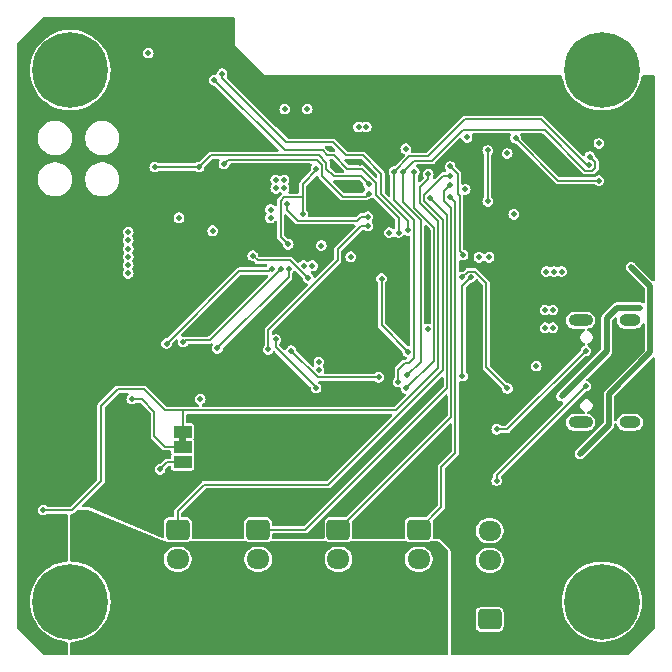
<source format=gbr>
%TF.GenerationSoftware,KiCad,Pcbnew,8.0.9-8.0.9-0~ubuntu24.04.1*%
%TF.CreationDate,2025-04-13T18:50:20+05:00*%
%TF.ProjectId,ThetaAnomalain,54686574-6141-46e6-9f6d-616c61696e2e,rev?*%
%TF.SameCoordinates,Original*%
%TF.FileFunction,Copper,L4,Bot*%
%TF.FilePolarity,Positive*%
%FSLAX46Y46*%
G04 Gerber Fmt 4.6, Leading zero omitted, Abs format (unit mm)*
G04 Created by KiCad (PCBNEW 8.0.9-8.0.9-0~ubuntu24.04.1) date 2025-04-13 18:50:20*
%MOMM*%
%LPD*%
G01*
G04 APERTURE LIST*
G04 Aperture macros list*
%AMRoundRect*
0 Rectangle with rounded corners*
0 $1 Rounding radius*
0 $2 $3 $4 $5 $6 $7 $8 $9 X,Y pos of 4 corners*
0 Add a 4 corners polygon primitive as box body*
4,1,4,$2,$3,$4,$5,$6,$7,$8,$9,$2,$3,0*
0 Add four circle primitives for the rounded corners*
1,1,$1+$1,$2,$3*
1,1,$1+$1,$4,$5*
1,1,$1+$1,$6,$7*
1,1,$1+$1,$8,$9*
0 Add four rect primitives between the rounded corners*
20,1,$1+$1,$2,$3,$4,$5,0*
20,1,$1+$1,$4,$5,$6,$7,0*
20,1,$1+$1,$6,$7,$8,$9,0*
20,1,$1+$1,$8,$9,$2,$3,0*%
G04 Aperture macros list end*
%TA.AperFunction,EtchedComponent*%
%ADD10C,0.000000*%
%TD*%
%TA.AperFunction,SMDPad,CuDef*%
%ADD11R,1.500000X1.000000*%
%TD*%
%TA.AperFunction,ComponentPad*%
%ADD12RoundRect,0.250000X-0.725000X0.600000X-0.725000X-0.600000X0.725000X-0.600000X0.725000X0.600000X0*%
%TD*%
%TA.AperFunction,ComponentPad*%
%ADD13O,1.950000X1.700000*%
%TD*%
%TA.AperFunction,ComponentPad*%
%ADD14R,0.900000X0.500000*%
%TD*%
%TA.AperFunction,ComponentPad*%
%ADD15C,0.800000*%
%TD*%
%TA.AperFunction,ComponentPad*%
%ADD16C,6.400000*%
%TD*%
%TA.AperFunction,ComponentPad*%
%ADD17RoundRect,0.250000X0.725000X-0.600000X0.725000X0.600000X-0.725000X0.600000X-0.725000X-0.600000X0*%
%TD*%
%TA.AperFunction,ComponentPad*%
%ADD18O,2.100000X1.000000*%
%TD*%
%TA.AperFunction,ComponentPad*%
%ADD19O,1.800000X1.000000*%
%TD*%
%TA.AperFunction,ViaPad*%
%ADD20C,0.500000*%
%TD*%
%TA.AperFunction,Conductor*%
%ADD21C,0.200000*%
%TD*%
%TA.AperFunction,Conductor*%
%ADD22C,0.500000*%
%TD*%
G04 APERTURE END LIST*
D10*
%TA.AperFunction,EtchedComponent*%
%TO.C,JP1*%
G36*
X87800000Y-110500000D02*
G01*
X87200000Y-110500000D01*
X87200000Y-110000000D01*
X87800000Y-110000000D01*
X87800000Y-110500000D01*
G37*
%TD.AperFunction*%
%TD*%
D11*
%TO.P,JP1,1,A*%
%TO.N,/SERVOEN*%
X87500000Y-109600000D03*
%TO.P,JP1,2,C*%
%TO.N,Net-(JP1-C)*%
X87500000Y-110900000D03*
%TO.P,JP1,3,B*%
%TO.N,VDD*%
X87500000Y-112200000D03*
%TD*%
D12*
%TO.P,J4,1,Pin_1*%
%TO.N,/SERVOB*%
X100700000Y-117900000D03*
D13*
%TO.P,J4,2,Pin_2*%
%TO.N,+6V*%
X100700000Y-120400000D03*
%TO.P,J4,3,Pin_3*%
%TO.N,Net-(J3-Pin_3)*%
X100700000Y-122900000D03*
%TD*%
D14*
%TO.P,AE1,2,Shield*%
%TO.N,GND*%
X98700000Y-79700000D03*
%TD*%
D15*
%TO.P,H1,1*%
%TO.N,N/C*%
X120600000Y-79000000D03*
X121302944Y-77302944D03*
X121302944Y-80697056D03*
X123000000Y-76600000D03*
D16*
X123000000Y-79000000D03*
D15*
X123000000Y-81400000D03*
X124697056Y-77302944D03*
X124697056Y-80697056D03*
X125400000Y-79000000D03*
%TD*%
D12*
%TO.P,J3,1,Pin_1*%
%TO.N,/SERVOA*%
X107500000Y-117900000D03*
D13*
%TO.P,J3,2,Pin_2*%
%TO.N,+6V*%
X107500000Y-120400000D03*
%TO.P,J3,3,Pin_3*%
%TO.N,Net-(J3-Pin_3)*%
X107500000Y-122900000D03*
%TD*%
D17*
%TO.P,J7,1,Pin_1*%
%TO.N,VDD*%
X113500000Y-125500000D03*
D13*
%TO.P,J7,2,Pin_2*%
%TO.N,GND*%
X113500000Y-123000000D03*
%TO.P,J7,3,Pin_3*%
%TO.N,/RXD0*%
X113500000Y-120500000D03*
%TO.P,J7,4,Pin_4*%
%TO.N,/TXD0*%
X113500000Y-118000000D03*
%TD*%
D12*
%TO.P,J6,1,Pin_1*%
%TO.N,/SERVOD*%
X87100000Y-117900000D03*
D13*
%TO.P,J6,2,Pin_2*%
%TO.N,+6V*%
X87100000Y-120400000D03*
%TO.P,J6,3,Pin_3*%
%TO.N,Net-(J3-Pin_3)*%
X87100000Y-122900000D03*
%TD*%
D15*
%TO.P,H4,1*%
%TO.N,N/C*%
X120600000Y-124000000D03*
X121302944Y-122302944D03*
X121302944Y-125697056D03*
X123000000Y-121600000D03*
D16*
X123000000Y-124000000D03*
D15*
X123000000Y-126400000D03*
X124697056Y-122302944D03*
X124697056Y-125697056D03*
X125400000Y-124000000D03*
%TD*%
D12*
%TO.P,J5,1,Pin_1*%
%TO.N,/SERVOC*%
X93900000Y-117900000D03*
D13*
%TO.P,J5,2,Pin_2*%
%TO.N,+6V*%
X93900000Y-120400000D03*
%TO.P,J5,3,Pin_3*%
%TO.N,Net-(J3-Pin_3)*%
X93900000Y-122900000D03*
%TD*%
D15*
%TO.P,H2,1*%
%TO.N,N/C*%
X75600000Y-124000000D03*
X76302944Y-122302944D03*
X76302944Y-125697056D03*
X78000000Y-121600000D03*
D16*
X78000000Y-124000000D03*
D15*
X78000000Y-126400000D03*
X79697056Y-122302944D03*
X79697056Y-125697056D03*
X80400000Y-124000000D03*
%TD*%
D18*
%TO.P,J1,S1,SHIELD*%
%TO.N,unconnected-(J1-SHIELD-PadS1)_1*%
X121195000Y-108820000D03*
D19*
%TO.N,unconnected-(J1-SHIELD-PadS1)_3*%
X125375000Y-108820000D03*
D18*
%TO.N,unconnected-(J1-SHIELD-PadS1)*%
X121195000Y-100180000D03*
D19*
%TO.N,unconnected-(J1-SHIELD-PadS1)_2*%
X125375000Y-100180000D03*
%TD*%
D15*
%TO.P,H3,1*%
%TO.N,N/C*%
X75600000Y-79000000D03*
X76302944Y-77302944D03*
X76302944Y-80697056D03*
X78000000Y-76600000D03*
D16*
X78000000Y-79000000D03*
D15*
X78000000Y-81400000D03*
X79697056Y-77302944D03*
X79697056Y-80697056D03*
X80400000Y-79000000D03*
%TD*%
D20*
%TO.N,VDD*%
X85600000Y-112800000D03*
%TO.N,GND*%
X96000000Y-103900000D03*
%TO.N,VDD*%
X108250000Y-100950000D03*
X118850000Y-100800000D03*
X87200000Y-91500000D03*
X96150000Y-82300000D03*
X90050000Y-92600000D03*
X117450000Y-104050000D03*
X94950000Y-91500000D03*
X98500000Y-95550000D03*
X84600000Y-77550000D03*
X101750000Y-94800000D03*
X118200000Y-100800000D03*
X99050000Y-103700000D03*
X114990000Y-86050000D03*
X97750000Y-95550000D03*
X105000000Y-92750000D03*
X111590000Y-84700000D03*
X95400000Y-89000000D03*
X115550000Y-91200000D03*
X111440000Y-89100000D03*
X102400000Y-83800000D03*
X118850000Y-99300000D03*
X99050000Y-104350000D03*
X94950000Y-90800000D03*
X96100000Y-88300000D03*
X118200000Y-99300000D03*
X89000000Y-106850000D03*
X122750000Y-85200000D03*
X103050000Y-83800000D03*
X106400000Y-85650000D03*
X98050000Y-82300000D03*
X96100000Y-89000000D03*
X95400000Y-88300000D03*
%TO.N,/TX0_RAW*%
X121985876Y-86314124D03*
X106500000Y-104850000D03*
X106150000Y-87600000D03*
%TO.N,/BOOT*%
X103250000Y-89450000D03*
X91000000Y-86950000D03*
%TO.N,/Action*%
X115698893Y-84746442D03*
X122750000Y-88350000D03*
%TO.N,/RXD0*%
X105750000Y-105400000D03*
X121950000Y-87000000D03*
X105400000Y-87600000D03*
%TO.N,GND*%
X83400000Y-111550080D03*
X112150000Y-93000000D03*
X108300000Y-97650000D03*
X94950000Y-92557500D03*
X103380000Y-81215000D03*
X74100000Y-91900000D03*
X85150000Y-85350000D03*
X101600000Y-81300000D03*
X75700000Y-121200000D03*
X84800000Y-94300000D03*
X96800000Y-87350000D03*
X74100000Y-95900000D03*
X101600000Y-83200000D03*
X109700000Y-79800000D03*
X76600000Y-111550080D03*
X74100000Y-92700000D03*
X74300000Y-120500000D03*
X97450000Y-87350000D03*
X84800000Y-105400000D03*
X103300000Y-79800000D03*
X75000000Y-121200000D03*
X101600000Y-85000000D03*
X112150000Y-92300000D03*
X95100000Y-79800000D03*
X105700000Y-79800000D03*
X108300000Y-99650000D03*
X84800000Y-96500000D03*
X75000000Y-120500000D03*
X84100000Y-110150080D03*
X100900000Y-106700000D03*
X102880000Y-81715000D03*
X76600000Y-112250080D03*
X108900000Y-79800000D03*
X93425000Y-100875000D03*
X117450000Y-104950000D03*
X76600000Y-110850080D03*
X74700000Y-95500000D03*
X112800000Y-80250000D03*
X92000000Y-117900000D03*
X83400000Y-110150080D03*
X108580000Y-84415000D03*
X102500000Y-79800000D03*
X114000000Y-99600000D03*
X104100000Y-79800000D03*
X100050000Y-85700000D03*
X74100000Y-94300000D03*
X115000000Y-84750000D03*
X93200000Y-78700000D03*
X109180000Y-84415000D03*
X74300000Y-118400000D03*
X122600000Y-100950000D03*
X74300000Y-117700000D03*
X90200000Y-99900000D03*
X92100000Y-77600000D03*
X116100000Y-79800000D03*
X100000000Y-80600000D03*
X101700000Y-79800000D03*
X119200000Y-79800000D03*
X91550000Y-76250000D03*
X98100000Y-87350000D03*
X101600000Y-82000000D03*
X117400000Y-97850000D03*
X74100000Y-95100000D03*
X84100000Y-111550080D03*
X93750000Y-79250000D03*
X84800000Y-99800000D03*
X96700000Y-79800000D03*
X84100000Y-112250080D03*
X74700000Y-96300000D03*
X84100000Y-108750080D03*
X94300000Y-79800000D03*
X107300000Y-79800000D03*
X74700000Y-92300000D03*
X101600000Y-80600000D03*
X84800000Y-100900000D03*
X105300000Y-106700000D03*
X117700000Y-79800000D03*
X74700000Y-97100000D03*
X84100000Y-110850080D03*
X115300000Y-79800000D03*
X102880000Y-82915000D03*
X84800000Y-103100000D03*
X104580000Y-81215000D03*
X108100000Y-79800000D03*
X98050000Y-101850000D03*
X101600000Y-84400000D03*
X104200000Y-106700000D03*
X97500000Y-79800000D03*
X74100000Y-93500000D03*
X84800000Y-95400000D03*
X74100000Y-96700000D03*
X104100000Y-85100000D03*
X114000000Y-100300000D03*
X74300000Y-119800000D03*
X122950000Y-98550000D03*
X105700000Y-85750000D03*
X76600000Y-110150080D03*
X99900000Y-79800000D03*
X85400000Y-117800000D03*
X105600000Y-117900000D03*
X100350000Y-87300000D03*
X84800000Y-104200000D03*
X103100000Y-106700000D03*
X101600000Y-83800000D03*
X102000000Y-106700000D03*
X102880000Y-82315000D03*
X91550000Y-77050000D03*
X75700000Y-120500000D03*
X114000000Y-101000000D03*
X99800000Y-106700000D03*
X74300000Y-119100000D03*
X99250000Y-92600000D03*
X116700000Y-97850000D03*
X100000000Y-81300000D03*
X83400000Y-112250080D03*
X110500000Y-79800000D03*
X100000000Y-82950000D03*
X77300000Y-112250080D03*
X113500000Y-79800000D03*
X91550000Y-75450000D03*
X77300000Y-110150080D03*
X98900000Y-117900000D03*
X74300000Y-121200000D03*
X121500000Y-93000000D03*
X105780000Y-81215000D03*
X126787500Y-83100000D03*
X101600000Y-82600000D03*
X84800000Y-97600000D03*
X113200000Y-111100000D03*
X95900000Y-79800000D03*
X101500000Y-88900000D03*
X102500000Y-86850000D03*
X114500000Y-79800000D03*
X77300000Y-110850080D03*
X108900000Y-106000000D03*
X103980000Y-81215000D03*
X84800000Y-102000000D03*
X104900000Y-79800000D03*
X74700000Y-93100000D03*
X74700000Y-94700000D03*
X84100000Y-109450080D03*
X106500000Y-79800000D03*
X111440000Y-88100000D03*
X118400000Y-79800000D03*
X115140000Y-89100000D03*
X92650000Y-78150000D03*
X74700000Y-93900000D03*
X105180000Y-81215000D03*
X77300000Y-111550080D03*
X111590000Y-87250000D03*
X111300000Y-79800000D03*
X101600000Y-85600000D03*
X74700000Y-91500000D03*
X98900000Y-101000000D03*
X100000000Y-83550000D03*
X108300000Y-98400000D03*
X100000000Y-84150000D03*
X116900000Y-79800000D03*
X112000000Y-80250000D03*
X84800000Y-98700000D03*
X83400000Y-110850080D03*
X88900000Y-85350000D03*
%TO.N,/IMU_INT*%
X96350000Y-90300000D03*
X103200000Y-91400000D03*
%TO.N,+3V8*%
X82900000Y-92700000D03*
X82900000Y-96200000D03*
X119600000Y-96050000D03*
X82900000Y-95500000D03*
X118950000Y-96050000D03*
X82900000Y-93400000D03*
X82900000Y-94800000D03*
X82900000Y-94100000D03*
X99250000Y-93850000D03*
X118300000Y-96050000D03*
%TO.N,/SDA*%
X90200000Y-79850000D03*
X105800000Y-92750000D03*
X113450000Y-94850000D03*
%TO.N,/SCL*%
X113340000Y-90100000D03*
X112600000Y-94850000D03*
X113340000Y-85800000D03*
X90850000Y-79300000D03*
X106559184Y-92550000D03*
%TO.N,/CHIP_PU*%
X103250000Y-88650000D03*
X88900000Y-87200000D03*
X85150000Y-87200000D03*
%TO.N,/SERVOA*%
X110150000Y-89750000D03*
%TO.N,/SERVOB*%
X110150000Y-88750000D03*
%TO.N,/SERVOC*%
X108450000Y-89850000D03*
%TO.N,/OFF*%
X111250000Y-94650000D03*
X110150000Y-87150000D03*
%TO.N,Net-(JP1-C)*%
X83200000Y-106850000D03*
%TO.N,/SERVOEN*%
X75700000Y-116250000D03*
X108300000Y-87800000D03*
%TO.N,/BUZ*%
X111150000Y-96550000D03*
X115000000Y-105950000D03*
%TO.N,Net-(D1-A)*%
X119600000Y-106600000D03*
X126200000Y-99100000D03*
%TO.N,Net-(BZ1-+)*%
X121150000Y-111500000D03*
X125500000Y-95700000D03*
%TO.N,Net-(J3-Pin_3)*%
X79600000Y-117700000D03*
X78950000Y-119800000D03*
X79600000Y-118400000D03*
X79600000Y-119100000D03*
X78950000Y-117000000D03*
X79600000Y-119800000D03*
X78950000Y-118400000D03*
X78950000Y-117700000D03*
X78950000Y-119100000D03*
%TO.N,Net-(J1-CC2)*%
X121650000Y-102750000D03*
X114100000Y-109400000D03*
%TO.N,Net-(J1-CC1)*%
X121650000Y-105750000D03*
X114100000Y-113750000D03*
%TO.N,Net-(RN3-R3.2)*%
X104350000Y-96650000D03*
X106570000Y-102830000D03*
%TO.N,Net-(RN4-R4.2)*%
X98150000Y-96600000D03*
X93450000Y-94700000D03*
%TO.N,Net-(RN4-R2.2)*%
X96500000Y-95800000D03*
X90450000Y-102550000D03*
%TO.N,Net-(RN4-R1.2)*%
X87550000Y-102000000D03*
X95850000Y-95800000D03*
%TO.N,Net-(RN5-R4.2)*%
X95050000Y-95800000D03*
X86150000Y-102150000D03*
%TO.N,Net-(U5-INT2{slash}FSYNC{slash}CLKIN)*%
X97687276Y-91200000D03*
X96450000Y-93750000D03*
X98800003Y-87350000D03*
%TO.N,/SERVOD*%
X110150000Y-87950000D03*
%TO.N,/LD_SCK*%
X103200000Y-92200000D03*
X94750000Y-102650000D03*
%TO.N,/LD_D*%
X111900000Y-96550000D03*
X104100000Y-105000000D03*
X96700000Y-102750000D03*
X111200000Y-104900000D03*
%TO.N,/LD_CS*%
X95400000Y-101800000D03*
X107125650Y-87600000D03*
X106450000Y-105950000D03*
X98800000Y-105900000D03*
%TD*%
D21*
%TO.N,VDD*%
X87500000Y-112200000D02*
X86200000Y-112200000D01*
X86200000Y-112200000D02*
X85600000Y-112800000D01*
%TO.N,/SERVOEN*%
X86000000Y-107800000D02*
X87500000Y-107800000D01*
X87500000Y-109600000D02*
X87500000Y-107800000D01*
X87500000Y-107800000D02*
X105600000Y-107800000D01*
X75700000Y-116250000D02*
X78150000Y-116250000D01*
X78150000Y-116250000D02*
X80600000Y-113800000D01*
X80600000Y-113800000D02*
X80600000Y-107400000D01*
X80600000Y-107400000D02*
X82000000Y-106000000D01*
X82000000Y-106000000D02*
X84200000Y-106000000D01*
X109150000Y-104250000D02*
X109150000Y-91800000D01*
X84200000Y-106000000D02*
X86000000Y-107800000D01*
X107575000Y-88925000D02*
X108300000Y-88200000D01*
X105600000Y-107800000D02*
X109150000Y-104250000D01*
X109150000Y-91800000D02*
X107575000Y-90225000D01*
X107575000Y-90225000D02*
X107575000Y-88925000D01*
X108300000Y-88200000D02*
X108300000Y-87800000D01*
%TO.N,Net-(JP1-C)*%
X83200000Y-106850000D02*
X84050000Y-106850000D01*
X84050000Y-106850000D02*
X85100000Y-107900000D01*
X85100000Y-107900000D02*
X85100000Y-110000000D01*
X85100000Y-110000000D02*
X86000000Y-110900000D01*
X86000000Y-110900000D02*
X87500000Y-110900000D01*
%TO.N,/LD_CS*%
X95400000Y-101800000D02*
X95400000Y-102450000D01*
X95400000Y-102450000D02*
X98800000Y-105850000D01*
X98800000Y-105850000D02*
X98800000Y-105900000D01*
%TO.N,/LD_SCK*%
X102600000Y-92200000D02*
X103200000Y-92200000D01*
X100650000Y-95100000D02*
X100650000Y-94150000D01*
X94750000Y-102650000D02*
X94750000Y-101000000D01*
X94750000Y-101000000D02*
X100650000Y-95100000D01*
X100650000Y-94150000D02*
X102600000Y-92200000D01*
%TO.N,/TX0_RAW*%
X111250000Y-84050000D02*
X108650000Y-86650000D01*
X122200000Y-87500000D02*
X122450000Y-87250000D01*
X122450000Y-86778248D02*
X121985876Y-86314124D01*
X107100000Y-86650000D02*
X108650000Y-86650000D01*
X106150000Y-90200000D02*
X106150000Y-87600000D01*
X118150000Y-84050000D02*
X111250000Y-84050000D01*
X121600000Y-87500000D02*
X118150000Y-84050000D01*
X122450000Y-87250000D02*
X122450000Y-86778248D01*
X107650000Y-91700000D02*
X106150000Y-90200000D01*
X122200000Y-87500000D02*
X121600000Y-87500000D01*
X106150000Y-87600000D02*
X107100000Y-86650000D01*
X106500000Y-104850000D02*
X107650000Y-103700000D01*
X107650000Y-103700000D02*
X107650000Y-91700000D01*
%TO.N,/BOOT*%
X99300000Y-87050000D02*
X98850000Y-86600000D01*
X101050000Y-89700000D02*
X99300000Y-87950000D01*
X103000000Y-89700000D02*
X101050000Y-89700000D01*
X98850000Y-86600000D02*
X91350000Y-86600000D01*
X91350000Y-86600000D02*
X91000000Y-86950000D01*
X103250000Y-89450000D02*
X103000000Y-89700000D01*
X99300000Y-87950000D02*
X99300000Y-87050000D01*
%TO.N,/Action*%
X119302451Y-88350000D02*
X115698893Y-84746442D01*
X122750000Y-88350000D02*
X119302451Y-88350000D01*
%TO.N,/RXD0*%
X105400000Y-90000000D02*
X105400000Y-87600000D01*
X107100000Y-91700000D02*
X105400000Y-90000000D01*
X106700000Y-86300000D02*
X105400000Y-87600000D01*
X105750000Y-105400000D02*
X105750000Y-104350000D01*
X105750000Y-104350000D02*
X106300000Y-103800000D01*
X117850000Y-83150000D02*
X111450000Y-83150000D01*
X111450000Y-83150000D02*
X108300000Y-86300000D01*
X108300000Y-86300000D02*
X106700000Y-86300000D01*
X121650000Y-86950000D02*
X117850000Y-83150000D01*
X121900000Y-86950000D02*
X121650000Y-86950000D01*
X121850000Y-87000000D02*
X121800000Y-86950000D01*
X107100000Y-103350000D02*
X107100000Y-91700000D01*
X106650000Y-103800000D02*
X107100000Y-103350000D01*
X106300000Y-103800000D02*
X106650000Y-103800000D01*
%TO.N,/IMU_INT*%
X102650000Y-91400000D02*
X102300000Y-91750000D01*
X103200000Y-91400000D02*
X102650000Y-91400000D01*
X97250000Y-91750000D02*
X96350000Y-90850000D01*
X96350000Y-90850000D02*
X96350000Y-90300000D01*
X102300000Y-91750000D02*
X97250000Y-91750000D01*
%TO.N,/SDA*%
X96150000Y-85800000D02*
X90200000Y-79850000D01*
X102657107Y-87350000D02*
X101450000Y-87350000D01*
X105800000Y-92750000D02*
X105800000Y-91500000D01*
X103850000Y-89550000D02*
X103850000Y-88542893D01*
X99350000Y-85800000D02*
X96150000Y-85800000D01*
X100300000Y-86200000D02*
X99750000Y-86200000D01*
X105800000Y-91500000D02*
X103850000Y-89550000D01*
X99750000Y-86200000D02*
X99350000Y-85800000D01*
X101450000Y-87350000D02*
X100300000Y-86200000D01*
X103850000Y-88542893D02*
X102657107Y-87350000D01*
%TO.N,/SCL*%
X106559184Y-91759184D02*
X106559184Y-92550000D01*
X104300000Y-87750000D02*
X104300000Y-89500000D01*
X96300000Y-85100000D02*
X100250000Y-85100000D01*
X104300000Y-89500000D02*
X106559184Y-91759184D01*
X102750000Y-86200000D02*
X104300000Y-87750000D01*
X101350000Y-86200000D02*
X102750000Y-86200000D01*
X100250000Y-85100000D02*
X101350000Y-86200000D01*
X113340000Y-85800000D02*
X113340000Y-90100000D01*
X90850000Y-79300000D02*
X90850000Y-79650000D01*
X90850000Y-79650000D02*
X96300000Y-85100000D01*
%TO.N,/CHIP_PU*%
X99675000Y-86825000D02*
X99675000Y-87382107D01*
X89900000Y-86200000D02*
X99050000Y-86200000D01*
X85150000Y-87200000D02*
X88900000Y-87200000D01*
X99675000Y-87382107D02*
X100292893Y-88000000D01*
X100292893Y-88000000D02*
X102600000Y-88000000D01*
X88900000Y-87200000D02*
X89900000Y-86200000D01*
X102600000Y-88000000D02*
X103250000Y-88650000D01*
X99050000Y-86200000D02*
X99675000Y-86825000D01*
%TO.N,/SERVOA*%
X109400000Y-112575000D02*
X110600000Y-111375000D01*
X110600000Y-111375000D02*
X110600000Y-90200000D01*
X109400000Y-116000000D02*
X109400000Y-112575000D01*
X107500000Y-117900000D02*
X109400000Y-116000000D01*
X110600000Y-90200000D02*
X110150000Y-89750000D01*
%TO.N,/SERVOB*%
X109650000Y-89250000D02*
X110150000Y-88750000D01*
X100700000Y-117900000D02*
X110250000Y-108350000D01*
X110250000Y-90700000D02*
X109650000Y-90100000D01*
X110250000Y-108350000D02*
X110250000Y-90700000D01*
X109650000Y-90100000D02*
X109650000Y-89250000D01*
%TO.N,/SERVOC*%
X109900000Y-105900000D02*
X97900000Y-117900000D01*
X109900000Y-91300000D02*
X109900000Y-105900000D01*
X97900000Y-117900000D02*
X93900000Y-117900000D01*
X108450000Y-89850000D02*
X109900000Y-91300000D01*
%TO.N,/OFF*%
X111250000Y-94650000D02*
X110950000Y-94350000D01*
X110950000Y-89650000D02*
X110800000Y-89500000D01*
X110950000Y-94350000D02*
X110950000Y-89650000D01*
X110800000Y-89500000D02*
X110800000Y-87800000D01*
X110800000Y-87800000D02*
X110150000Y-87150000D01*
%TO.N,/BUZ*%
X113200000Y-104150000D02*
X115000000Y-105950000D01*
X111650000Y-96050000D02*
X112250000Y-96050000D01*
X113200000Y-97000000D02*
X113200000Y-104150000D01*
X111150000Y-96550000D02*
X111650000Y-96050000D01*
X112250000Y-96050000D02*
X113200000Y-97000000D01*
D22*
%TO.N,Net-(D1-A)*%
X126200000Y-99100000D02*
X124300000Y-99100000D01*
X124300000Y-99100000D02*
X123400000Y-100000000D01*
X123400000Y-102800000D02*
X119600000Y-106600000D01*
X123400000Y-100000000D02*
X123400000Y-102800000D01*
%TO.N,Net-(BZ1-+)*%
X127100000Y-102900000D02*
X123600000Y-106400000D01*
X123600000Y-106400000D02*
X123600000Y-109050000D01*
X127100000Y-97300000D02*
X127100000Y-102900000D01*
X125500000Y-95700000D02*
X127100000Y-97300000D01*
X123600000Y-109050000D02*
X121150000Y-111500000D01*
D21*
%TO.N,Net-(J3-Pin_3)*%
X107500000Y-122900000D02*
X87100000Y-122900000D01*
X79600000Y-119800000D02*
X82700000Y-122900000D01*
X82700000Y-122900000D02*
X87100000Y-122900000D01*
%TO.N,Net-(J1-CC2)*%
X114100000Y-109400000D02*
X115000000Y-109400000D01*
X115000000Y-109400000D02*
X121650000Y-102750000D01*
%TO.N,Net-(J1-CC1)*%
X114100000Y-113300000D02*
X114100000Y-113750000D01*
X121650000Y-105750000D02*
X114100000Y-113300000D01*
%TO.N,Net-(RN3-R3.2)*%
X104350000Y-100610000D02*
X104350000Y-96650000D01*
X106570000Y-102830000D02*
X104350000Y-100610000D01*
%TO.N,Net-(RN4-R4.2)*%
X93850000Y-95100000D02*
X93450000Y-94700000D01*
X96592893Y-95100000D02*
X93850000Y-95100000D01*
X98150000Y-96600000D02*
X98092893Y-96600000D01*
X98092893Y-96600000D02*
X96592893Y-95100000D01*
%TO.N,Net-(RN4-R2.2)*%
X96500000Y-95800000D02*
X96500000Y-96500000D01*
X96500000Y-96500000D02*
X90450000Y-102550000D01*
%TO.N,Net-(RN4-R1.2)*%
X87700000Y-101850000D02*
X87550000Y-102000000D01*
X95850000Y-95800000D02*
X89800000Y-101850000D01*
X89800000Y-101850000D02*
X87700000Y-101850000D01*
%TO.N,Net-(RN5-R4.2)*%
X95050000Y-95800000D02*
X94850000Y-96000000D01*
X92300000Y-96000000D02*
X86150000Y-102150000D01*
X94850000Y-96000000D02*
X92300000Y-96000000D01*
%TO.N,Net-(U5-INT2{slash}FSYNC{slash}CLKIN)*%
X97687276Y-91200000D02*
X97687276Y-89750000D01*
X95800000Y-90050000D02*
X96100000Y-89750000D01*
X95800000Y-93100000D02*
X95800000Y-90050000D01*
X98900000Y-87400000D02*
X97687276Y-88612724D01*
X96450000Y-93750000D02*
X95800000Y-93100000D01*
X97687276Y-88612724D02*
X97687276Y-89750000D01*
X96100000Y-89750000D02*
X97687276Y-89750000D01*
%TO.N,/SERVOD*%
X110150000Y-87950000D02*
X109550000Y-87950000D01*
X87100000Y-116300000D02*
X87100000Y-117900000D01*
X107925000Y-90075000D02*
X109550000Y-91700000D01*
X89300000Y-114100000D02*
X87100000Y-116300000D01*
X109550000Y-104400000D02*
X99850000Y-114100000D01*
X107925000Y-89575000D02*
X107925000Y-90075000D01*
X109550000Y-91700000D02*
X109550000Y-104400000D01*
X109550000Y-87950000D02*
X107925000Y-89575000D01*
X99850000Y-114100000D02*
X89300000Y-114100000D01*
%TO.N,/LD_D*%
X96700000Y-102750000D02*
X98950000Y-105000000D01*
X111200000Y-97250000D02*
X111900000Y-96550000D01*
X111200000Y-104900000D02*
X111200000Y-97250000D01*
X98950000Y-105000000D02*
X104100000Y-105000000D01*
%TO.N,/LD_CS*%
X108800000Y-92355025D02*
X108800000Y-103600000D01*
X107794975Y-91350000D02*
X108800000Y-92355025D01*
X107125650Y-90680676D02*
X107794975Y-91350000D01*
X108800000Y-103600000D02*
X106450000Y-105950000D01*
X107125650Y-87600000D02*
X107125650Y-90680676D01*
%TD*%
%TA.AperFunction,Conductor*%
%TO.N,Net-(J3-Pin_3)*%
G36*
X79523113Y-116209751D02*
G01*
X85899999Y-118900000D01*
X85900000Y-118900000D01*
X86133067Y-118900000D01*
X86174022Y-118906959D01*
X86290298Y-118947645D01*
X86290300Y-118947646D01*
X86320730Y-118950500D01*
X86320734Y-118950500D01*
X87879270Y-118950500D01*
X87909699Y-118947646D01*
X87947378Y-118934461D01*
X88025978Y-118906959D01*
X88066933Y-118900000D01*
X92933067Y-118900000D01*
X92974022Y-118906959D01*
X93090298Y-118947645D01*
X93090300Y-118947646D01*
X93120730Y-118950500D01*
X93120734Y-118950500D01*
X94679270Y-118950500D01*
X94709699Y-118947646D01*
X94747378Y-118934461D01*
X94825978Y-118906959D01*
X94866933Y-118900000D01*
X99733067Y-118900000D01*
X99774022Y-118906959D01*
X99890298Y-118947645D01*
X99890300Y-118947646D01*
X99920730Y-118950500D01*
X99920734Y-118950500D01*
X101479270Y-118950500D01*
X101509699Y-118947646D01*
X101547378Y-118934461D01*
X101625978Y-118906959D01*
X101666933Y-118900000D01*
X106533067Y-118900000D01*
X106574022Y-118906959D01*
X106690298Y-118947645D01*
X106690300Y-118947646D01*
X106720730Y-118950500D01*
X106720734Y-118950500D01*
X108279270Y-118950500D01*
X108309699Y-118947646D01*
X108347378Y-118934461D01*
X108425978Y-118906959D01*
X108466933Y-118900000D01*
X109148638Y-118900000D01*
X109215677Y-118919685D01*
X109236319Y-118936319D01*
X109963681Y-119663681D01*
X109997166Y-119725004D01*
X110000000Y-119751362D01*
X110000000Y-128375500D01*
X109980315Y-128442539D01*
X109927511Y-128488294D01*
X109876000Y-128499500D01*
X78124000Y-128499500D01*
X78056961Y-128479815D01*
X78011206Y-128427011D01*
X78000000Y-128375500D01*
X78000000Y-127524500D01*
X78019685Y-127457461D01*
X78072489Y-127411706D01*
X78124000Y-127400500D01*
X78184364Y-127400500D01*
X78184370Y-127400500D01*
X78550948Y-127360632D01*
X78911066Y-127281364D01*
X79260503Y-127163625D01*
X79595162Y-127008795D01*
X79911119Y-126818690D01*
X80204670Y-126595538D01*
X80472373Y-126341956D01*
X80711090Y-126060917D01*
X80918022Y-125755716D01*
X81090743Y-125429930D01*
X81227227Y-125087379D01*
X81325875Y-124732081D01*
X81385531Y-124368199D01*
X81405494Y-124000000D01*
X81385531Y-123631801D01*
X81325875Y-123267919D01*
X81227227Y-122912621D01*
X81090743Y-122570070D01*
X80918022Y-122244284D01*
X80711090Y-121939083D01*
X80472373Y-121658044D01*
X80204670Y-121404462D01*
X79911119Y-121181310D01*
X79595162Y-120991205D01*
X79595161Y-120991204D01*
X79595157Y-120991202D01*
X79595153Y-120991200D01*
X79260513Y-120836379D01*
X79260508Y-120836377D01*
X79260503Y-120836375D01*
X79090172Y-120778983D01*
X78911065Y-120718635D01*
X78550946Y-120639367D01*
X78184371Y-120599500D01*
X78184370Y-120599500D01*
X78124000Y-120599500D01*
X78056961Y-120579815D01*
X78011206Y-120527011D01*
X78000000Y-120475500D01*
X78000000Y-120296530D01*
X85924500Y-120296530D01*
X85924500Y-120503469D01*
X85964868Y-120706412D01*
X85964870Y-120706420D01*
X86044058Y-120897596D01*
X86159024Y-121069657D01*
X86305342Y-121215975D01*
X86305345Y-121215977D01*
X86477402Y-121330941D01*
X86668580Y-121410130D01*
X86871530Y-121450499D01*
X86871534Y-121450500D01*
X86871535Y-121450500D01*
X87328466Y-121450500D01*
X87328467Y-121450499D01*
X87531420Y-121410130D01*
X87722598Y-121330941D01*
X87894655Y-121215977D01*
X88040977Y-121069655D01*
X88155941Y-120897598D01*
X88235130Y-120706420D01*
X88275500Y-120503465D01*
X88275500Y-120296535D01*
X88275499Y-120296530D01*
X92724500Y-120296530D01*
X92724500Y-120503469D01*
X92764868Y-120706412D01*
X92764870Y-120706420D01*
X92844058Y-120897596D01*
X92959024Y-121069657D01*
X93105342Y-121215975D01*
X93105345Y-121215977D01*
X93277402Y-121330941D01*
X93468580Y-121410130D01*
X93671530Y-121450499D01*
X93671534Y-121450500D01*
X93671535Y-121450500D01*
X94128466Y-121450500D01*
X94128467Y-121450499D01*
X94331420Y-121410130D01*
X94522598Y-121330941D01*
X94694655Y-121215977D01*
X94840977Y-121069655D01*
X94955941Y-120897598D01*
X95035130Y-120706420D01*
X95075500Y-120503465D01*
X95075500Y-120296535D01*
X95075499Y-120296530D01*
X99524500Y-120296530D01*
X99524500Y-120503469D01*
X99564868Y-120706412D01*
X99564870Y-120706420D01*
X99644058Y-120897596D01*
X99759024Y-121069657D01*
X99905342Y-121215975D01*
X99905345Y-121215977D01*
X100077402Y-121330941D01*
X100268580Y-121410130D01*
X100471530Y-121450499D01*
X100471534Y-121450500D01*
X100471535Y-121450500D01*
X100928466Y-121450500D01*
X100928467Y-121450499D01*
X101131420Y-121410130D01*
X101322598Y-121330941D01*
X101494655Y-121215977D01*
X101640977Y-121069655D01*
X101755941Y-120897598D01*
X101835130Y-120706420D01*
X101875500Y-120503465D01*
X101875500Y-120296535D01*
X101875499Y-120296530D01*
X106324500Y-120296530D01*
X106324500Y-120503469D01*
X106364868Y-120706412D01*
X106364870Y-120706420D01*
X106444058Y-120897596D01*
X106559024Y-121069657D01*
X106705342Y-121215975D01*
X106705345Y-121215977D01*
X106877402Y-121330941D01*
X107068580Y-121410130D01*
X107271530Y-121450499D01*
X107271534Y-121450500D01*
X107271535Y-121450500D01*
X107728466Y-121450500D01*
X107728467Y-121450499D01*
X107931420Y-121410130D01*
X108122598Y-121330941D01*
X108294655Y-121215977D01*
X108440977Y-121069655D01*
X108555941Y-120897598D01*
X108635130Y-120706420D01*
X108675500Y-120503465D01*
X108675500Y-120296535D01*
X108635130Y-120093580D01*
X108555941Y-119902402D01*
X108440977Y-119730345D01*
X108440975Y-119730342D01*
X108294657Y-119584024D01*
X108208626Y-119526541D01*
X108122598Y-119469059D01*
X107931420Y-119389870D01*
X107931412Y-119389868D01*
X107728469Y-119349500D01*
X107728465Y-119349500D01*
X107271535Y-119349500D01*
X107271530Y-119349500D01*
X107068587Y-119389868D01*
X107068579Y-119389870D01*
X106877403Y-119469058D01*
X106705342Y-119584024D01*
X106559024Y-119730342D01*
X106444058Y-119902403D01*
X106364870Y-120093579D01*
X106364868Y-120093587D01*
X106324500Y-120296530D01*
X101875499Y-120296530D01*
X101835130Y-120093580D01*
X101755941Y-119902402D01*
X101640977Y-119730345D01*
X101640975Y-119730342D01*
X101494657Y-119584024D01*
X101408626Y-119526541D01*
X101322598Y-119469059D01*
X101131420Y-119389870D01*
X101131412Y-119389868D01*
X100928469Y-119349500D01*
X100928465Y-119349500D01*
X100471535Y-119349500D01*
X100471530Y-119349500D01*
X100268587Y-119389868D01*
X100268579Y-119389870D01*
X100077403Y-119469058D01*
X99905342Y-119584024D01*
X99759024Y-119730342D01*
X99644058Y-119902403D01*
X99564870Y-120093579D01*
X99564868Y-120093587D01*
X99524500Y-120296530D01*
X95075499Y-120296530D01*
X95035130Y-120093580D01*
X94955941Y-119902402D01*
X94840977Y-119730345D01*
X94840975Y-119730342D01*
X94694657Y-119584024D01*
X94608626Y-119526541D01*
X94522598Y-119469059D01*
X94331420Y-119389870D01*
X94331412Y-119389868D01*
X94128469Y-119349500D01*
X94128465Y-119349500D01*
X93671535Y-119349500D01*
X93671530Y-119349500D01*
X93468587Y-119389868D01*
X93468579Y-119389870D01*
X93277403Y-119469058D01*
X93105342Y-119584024D01*
X92959024Y-119730342D01*
X92844058Y-119902403D01*
X92764870Y-120093579D01*
X92764868Y-120093587D01*
X92724500Y-120296530D01*
X88275499Y-120296530D01*
X88235130Y-120093580D01*
X88155941Y-119902402D01*
X88040977Y-119730345D01*
X88040975Y-119730342D01*
X87894657Y-119584024D01*
X87808626Y-119526541D01*
X87722598Y-119469059D01*
X87531420Y-119389870D01*
X87531412Y-119389868D01*
X87328469Y-119349500D01*
X87328465Y-119349500D01*
X86871535Y-119349500D01*
X86871530Y-119349500D01*
X86668587Y-119389868D01*
X86668579Y-119389870D01*
X86477403Y-119469058D01*
X86305342Y-119584024D01*
X86159024Y-119730342D01*
X86044058Y-119902403D01*
X85964870Y-120093579D01*
X85964868Y-120093587D01*
X85924500Y-120296530D01*
X78000000Y-120296530D01*
X78000000Y-116674500D01*
X78019685Y-116607461D01*
X78072489Y-116561706D01*
X78124000Y-116550500D01*
X78189560Y-116550500D01*
X78189562Y-116550500D01*
X78265989Y-116530021D01*
X78334511Y-116490460D01*
X78390460Y-116434511D01*
X78588652Y-116236319D01*
X78649975Y-116202834D01*
X78676333Y-116200000D01*
X79474914Y-116200000D01*
X79523113Y-116209751D01*
G37*
%TD.AperFunction*%
%TD*%
%TA.AperFunction,Conductor*%
%TO.N,GND*%
G36*
X91893039Y-74520185D02*
G01*
X91938794Y-74572989D01*
X91950000Y-74624500D01*
X91950000Y-76900000D01*
X94500000Y-79450000D01*
X97750000Y-79450000D01*
X119522554Y-79450000D01*
X119589593Y-79469685D01*
X119635348Y-79522489D01*
X119644918Y-79553931D01*
X119660570Y-79649399D01*
X119674126Y-79732086D01*
X119674128Y-79732094D01*
X119772768Y-80087365D01*
X119772770Y-80087371D01*
X119909255Y-80429926D01*
X119909261Y-80429938D01*
X120081973Y-80755708D01*
X120081976Y-80755713D01*
X120081978Y-80755716D01*
X120288910Y-81060917D01*
X120527627Y-81341956D01*
X120795330Y-81595538D01*
X121088881Y-81818690D01*
X121404838Y-82008795D01*
X121404840Y-82008796D01*
X121404842Y-82008797D01*
X121404846Y-82008799D01*
X121739486Y-82163620D01*
X121739497Y-82163625D01*
X122088934Y-82281364D01*
X122449052Y-82360632D01*
X122815630Y-82400500D01*
X122815636Y-82400500D01*
X123184364Y-82400500D01*
X123184370Y-82400500D01*
X123550948Y-82360632D01*
X123911066Y-82281364D01*
X124260503Y-82163625D01*
X124595162Y-82008795D01*
X124911119Y-81818690D01*
X125204670Y-81595538D01*
X125472373Y-81341956D01*
X125711090Y-81060917D01*
X125918022Y-80755716D01*
X126090743Y-80429930D01*
X126227227Y-80087379D01*
X126325875Y-79732081D01*
X126355080Y-79553935D01*
X126385350Y-79490968D01*
X126444861Y-79454358D01*
X126477446Y-79450000D01*
X127375500Y-79450000D01*
X127442539Y-79469685D01*
X127488294Y-79522489D01*
X127499500Y-79574000D01*
X127499500Y-96763034D01*
X127479815Y-96830073D01*
X127427011Y-96875828D01*
X127357853Y-96885772D01*
X127294297Y-96856747D01*
X127287819Y-96850715D01*
X125833072Y-95395969D01*
X125827040Y-95389491D01*
X125811688Y-95371774D01*
X125798049Y-95356033D01*
X125798047Y-95356032D01*
X125798048Y-95356032D01*
X125795511Y-95354402D01*
X125783102Y-95344402D01*
X125783060Y-95344458D01*
X125776617Y-95339514D01*
X125776614Y-95339511D01*
X125737103Y-95316699D01*
X125732078Y-95313636D01*
X125689070Y-95285996D01*
X125687764Y-95285400D01*
X125678843Y-95282253D01*
X125673892Y-95280202D01*
X125623233Y-95266627D01*
X125620399Y-95265831D01*
X125564774Y-95249500D01*
X125564772Y-95249500D01*
X125435228Y-95249500D01*
X125410237Y-95256837D01*
X125379582Y-95265837D01*
X125376748Y-95266632D01*
X125326111Y-95280200D01*
X125321146Y-95282257D01*
X125312230Y-95285402D01*
X125310933Y-95285994D01*
X125267930Y-95313630D01*
X125262895Y-95316699D01*
X125223387Y-95339509D01*
X125216941Y-95344456D01*
X125216899Y-95344401D01*
X125204494Y-95354397D01*
X125201955Y-95356028D01*
X125201949Y-95356033D01*
X125172969Y-95389478D01*
X125166943Y-95395951D01*
X125139515Y-95423380D01*
X125139503Y-95423396D01*
X125137279Y-95427249D01*
X125123619Y-95446433D01*
X125117116Y-95453938D01*
X125117114Y-95453941D01*
X125101576Y-95487965D01*
X125096172Y-95498450D01*
X125080200Y-95526114D01*
X125077263Y-95537074D01*
X125070289Y-95556473D01*
X125063305Y-95571767D01*
X125063302Y-95571777D01*
X125058952Y-95602028D01*
X125055991Y-95616464D01*
X125049502Y-95640684D01*
X125049501Y-95640693D01*
X125049501Y-95658899D01*
X125048239Y-95676545D01*
X125044867Y-95699999D01*
X125044867Y-95700000D01*
X125047740Y-95719979D01*
X125048239Y-95723452D01*
X125049501Y-95741099D01*
X125049501Y-95759313D01*
X125055991Y-95783535D01*
X125058952Y-95797972D01*
X125063303Y-95828225D01*
X125063304Y-95828230D01*
X125070286Y-95843518D01*
X125077265Y-95862932D01*
X125080201Y-95873887D01*
X125091793Y-95893966D01*
X125096166Y-95901539D01*
X125101573Y-95912026D01*
X125117117Y-95946062D01*
X125117118Y-95946063D01*
X125123609Y-95953555D01*
X125137283Y-95972756D01*
X125139509Y-95976612D01*
X125139510Y-95976613D01*
X125139511Y-95976614D01*
X125166945Y-96004048D01*
X125172951Y-96010499D01*
X125201951Y-96043967D01*
X125204488Y-96045597D01*
X125225126Y-96062229D01*
X126613181Y-97450284D01*
X126646666Y-97511607D01*
X126649500Y-97537965D01*
X126649500Y-98624552D01*
X126629815Y-98691591D01*
X126577011Y-98737346D01*
X126507853Y-98747290D01*
X126463501Y-98731940D01*
X126437118Y-98716708D01*
X126432078Y-98713636D01*
X126389068Y-98685995D01*
X126387773Y-98685404D01*
X126378845Y-98682254D01*
X126373887Y-98680200D01*
X126323195Y-98666617D01*
X126320358Y-98665821D01*
X126264772Y-98649500D01*
X126259309Y-98649500D01*
X124240691Y-98649500D01*
X124150325Y-98673713D01*
X124150324Y-98673712D01*
X124126116Y-98680199D01*
X124126113Y-98680200D01*
X124023386Y-98739511D01*
X124023383Y-98739513D01*
X123039513Y-99723383D01*
X123039509Y-99723389D01*
X122980201Y-99826112D01*
X122980200Y-99826117D01*
X122949500Y-99940691D01*
X122949500Y-102562034D01*
X122929815Y-102629073D01*
X122913181Y-102649715D01*
X119325125Y-106237770D01*
X119304491Y-106254400D01*
X119301950Y-106256032D01*
X119301949Y-106256033D01*
X119272969Y-106289478D01*
X119266943Y-106295951D01*
X119239515Y-106323380D01*
X119239503Y-106323396D01*
X119237279Y-106327249D01*
X119223619Y-106346433D01*
X119217116Y-106353938D01*
X119217114Y-106353941D01*
X119201576Y-106387965D01*
X119196175Y-106398442D01*
X119194989Y-106400499D01*
X119180200Y-106426114D01*
X119177263Y-106437074D01*
X119170289Y-106456473D01*
X119163305Y-106471767D01*
X119163302Y-106471777D01*
X119158952Y-106502028D01*
X119155991Y-106516464D01*
X119149502Y-106540684D01*
X119149501Y-106540693D01*
X119149501Y-106558899D01*
X119148239Y-106576545D01*
X119144867Y-106599999D01*
X119148239Y-106623452D01*
X119149501Y-106641099D01*
X119149501Y-106659313D01*
X119155991Y-106683535D01*
X119158952Y-106697972D01*
X119163303Y-106728225D01*
X119163304Y-106728230D01*
X119170286Y-106743518D01*
X119177265Y-106762932D01*
X119180199Y-106773881D01*
X119180202Y-106773889D01*
X119196166Y-106801539D01*
X119201573Y-106812026D01*
X119217117Y-106846062D01*
X119217118Y-106846063D01*
X119223609Y-106853555D01*
X119237283Y-106872756D01*
X119239509Y-106876612D01*
X119239510Y-106876613D01*
X119239511Y-106876614D01*
X119266945Y-106904048D01*
X119272951Y-106910499D01*
X119301951Y-106943967D01*
X119304488Y-106945597D01*
X119316898Y-106955598D01*
X119316941Y-106955543D01*
X119323384Y-106960487D01*
X119323386Y-106960489D01*
X119362902Y-106983303D01*
X119367886Y-106986340D01*
X119410931Y-107014004D01*
X119410936Y-107014005D01*
X119410937Y-107014006D01*
X119412235Y-107014599D01*
X119421170Y-107017751D01*
X119426111Y-107019798D01*
X119426113Y-107019799D01*
X119426114Y-107019799D01*
X119426116Y-107019800D01*
X119476777Y-107033374D01*
X119479584Y-107034161D01*
X119535228Y-107050500D01*
X119625166Y-107050500D01*
X119692205Y-107070185D01*
X119737960Y-107122989D01*
X119747904Y-107192147D01*
X119718879Y-107255703D01*
X119712847Y-107262181D01*
X113915489Y-113059540D01*
X113859541Y-113115487D01*
X113859535Y-113115495D01*
X113819982Y-113184004D01*
X113819979Y-113184009D01*
X113799500Y-113260439D01*
X113799500Y-113362611D01*
X113779815Y-113429650D01*
X113769214Y-113443812D01*
X113717120Y-113503932D01*
X113717117Y-113503938D01*
X113663302Y-113621774D01*
X113644867Y-113750000D01*
X113663302Y-113878225D01*
X113711841Y-113984509D01*
X113717118Y-113996063D01*
X113801951Y-114093967D01*
X113910931Y-114164004D01*
X114035225Y-114200499D01*
X114035227Y-114200500D01*
X114035228Y-114200500D01*
X114164773Y-114200500D01*
X114164773Y-114200499D01*
X114289069Y-114164004D01*
X114398049Y-114093967D01*
X114482882Y-113996063D01*
X114536697Y-113878226D01*
X114555133Y-113750000D01*
X114536697Y-113621774D01*
X114482882Y-113503937D01*
X114482878Y-113503932D01*
X114478087Y-113496476D01*
X114479329Y-113495677D01*
X114454322Y-113440920D01*
X114464265Y-113371761D01*
X114489376Y-113335593D01*
X118935975Y-108888995D01*
X119944499Y-108888995D01*
X119971418Y-109024322D01*
X119971421Y-109024332D01*
X120024221Y-109151804D01*
X120024228Y-109151817D01*
X120100885Y-109266541D01*
X120100888Y-109266545D01*
X120198454Y-109364111D01*
X120198458Y-109364114D01*
X120313182Y-109440771D01*
X120313195Y-109440778D01*
X120440667Y-109493578D01*
X120440672Y-109493580D01*
X120440676Y-109493580D01*
X120440677Y-109493581D01*
X120576004Y-109520500D01*
X120576007Y-109520500D01*
X121813995Y-109520500D01*
X121905041Y-109502389D01*
X121949328Y-109493580D01*
X122076811Y-109440775D01*
X122191542Y-109364114D01*
X122289114Y-109266542D01*
X122365775Y-109151811D01*
X122418580Y-109024328D01*
X122441096Y-108911133D01*
X122445500Y-108888995D01*
X122445500Y-108751004D01*
X122418581Y-108615677D01*
X122418580Y-108615676D01*
X122418580Y-108615672D01*
X122418578Y-108615667D01*
X122365778Y-108488195D01*
X122365771Y-108488182D01*
X122289114Y-108373458D01*
X122289111Y-108373454D01*
X122191545Y-108275888D01*
X122191541Y-108275885D01*
X122076817Y-108199228D01*
X122076804Y-108199221D01*
X121949332Y-108146421D01*
X121949320Y-108146418D01*
X121856728Y-108128000D01*
X121794817Y-108095615D01*
X121760242Y-108034899D01*
X121763982Y-107965130D01*
X121804849Y-107908458D01*
X121848823Y-107886609D01*
X121895520Y-107874097D01*
X122013981Y-107805704D01*
X122110704Y-107708981D01*
X122179097Y-107590520D01*
X122214500Y-107458394D01*
X122214500Y-107321606D01*
X122179097Y-107189480D01*
X122179093Y-107189473D01*
X122110708Y-107071025D01*
X122110702Y-107071017D01*
X122013982Y-106974297D01*
X122013974Y-106974291D01*
X121895526Y-106905906D01*
X121895522Y-106905904D01*
X121895520Y-106905903D01*
X121763394Y-106870500D01*
X121626606Y-106870500D01*
X121494480Y-106905903D01*
X121494473Y-106905906D01*
X121376025Y-106974291D01*
X121376017Y-106974297D01*
X121279297Y-107071017D01*
X121279291Y-107071025D01*
X121210906Y-107189473D01*
X121210903Y-107189480D01*
X121175500Y-107321606D01*
X121175500Y-107458394D01*
X121193206Y-107524471D01*
X121210903Y-107590519D01*
X121210906Y-107590526D01*
X121279291Y-107708974D01*
X121279295Y-107708979D01*
X121279296Y-107708981D01*
X121376019Y-107805704D01*
X121376021Y-107805705D01*
X121376025Y-107805708D01*
X121466242Y-107857794D01*
X121494480Y-107874097D01*
X121500559Y-107875726D01*
X121560218Y-107912090D01*
X121590747Y-107974937D01*
X121582452Y-108044313D01*
X121537967Y-108098191D01*
X121471415Y-108119465D01*
X121468464Y-108119500D01*
X120576005Y-108119500D01*
X120440677Y-108146418D01*
X120440667Y-108146421D01*
X120313195Y-108199221D01*
X120313182Y-108199228D01*
X120198458Y-108275885D01*
X120198454Y-108275888D01*
X120100888Y-108373454D01*
X120100885Y-108373458D01*
X120024228Y-108488182D01*
X120024221Y-108488195D01*
X119971421Y-108615667D01*
X119971418Y-108615677D01*
X119944500Y-108751004D01*
X119944500Y-108751007D01*
X119944500Y-108888993D01*
X119944500Y-108888995D01*
X119944499Y-108888995D01*
X118935975Y-108888995D01*
X121588152Y-106236819D01*
X121649475Y-106203334D01*
X121675833Y-106200500D01*
X121714773Y-106200500D01*
X121714773Y-106200499D01*
X121839069Y-106164004D01*
X121948049Y-106093967D01*
X122032882Y-105996063D01*
X122086697Y-105878226D01*
X122105133Y-105750000D01*
X122086697Y-105621774D01*
X122032882Y-105503937D01*
X121948049Y-105406033D01*
X121839069Y-105335996D01*
X121839067Y-105335995D01*
X121839065Y-105335994D01*
X121778341Y-105318164D01*
X121719563Y-105280390D01*
X121690538Y-105216834D01*
X121700482Y-105147675D01*
X121725592Y-105111509D01*
X123760490Y-103076613D01*
X123819799Y-102973886D01*
X123823995Y-102958226D01*
X123827274Y-102945990D01*
X123827274Y-102945988D01*
X123840447Y-102896826D01*
X123850500Y-102859309D01*
X123850500Y-100237965D01*
X123870185Y-100170926D01*
X123886819Y-100150284D01*
X123960093Y-100077010D01*
X124071965Y-99965137D01*
X124133286Y-99931654D01*
X124202977Y-99936638D01*
X124258911Y-99978509D01*
X124283328Y-100043974D01*
X124281262Y-100077010D01*
X124274500Y-100111007D01*
X124274500Y-100248993D01*
X124274500Y-100248995D01*
X124274499Y-100248995D01*
X124301418Y-100384322D01*
X124301421Y-100384332D01*
X124354221Y-100511804D01*
X124354228Y-100511817D01*
X124430885Y-100626541D01*
X124430888Y-100626545D01*
X124528454Y-100724111D01*
X124528458Y-100724114D01*
X124643182Y-100800771D01*
X124643195Y-100800778D01*
X124770667Y-100853578D01*
X124770672Y-100853580D01*
X124770676Y-100853580D01*
X124770677Y-100853581D01*
X124906004Y-100880500D01*
X124906007Y-100880500D01*
X125843995Y-100880500D01*
X125935041Y-100862389D01*
X125979328Y-100853580D01*
X126106811Y-100800775D01*
X126221542Y-100724114D01*
X126319114Y-100626542D01*
X126395775Y-100511811D01*
X126410938Y-100475201D01*
X126454779Y-100420799D01*
X126521073Y-100398733D01*
X126588772Y-100416012D01*
X126636383Y-100467148D01*
X126649500Y-100522654D01*
X126649500Y-102662035D01*
X126629815Y-102729074D01*
X126613181Y-102749716D01*
X123239513Y-106123383D01*
X123239511Y-106123386D01*
X123180199Y-106226114D01*
X123177150Y-106237498D01*
X123177150Y-106237499D01*
X123149500Y-106340691D01*
X123149500Y-108812034D01*
X123129815Y-108879073D01*
X123113181Y-108899715D01*
X120875125Y-111137770D01*
X120854491Y-111154400D01*
X120851950Y-111156032D01*
X120851949Y-111156033D01*
X120822969Y-111189478D01*
X120816943Y-111195951D01*
X120789515Y-111223380D01*
X120789503Y-111223396D01*
X120787279Y-111227249D01*
X120773619Y-111246433D01*
X120767116Y-111253938D01*
X120767114Y-111253941D01*
X120751576Y-111287965D01*
X120746172Y-111298450D01*
X120730200Y-111326114D01*
X120727263Y-111337074D01*
X120720289Y-111356473D01*
X120713305Y-111371767D01*
X120713302Y-111371777D01*
X120708952Y-111402028D01*
X120705991Y-111416464D01*
X120699502Y-111440684D01*
X120699501Y-111440693D01*
X120699501Y-111458899D01*
X120698239Y-111476545D01*
X120694867Y-111499999D01*
X120698239Y-111523452D01*
X120699501Y-111541099D01*
X120699501Y-111559313D01*
X120705991Y-111583535D01*
X120708952Y-111597972D01*
X120713303Y-111628225D01*
X120713304Y-111628230D01*
X120720286Y-111643518D01*
X120727265Y-111662932D01*
X120730199Y-111673881D01*
X120730202Y-111673889D01*
X120746166Y-111701539D01*
X120751573Y-111712026D01*
X120767117Y-111746062D01*
X120767118Y-111746063D01*
X120773609Y-111753555D01*
X120787283Y-111772756D01*
X120789509Y-111776612D01*
X120789510Y-111776613D01*
X120789511Y-111776614D01*
X120816945Y-111804048D01*
X120822951Y-111810499D01*
X120851951Y-111843967D01*
X120854488Y-111845597D01*
X120866898Y-111855598D01*
X120866941Y-111855543D01*
X120873384Y-111860487D01*
X120873386Y-111860489D01*
X120912896Y-111883300D01*
X120917886Y-111886340D01*
X120960931Y-111914004D01*
X120960936Y-111914005D01*
X120960937Y-111914006D01*
X120962235Y-111914599D01*
X120971170Y-111917751D01*
X120976111Y-111919798D01*
X120976113Y-111919799D01*
X120976114Y-111919799D01*
X120976116Y-111919800D01*
X121026777Y-111933374D01*
X121029584Y-111934161D01*
X121085228Y-111950500D01*
X121214772Y-111950500D01*
X121270423Y-111934159D01*
X121273218Y-111933374D01*
X121323887Y-111919799D01*
X121323899Y-111919791D01*
X121328823Y-111917753D01*
X121337764Y-111914599D01*
X121339065Y-111914005D01*
X121339069Y-111914004D01*
X121382081Y-111886360D01*
X121387085Y-111883310D01*
X121426614Y-111860489D01*
X121426616Y-111860487D01*
X121433069Y-111855536D01*
X121433112Y-111855592D01*
X121445519Y-111845592D01*
X121448049Y-111843967D01*
X121477055Y-111810490D01*
X121483060Y-111804041D01*
X123960489Y-109326614D01*
X124019799Y-109223887D01*
X124028500Y-109191413D01*
X124050500Y-109109309D01*
X124050500Y-109021861D01*
X124070185Y-108954822D01*
X124122989Y-108909067D01*
X124192147Y-108899123D01*
X124255703Y-108928148D01*
X124293477Y-108986926D01*
X124296117Y-108997670D01*
X124301418Y-109024320D01*
X124301421Y-109024332D01*
X124354221Y-109151804D01*
X124354228Y-109151817D01*
X124430885Y-109266541D01*
X124430888Y-109266545D01*
X124528454Y-109364111D01*
X124528458Y-109364114D01*
X124643182Y-109440771D01*
X124643195Y-109440778D01*
X124770667Y-109493578D01*
X124770672Y-109493580D01*
X124770676Y-109493580D01*
X124770677Y-109493581D01*
X124906004Y-109520500D01*
X124906007Y-109520500D01*
X125843995Y-109520500D01*
X125935041Y-109502389D01*
X125979328Y-109493580D01*
X126106811Y-109440775D01*
X126221542Y-109364114D01*
X126319114Y-109266542D01*
X126395775Y-109151811D01*
X126448580Y-109024328D01*
X126471096Y-108911133D01*
X126475500Y-108888995D01*
X126475500Y-108751004D01*
X126448581Y-108615677D01*
X126448580Y-108615676D01*
X126448580Y-108615672D01*
X126448578Y-108615667D01*
X126395778Y-108488195D01*
X126395771Y-108488182D01*
X126319114Y-108373458D01*
X126319111Y-108373454D01*
X126221545Y-108275888D01*
X126221541Y-108275885D01*
X126106817Y-108199228D01*
X126106804Y-108199221D01*
X125979332Y-108146421D01*
X125979322Y-108146418D01*
X125843995Y-108119500D01*
X125843993Y-108119500D01*
X124906007Y-108119500D01*
X124906005Y-108119500D01*
X124770677Y-108146418D01*
X124770667Y-108146421D01*
X124643195Y-108199221D01*
X124643182Y-108199228D01*
X124528458Y-108275885D01*
X124528454Y-108275888D01*
X124430888Y-108373454D01*
X124430885Y-108373458D01*
X124354228Y-108488182D01*
X124354221Y-108488195D01*
X124301421Y-108615667D01*
X124301418Y-108615677D01*
X124296117Y-108642330D01*
X124263732Y-108704240D01*
X124203016Y-108738815D01*
X124133247Y-108735075D01*
X124076575Y-108694208D01*
X124050994Y-108629190D01*
X124050500Y-108618138D01*
X124050500Y-106637965D01*
X124070185Y-106570926D01*
X124086819Y-106550284D01*
X127287819Y-103349284D01*
X127349142Y-103315799D01*
X127418834Y-103320783D01*
X127474767Y-103362655D01*
X127499184Y-103428119D01*
X127499500Y-103436965D01*
X127499500Y-126241324D01*
X127479815Y-126308363D01*
X127463181Y-126329005D01*
X125329005Y-128463181D01*
X125267682Y-128496666D01*
X125241324Y-128499500D01*
X110329500Y-128499500D01*
X110262461Y-128479815D01*
X110216706Y-128427011D01*
X110205500Y-128375500D01*
X110205500Y-124845730D01*
X112324500Y-124845730D01*
X112324500Y-126154269D01*
X112327353Y-126184699D01*
X112327353Y-126184701D01*
X112372206Y-126312880D01*
X112372207Y-126312882D01*
X112452850Y-126422150D01*
X112562118Y-126502793D01*
X112604845Y-126517744D01*
X112690299Y-126547646D01*
X112720730Y-126550500D01*
X112720734Y-126550500D01*
X114279270Y-126550500D01*
X114309699Y-126547646D01*
X114309701Y-126547646D01*
X114373790Y-126525219D01*
X114437882Y-126502793D01*
X114547150Y-126422150D01*
X114627793Y-126312882D01*
X114652832Y-126241324D01*
X114672646Y-126184701D01*
X114672646Y-126184699D01*
X114675500Y-126154269D01*
X114675500Y-124845730D01*
X114672646Y-124815300D01*
X114672646Y-124815298D01*
X114627793Y-124687119D01*
X114627792Y-124687117D01*
X114547150Y-124577850D01*
X114437882Y-124497207D01*
X114437880Y-124497206D01*
X114309700Y-124452353D01*
X114279270Y-124449500D01*
X114279266Y-124449500D01*
X112720734Y-124449500D01*
X112720730Y-124449500D01*
X112690300Y-124452353D01*
X112690298Y-124452353D01*
X112562119Y-124497206D01*
X112562117Y-124497207D01*
X112452850Y-124577850D01*
X112372207Y-124687117D01*
X112372206Y-124687119D01*
X112327353Y-124815298D01*
X112327353Y-124815300D01*
X112324500Y-124845730D01*
X110205500Y-124845730D01*
X110205500Y-123999997D01*
X119594506Y-123999997D01*
X119594506Y-124000002D01*
X119614469Y-124368196D01*
X119614470Y-124368213D01*
X119674122Y-124732068D01*
X119674128Y-124732094D01*
X119772768Y-125087365D01*
X119772770Y-125087371D01*
X119909255Y-125429926D01*
X119909261Y-125429938D01*
X120081973Y-125755708D01*
X120081979Y-125755717D01*
X120288909Y-126060916D01*
X120502930Y-126312880D01*
X120527627Y-126341956D01*
X120795330Y-126595538D01*
X121088881Y-126818690D01*
X121404838Y-127008795D01*
X121404840Y-127008796D01*
X121404842Y-127008797D01*
X121404846Y-127008799D01*
X121739486Y-127163620D01*
X121739497Y-127163625D01*
X122088934Y-127281364D01*
X122449052Y-127360632D01*
X122815630Y-127400500D01*
X122815636Y-127400500D01*
X123184364Y-127400500D01*
X123184370Y-127400500D01*
X123550948Y-127360632D01*
X123911066Y-127281364D01*
X124260503Y-127163625D01*
X124595162Y-127008795D01*
X124911119Y-126818690D01*
X125204670Y-126595538D01*
X125472373Y-126341956D01*
X125711090Y-126060917D01*
X125918022Y-125755716D01*
X126090743Y-125429930D01*
X126227227Y-125087379D01*
X126325875Y-124732081D01*
X126364381Y-124497206D01*
X126385529Y-124368213D01*
X126385529Y-124368210D01*
X126385531Y-124368199D01*
X126405494Y-124000000D01*
X126385531Y-123631801D01*
X126325875Y-123267919D01*
X126227227Y-122912621D01*
X126090743Y-122570070D01*
X125918022Y-122244284D01*
X125711090Y-121939083D01*
X125472373Y-121658044D01*
X125204670Y-121404462D01*
X124911119Y-121181310D01*
X124595162Y-120991205D01*
X124595161Y-120991204D01*
X124595157Y-120991202D01*
X124595153Y-120991200D01*
X124260513Y-120836379D01*
X124260508Y-120836377D01*
X124260503Y-120836375D01*
X124090172Y-120778983D01*
X123911065Y-120718635D01*
X123550946Y-120639367D01*
X123184371Y-120599500D01*
X123184370Y-120599500D01*
X122815630Y-120599500D01*
X122815628Y-120599500D01*
X122449053Y-120639367D01*
X122088934Y-120718635D01*
X121828424Y-120806412D01*
X121739497Y-120836375D01*
X121739494Y-120836376D01*
X121739486Y-120836379D01*
X121404846Y-120991200D01*
X121404842Y-120991202D01*
X121169538Y-121132779D01*
X121088881Y-121181310D01*
X120988410Y-121257685D01*
X120795330Y-121404461D01*
X120795330Y-121404462D01*
X120527626Y-121658044D01*
X120288909Y-121939083D01*
X120081979Y-122244282D01*
X120081973Y-122244291D01*
X119909261Y-122570061D01*
X119909255Y-122570073D01*
X119772770Y-122912628D01*
X119772768Y-122912634D01*
X119674128Y-123267905D01*
X119674122Y-123267931D01*
X119614470Y-123631786D01*
X119614469Y-123631803D01*
X119594506Y-123999997D01*
X110205500Y-123999997D01*
X110205500Y-120396530D01*
X112324500Y-120396530D01*
X112324500Y-120603469D01*
X112364868Y-120806412D01*
X112364870Y-120806420D01*
X112444058Y-120997596D01*
X112559024Y-121169657D01*
X112705342Y-121315975D01*
X112705345Y-121315977D01*
X112877402Y-121430941D01*
X113068580Y-121510130D01*
X113271530Y-121550499D01*
X113271534Y-121550500D01*
X113271535Y-121550500D01*
X113728466Y-121550500D01*
X113728467Y-121550499D01*
X113931420Y-121510130D01*
X114122598Y-121430941D01*
X114294655Y-121315977D01*
X114440977Y-121169655D01*
X114555941Y-120997598D01*
X114635130Y-120806420D01*
X114675500Y-120603465D01*
X114675500Y-120396535D01*
X114635130Y-120193580D01*
X114555941Y-120002402D01*
X114440977Y-119830345D01*
X114440975Y-119830342D01*
X114294657Y-119684024D01*
X114208589Y-119626516D01*
X114122598Y-119569059D01*
X114000258Y-119518384D01*
X113931420Y-119489870D01*
X113931412Y-119489868D01*
X113728469Y-119449500D01*
X113728465Y-119449500D01*
X113271535Y-119449500D01*
X113271530Y-119449500D01*
X113068587Y-119489868D01*
X113068579Y-119489870D01*
X112877403Y-119569058D01*
X112705342Y-119684024D01*
X112559024Y-119830342D01*
X112444058Y-120002403D01*
X112364870Y-120193579D01*
X112364868Y-120193587D01*
X112324500Y-120396530D01*
X110205500Y-120396530D01*
X110205500Y-119751361D01*
X110204321Y-119729381D01*
X110201488Y-119703034D01*
X110201487Y-119703032D01*
X110195535Y-119684023D01*
X110177529Y-119626518D01*
X110144044Y-119565195D01*
X110108991Y-119518371D01*
X110040120Y-119449500D01*
X109381634Y-118791013D01*
X109381633Y-118791012D01*
X109365283Y-118776325D01*
X109365269Y-118776313D01*
X109344620Y-118759672D01*
X109273575Y-118722509D01*
X109206543Y-118702826D01*
X109205894Y-118702732D01*
X109148638Y-118694500D01*
X109148634Y-118694500D01*
X108798522Y-118694500D01*
X108731483Y-118674815D01*
X108685728Y-118622011D01*
X108675063Y-118558928D01*
X108675500Y-118554265D01*
X108675500Y-117896530D01*
X112324500Y-117896530D01*
X112324500Y-118103469D01*
X112364868Y-118306412D01*
X112364870Y-118306420D01*
X112444059Y-118497598D01*
X112481923Y-118554266D01*
X112559024Y-118669657D01*
X112705342Y-118815975D01*
X112705345Y-118815977D01*
X112877402Y-118930941D01*
X113068580Y-119010130D01*
X113271530Y-119050499D01*
X113271534Y-119050500D01*
X113271535Y-119050500D01*
X113728466Y-119050500D01*
X113728467Y-119050499D01*
X113931420Y-119010130D01*
X114122598Y-118930941D01*
X114294655Y-118815977D01*
X114440977Y-118669655D01*
X114555941Y-118497598D01*
X114635130Y-118306420D01*
X114675500Y-118103465D01*
X114675500Y-117896535D01*
X114635130Y-117693580D01*
X114555941Y-117502402D01*
X114440977Y-117330345D01*
X114440975Y-117330342D01*
X114294657Y-117184024D01*
X114149624Y-117087117D01*
X114122598Y-117069059D01*
X113931420Y-116989870D01*
X113931412Y-116989868D01*
X113728469Y-116949500D01*
X113728465Y-116949500D01*
X113271535Y-116949500D01*
X113271530Y-116949500D01*
X113068587Y-116989868D01*
X113068579Y-116989870D01*
X112877403Y-117069058D01*
X112705342Y-117184024D01*
X112559024Y-117330342D01*
X112444058Y-117502403D01*
X112364870Y-117693579D01*
X112364868Y-117693587D01*
X112324500Y-117896530D01*
X108675500Y-117896530D01*
X108675500Y-117245733D01*
X108672689Y-117215764D01*
X108686027Y-117147179D01*
X108708463Y-117116506D01*
X109640460Y-116184511D01*
X109680022Y-116115988D01*
X109700500Y-116039562D01*
X109700500Y-115960438D01*
X109700500Y-112750833D01*
X109720185Y-112683794D01*
X109736819Y-112663152D01*
X110086790Y-112313181D01*
X110840460Y-111559511D01*
X110842806Y-111555448D01*
X110880021Y-111490989D01*
X110900500Y-111414562D01*
X110900500Y-109400000D01*
X113644867Y-109400000D01*
X113663302Y-109528225D01*
X113714558Y-109640458D01*
X113717118Y-109646063D01*
X113768640Y-109705523D01*
X113801369Y-109743296D01*
X113801951Y-109743967D01*
X113910931Y-109814004D01*
X113945544Y-109824167D01*
X114035225Y-109850499D01*
X114035227Y-109850500D01*
X114035228Y-109850500D01*
X114164773Y-109850500D01*
X114164773Y-109850499D01*
X114289069Y-109814004D01*
X114398049Y-109743967D01*
X114398374Y-109743591D01*
X114398631Y-109743296D01*
X114399379Y-109742815D01*
X114404754Y-109738158D01*
X114405423Y-109738930D01*
X114457409Y-109705523D01*
X114492343Y-109700500D01*
X115039560Y-109700500D01*
X115039562Y-109700500D01*
X115115989Y-109680021D01*
X115184511Y-109640460D01*
X115240460Y-109584511D01*
X121588152Y-103236819D01*
X121649475Y-103203334D01*
X121675833Y-103200500D01*
X121714773Y-103200500D01*
X121714773Y-103200499D01*
X121839069Y-103164004D01*
X121948049Y-103093967D01*
X122032882Y-102996063D01*
X122086697Y-102878226D01*
X122105133Y-102750000D01*
X122086697Y-102621774D01*
X122032882Y-102503937D01*
X121948049Y-102406033D01*
X121839069Y-102335996D01*
X121839066Y-102335995D01*
X121831608Y-102331202D01*
X121832435Y-102329914D01*
X121787079Y-102290609D01*
X121767398Y-102223568D01*
X121787086Y-102156530D01*
X121839893Y-102110778D01*
X121859300Y-102103801D01*
X121895520Y-102094097D01*
X122013981Y-102025704D01*
X122110704Y-101928981D01*
X122179097Y-101810520D01*
X122214500Y-101678394D01*
X122214500Y-101541606D01*
X122179097Y-101409480D01*
X122179093Y-101409473D01*
X122110708Y-101291025D01*
X122110702Y-101291017D01*
X122013982Y-101194297D01*
X122013974Y-101194291D01*
X121895526Y-101125906D01*
X121895522Y-101125904D01*
X121895520Y-101125903D01*
X121895518Y-101125902D01*
X121895515Y-101125901D01*
X121848824Y-101113390D01*
X121789164Y-101077025D01*
X121758636Y-101014177D01*
X121766931Y-100944802D01*
X121811417Y-100890925D01*
X121856723Y-100872000D01*
X121949328Y-100853580D01*
X122076811Y-100800775D01*
X122191542Y-100724114D01*
X122289114Y-100626542D01*
X122365775Y-100511811D01*
X122418580Y-100384328D01*
X122445500Y-100248993D01*
X122445500Y-100111007D01*
X122445500Y-100111004D01*
X122418581Y-99975677D01*
X122418580Y-99975676D01*
X122418580Y-99975672D01*
X122408004Y-99950139D01*
X122365778Y-99848195D01*
X122365771Y-99848182D01*
X122289114Y-99733458D01*
X122289111Y-99733454D01*
X122191545Y-99635888D01*
X122191541Y-99635885D01*
X122076817Y-99559228D01*
X122076804Y-99559221D01*
X121949332Y-99506421D01*
X121949322Y-99506418D01*
X121813995Y-99479500D01*
X121813993Y-99479500D01*
X120576007Y-99479500D01*
X120576005Y-99479500D01*
X120440677Y-99506418D01*
X120440667Y-99506421D01*
X120313195Y-99559221D01*
X120313182Y-99559228D01*
X120198458Y-99635885D01*
X120198454Y-99635888D01*
X120100888Y-99733454D01*
X120100885Y-99733458D01*
X120024228Y-99848182D01*
X120024221Y-99848195D01*
X119971421Y-99975667D01*
X119971418Y-99975677D01*
X119944500Y-100111004D01*
X119944500Y-100111007D01*
X119944500Y-100248993D01*
X119944500Y-100248995D01*
X119944499Y-100248995D01*
X119971418Y-100384322D01*
X119971421Y-100384332D01*
X120024221Y-100511804D01*
X120024228Y-100511817D01*
X120100885Y-100626541D01*
X120100888Y-100626545D01*
X120198454Y-100724111D01*
X120198458Y-100724114D01*
X120313182Y-100800771D01*
X120313195Y-100800778D01*
X120440667Y-100853578D01*
X120440672Y-100853580D01*
X120440676Y-100853580D01*
X120440677Y-100853581D01*
X120576004Y-100880500D01*
X121468464Y-100880500D01*
X121535503Y-100900185D01*
X121581258Y-100952989D01*
X121591202Y-101022147D01*
X121562177Y-101085703D01*
X121503399Y-101123477D01*
X121500603Y-101124262D01*
X121497365Y-101125129D01*
X121494478Y-101125903D01*
X121494473Y-101125906D01*
X121376025Y-101194291D01*
X121376017Y-101194297D01*
X121279297Y-101291017D01*
X121279291Y-101291025D01*
X121210906Y-101409473D01*
X121210903Y-101409480D01*
X121175500Y-101541606D01*
X121175500Y-101678394D01*
X121207534Y-101797944D01*
X121210903Y-101810519D01*
X121210906Y-101810526D01*
X121279291Y-101928974D01*
X121279295Y-101928979D01*
X121279296Y-101928981D01*
X121376019Y-102025704D01*
X121376021Y-102025705D01*
X121376025Y-102025708D01*
X121494475Y-102094095D01*
X121497561Y-102095373D01*
X121499765Y-102097148D01*
X121501518Y-102098161D01*
X121501360Y-102098434D01*
X121551967Y-102139211D01*
X121574035Y-102205504D01*
X121556759Y-102273204D01*
X121505624Y-102320817D01*
X121485052Y-102328912D01*
X121460935Y-102335993D01*
X121351950Y-102406033D01*
X121267118Y-102503937D01*
X121267117Y-102503938D01*
X121213302Y-102621774D01*
X121195675Y-102744376D01*
X121166650Y-102807931D01*
X121160618Y-102814409D01*
X114911848Y-109063181D01*
X114850525Y-109096666D01*
X114824167Y-109099500D01*
X114492343Y-109099500D01*
X114425304Y-109079815D01*
X114398631Y-109056704D01*
X114398050Y-109056034D01*
X114398049Y-109056033D01*
X114289069Y-108985996D01*
X114289065Y-108985994D01*
X114289064Y-108985994D01*
X114164774Y-108949500D01*
X114164772Y-108949500D01*
X114035228Y-108949500D01*
X114035226Y-108949500D01*
X113910935Y-108985994D01*
X113910932Y-108985995D01*
X113910931Y-108985996D01*
X113892766Y-108997670D01*
X113801950Y-109056033D01*
X113717118Y-109153937D01*
X113717117Y-109153938D01*
X113663302Y-109271774D01*
X113644867Y-109400000D01*
X110900500Y-109400000D01*
X110900500Y-105447223D01*
X110920185Y-105380184D01*
X110972989Y-105334429D01*
X111042147Y-105324485D01*
X111059434Y-105328246D01*
X111135225Y-105350499D01*
X111135227Y-105350500D01*
X111135228Y-105350500D01*
X111264773Y-105350500D01*
X111264773Y-105350499D01*
X111389069Y-105314004D01*
X111498049Y-105243967D01*
X111582882Y-105146063D01*
X111636697Y-105028226D01*
X111655133Y-104900000D01*
X111636697Y-104771774D01*
X111582882Y-104653937D01*
X111582880Y-104653935D01*
X111582879Y-104653932D01*
X111530786Y-104593812D01*
X111501762Y-104530256D01*
X111500500Y-104512611D01*
X111500500Y-97425833D01*
X111520185Y-97358794D01*
X111536819Y-97338152D01*
X111838152Y-97036819D01*
X111899475Y-97003334D01*
X111925833Y-97000500D01*
X111964773Y-97000500D01*
X111964773Y-97000499D01*
X112089069Y-96964004D01*
X112198049Y-96893967D01*
X112282882Y-96796063D01*
X112299048Y-96760662D01*
X112344801Y-96707860D01*
X112411840Y-96688175D01*
X112478880Y-96707859D01*
X112499523Y-96724494D01*
X112863181Y-97088152D01*
X112896666Y-97149475D01*
X112899500Y-97175833D01*
X112899500Y-104189562D01*
X112912010Y-104236250D01*
X112919979Y-104265989D01*
X112930383Y-104284008D01*
X112930384Y-104284012D01*
X112930385Y-104284012D01*
X112959539Y-104334509D01*
X112959541Y-104334512D01*
X114510618Y-105885589D01*
X114544103Y-105946912D01*
X114545675Y-105955623D01*
X114563302Y-106078225D01*
X114594283Y-106146062D01*
X114617118Y-106196063D01*
X114667667Y-106254400D01*
X114700967Y-106292832D01*
X114701951Y-106293967D01*
X114810931Y-106364004D01*
X114935225Y-106400499D01*
X114935227Y-106400500D01*
X114935228Y-106400500D01*
X115064773Y-106400500D01*
X115064773Y-106400499D01*
X115189069Y-106364004D01*
X115298049Y-106293967D01*
X115382882Y-106196063D01*
X115436697Y-106078226D01*
X115455133Y-105950000D01*
X115436697Y-105821774D01*
X115382882Y-105703937D01*
X115298049Y-105606033D01*
X115189069Y-105535996D01*
X115189065Y-105535994D01*
X115189064Y-105535994D01*
X115064774Y-105499500D01*
X115064772Y-105499500D01*
X115025833Y-105499500D01*
X114958794Y-105479815D01*
X114938152Y-105463181D01*
X113536819Y-104061848D01*
X113530349Y-104050000D01*
X116994867Y-104050000D01*
X117013302Y-104178225D01*
X117061614Y-104284012D01*
X117067118Y-104296063D01*
X117151951Y-104393967D01*
X117260931Y-104464004D01*
X117309368Y-104478226D01*
X117385225Y-104500499D01*
X117385227Y-104500500D01*
X117385228Y-104500500D01*
X117514773Y-104500500D01*
X117514773Y-104500499D01*
X117639069Y-104464004D01*
X117748049Y-104393967D01*
X117832882Y-104296063D01*
X117886697Y-104178226D01*
X117905133Y-104050000D01*
X117886697Y-103921774D01*
X117832882Y-103803937D01*
X117748049Y-103706033D01*
X117639069Y-103635996D01*
X117639065Y-103635994D01*
X117639064Y-103635994D01*
X117514774Y-103599500D01*
X117514772Y-103599500D01*
X117385228Y-103599500D01*
X117385226Y-103599500D01*
X117260935Y-103635994D01*
X117260932Y-103635995D01*
X117260931Y-103635996D01*
X117209677Y-103668934D01*
X117151950Y-103706033D01*
X117067118Y-103803937D01*
X117067117Y-103803938D01*
X117013302Y-103921774D01*
X116994867Y-104050000D01*
X113530349Y-104050000D01*
X113503334Y-104000525D01*
X113500500Y-103974167D01*
X113500500Y-100800000D01*
X117744867Y-100800000D01*
X117763302Y-100928225D01*
X117778014Y-100960439D01*
X117817118Y-101046063D01*
X117901951Y-101143967D01*
X118010931Y-101214004D01*
X118135225Y-101250499D01*
X118135227Y-101250500D01*
X118135228Y-101250500D01*
X118264773Y-101250500D01*
X118264773Y-101250499D01*
X118389069Y-101214004D01*
X118457961Y-101169730D01*
X118525000Y-101150045D01*
X118592039Y-101169730D01*
X118660931Y-101214004D01*
X118660933Y-101214005D01*
X118785225Y-101250499D01*
X118785227Y-101250500D01*
X118785228Y-101250500D01*
X118914773Y-101250500D01*
X118914773Y-101250499D01*
X119039069Y-101214004D01*
X119148049Y-101143967D01*
X119232882Y-101046063D01*
X119286697Y-100928226D01*
X119305133Y-100800000D01*
X119286697Y-100671774D01*
X119232882Y-100553937D01*
X119148049Y-100456033D01*
X119039069Y-100385996D01*
X119039065Y-100385994D01*
X119039064Y-100385994D01*
X118914774Y-100349500D01*
X118914772Y-100349500D01*
X118785228Y-100349500D01*
X118785226Y-100349500D01*
X118660933Y-100385994D01*
X118660932Y-100385994D01*
X118592038Y-100430270D01*
X118524999Y-100449954D01*
X118457962Y-100430270D01*
X118389066Y-100385994D01*
X118264774Y-100349500D01*
X118264772Y-100349500D01*
X118135228Y-100349500D01*
X118135226Y-100349500D01*
X118010935Y-100385994D01*
X118010932Y-100385995D01*
X118010931Y-100385996D01*
X117991112Y-100398733D01*
X117901950Y-100456033D01*
X117817118Y-100553937D01*
X117817117Y-100553938D01*
X117763302Y-100671774D01*
X117744867Y-100800000D01*
X113500500Y-100800000D01*
X113500500Y-99300000D01*
X117744867Y-99300000D01*
X117763302Y-99428225D01*
X117805123Y-99519799D01*
X117817118Y-99546063D01*
X117901951Y-99643967D01*
X118010931Y-99714004D01*
X118077187Y-99733458D01*
X118135225Y-99750499D01*
X118135227Y-99750500D01*
X118135228Y-99750500D01*
X118264773Y-99750500D01*
X118264773Y-99750499D01*
X118389069Y-99714004D01*
X118457961Y-99669730D01*
X118525000Y-99650045D01*
X118592039Y-99669730D01*
X118660931Y-99714004D01*
X118660933Y-99714005D01*
X118785225Y-99750499D01*
X118785227Y-99750500D01*
X118785228Y-99750500D01*
X118914773Y-99750500D01*
X118914773Y-99750499D01*
X119039069Y-99714004D01*
X119148049Y-99643967D01*
X119232882Y-99546063D01*
X119286697Y-99428226D01*
X119305133Y-99300000D01*
X119286697Y-99171774D01*
X119232882Y-99053937D01*
X119148049Y-98956033D01*
X119039069Y-98885996D01*
X119039065Y-98885994D01*
X119039064Y-98885994D01*
X118914774Y-98849500D01*
X118914772Y-98849500D01*
X118785228Y-98849500D01*
X118785226Y-98849500D01*
X118660933Y-98885994D01*
X118660932Y-98885994D01*
X118592038Y-98930270D01*
X118524999Y-98949954D01*
X118457962Y-98930270D01*
X118389066Y-98885994D01*
X118264774Y-98849500D01*
X118264772Y-98849500D01*
X118135228Y-98849500D01*
X118135226Y-98849500D01*
X118010935Y-98885994D01*
X118010932Y-98885995D01*
X118010931Y-98885996D01*
X117959677Y-98918934D01*
X117901950Y-98956033D01*
X117817118Y-99053937D01*
X117817117Y-99053938D01*
X117763302Y-99171774D01*
X117744867Y-99300000D01*
X113500500Y-99300000D01*
X113500500Y-96960439D01*
X113499360Y-96956183D01*
X113480021Y-96884011D01*
X113458112Y-96846063D01*
X113440464Y-96815495D01*
X113440458Y-96815487D01*
X112674971Y-96050000D01*
X117844867Y-96050000D01*
X117863302Y-96178225D01*
X117912896Y-96286819D01*
X117917118Y-96296063D01*
X118001951Y-96393967D01*
X118110931Y-96464004D01*
X118137377Y-96471769D01*
X118235225Y-96500499D01*
X118235227Y-96500500D01*
X118235228Y-96500500D01*
X118364773Y-96500500D01*
X118364773Y-96500499D01*
X118489069Y-96464004D01*
X118557961Y-96419730D01*
X118625000Y-96400045D01*
X118692039Y-96419730D01*
X118760931Y-96464004D01*
X118760933Y-96464005D01*
X118885225Y-96500499D01*
X118885227Y-96500500D01*
X118885228Y-96500500D01*
X119014773Y-96500500D01*
X119014773Y-96500499D01*
X119139069Y-96464004D01*
X119207961Y-96419730D01*
X119275000Y-96400045D01*
X119342039Y-96419730D01*
X119410931Y-96464004D01*
X119410933Y-96464005D01*
X119535225Y-96500499D01*
X119535227Y-96500500D01*
X119535228Y-96500500D01*
X119664773Y-96500500D01*
X119664773Y-96500499D01*
X119789069Y-96464004D01*
X119898049Y-96393967D01*
X119982882Y-96296063D01*
X120036697Y-96178226D01*
X120055133Y-96050000D01*
X120036697Y-95921774D01*
X119982882Y-95803937D01*
X119898049Y-95706033D01*
X119789069Y-95635996D01*
X119789065Y-95635994D01*
X119789064Y-95635994D01*
X119664774Y-95599500D01*
X119664772Y-95599500D01*
X119535228Y-95599500D01*
X119535226Y-95599500D01*
X119410933Y-95635994D01*
X119410932Y-95635994D01*
X119342038Y-95680270D01*
X119274999Y-95699954D01*
X119207962Y-95680270D01*
X119139066Y-95635994D01*
X119014774Y-95599500D01*
X119014772Y-95599500D01*
X118885228Y-95599500D01*
X118885226Y-95599500D01*
X118760933Y-95635994D01*
X118760932Y-95635994D01*
X118692038Y-95680270D01*
X118624999Y-95699954D01*
X118557962Y-95680270D01*
X118489066Y-95635994D01*
X118364774Y-95599500D01*
X118364772Y-95599500D01*
X118235228Y-95599500D01*
X118235226Y-95599500D01*
X118110935Y-95635994D01*
X118110932Y-95635995D01*
X118110931Y-95635996D01*
X118075293Y-95658899D01*
X118001950Y-95706033D01*
X117917118Y-95803937D01*
X117917117Y-95803938D01*
X117863302Y-95921774D01*
X117844867Y-96050000D01*
X112674971Y-96050000D01*
X112434510Y-95809539D01*
X112422839Y-95802801D01*
X112411168Y-95796063D01*
X112365991Y-95769980D01*
X112365990Y-95769979D01*
X112340513Y-95763152D01*
X112289562Y-95749500D01*
X111689562Y-95749500D01*
X111610438Y-95749500D01*
X111534010Y-95769978D01*
X111465489Y-95809540D01*
X111465486Y-95809542D01*
X111211848Y-96063181D01*
X111150525Y-96096666D01*
X111124167Y-96099500D01*
X111085226Y-96099500D01*
X111059434Y-96107073D01*
X110989564Y-96107073D01*
X110930786Y-96069298D01*
X110901762Y-96005742D01*
X110900500Y-95988096D01*
X110900500Y-95182542D01*
X110920185Y-95115503D01*
X110972989Y-95069748D01*
X111042147Y-95059804D01*
X111059434Y-95063565D01*
X111162764Y-95093904D01*
X111181822Y-95099500D01*
X111185225Y-95100499D01*
X111185227Y-95100500D01*
X111185228Y-95100500D01*
X111314773Y-95100500D01*
X111314773Y-95100499D01*
X111439069Y-95064004D01*
X111548049Y-94993967D01*
X111632882Y-94896063D01*
X111653919Y-94850000D01*
X112144867Y-94850000D01*
X112163302Y-94978225D01*
X112194283Y-95046062D01*
X112217118Y-95096063D01*
X112301951Y-95193967D01*
X112410931Y-95264004D01*
X112535225Y-95300499D01*
X112535227Y-95300500D01*
X112535228Y-95300500D01*
X112664773Y-95300500D01*
X112664773Y-95300499D01*
X112789069Y-95264004D01*
X112898049Y-95193967D01*
X112930919Y-95156033D01*
X112931286Y-95155609D01*
X112990063Y-95117834D01*
X113059933Y-95117832D01*
X113118711Y-95155606D01*
X113118714Y-95155609D01*
X113151948Y-95193965D01*
X113151950Y-95193966D01*
X113151951Y-95193967D01*
X113260931Y-95264004D01*
X113385225Y-95300499D01*
X113385227Y-95300500D01*
X113385228Y-95300500D01*
X113514773Y-95300500D01*
X113514773Y-95300499D01*
X113639069Y-95264004D01*
X113748049Y-95193967D01*
X113832882Y-95096063D01*
X113886697Y-94978226D01*
X113905133Y-94850000D01*
X113886697Y-94721774D01*
X113832882Y-94603937D01*
X113748049Y-94506033D01*
X113639069Y-94435996D01*
X113639065Y-94435994D01*
X113639064Y-94435994D01*
X113514774Y-94399500D01*
X113514772Y-94399500D01*
X113385228Y-94399500D01*
X113385226Y-94399500D01*
X113260935Y-94435994D01*
X113260932Y-94435995D01*
X113260931Y-94435996D01*
X113233013Y-94453938D01*
X113151950Y-94506033D01*
X113118714Y-94544391D01*
X113059936Y-94582166D01*
X112990066Y-94582166D01*
X112931288Y-94544392D01*
X112931286Y-94544391D01*
X112898049Y-94506033D01*
X112891014Y-94501512D01*
X112789069Y-94435996D01*
X112789065Y-94435994D01*
X112789064Y-94435994D01*
X112664774Y-94399500D01*
X112664772Y-94399500D01*
X112535228Y-94399500D01*
X112535226Y-94399500D01*
X112410935Y-94435994D01*
X112410932Y-94435995D01*
X112410931Y-94435996D01*
X112383013Y-94453938D01*
X112301950Y-94506033D01*
X112217118Y-94603937D01*
X112217117Y-94603938D01*
X112163302Y-94721774D01*
X112144867Y-94850000D01*
X111653919Y-94850000D01*
X111686697Y-94778226D01*
X111705133Y-94650000D01*
X111686697Y-94521774D01*
X111632882Y-94403937D01*
X111548049Y-94306033D01*
X111439069Y-94235996D01*
X111439068Y-94235995D01*
X111439064Y-94235993D01*
X111339566Y-94206779D01*
X111280787Y-94169005D01*
X111251762Y-94105450D01*
X111250500Y-94087802D01*
X111250500Y-91200000D01*
X115094867Y-91200000D01*
X115113302Y-91328225D01*
X115146081Y-91400000D01*
X115167118Y-91446063D01*
X115251951Y-91543967D01*
X115360931Y-91614004D01*
X115481737Y-91649475D01*
X115485225Y-91650499D01*
X115485227Y-91650500D01*
X115485228Y-91650500D01*
X115614773Y-91650500D01*
X115614773Y-91650499D01*
X115739069Y-91614004D01*
X115848049Y-91543967D01*
X115932882Y-91446063D01*
X115986697Y-91328226D01*
X116005133Y-91200000D01*
X115986697Y-91071774D01*
X115932882Y-90953937D01*
X115848049Y-90856033D01*
X115739069Y-90785996D01*
X115739065Y-90785994D01*
X115739064Y-90785994D01*
X115614774Y-90749500D01*
X115614772Y-90749500D01*
X115485228Y-90749500D01*
X115485226Y-90749500D01*
X115360935Y-90785994D01*
X115360932Y-90785995D01*
X115360931Y-90785996D01*
X115319517Y-90812611D01*
X115251950Y-90856033D01*
X115167118Y-90953937D01*
X115167117Y-90953938D01*
X115113302Y-91071774D01*
X115094867Y-91200000D01*
X111250500Y-91200000D01*
X111250500Y-89674500D01*
X111270185Y-89607461D01*
X111322989Y-89561706D01*
X111374500Y-89550500D01*
X111504773Y-89550500D01*
X111504773Y-89550499D01*
X111629069Y-89514004D01*
X111738049Y-89443967D01*
X111822882Y-89346063D01*
X111876697Y-89228226D01*
X111895133Y-89100000D01*
X111876697Y-88971774D01*
X111822882Y-88853937D01*
X111738049Y-88756033D01*
X111629069Y-88685996D01*
X111629065Y-88685994D01*
X111629064Y-88685994D01*
X111504774Y-88649500D01*
X111504772Y-88649500D01*
X111375228Y-88649500D01*
X111259433Y-88683499D01*
X111189564Y-88683498D01*
X111130786Y-88645723D01*
X111101762Y-88582167D01*
X111100500Y-88564521D01*
X111100500Y-87760439D01*
X111100500Y-87760438D01*
X111080021Y-87684011D01*
X111080017Y-87684004D01*
X111040464Y-87615495D01*
X111040458Y-87615487D01*
X110639381Y-87214410D01*
X110605896Y-87153087D01*
X110604324Y-87144375D01*
X110597872Y-87099502D01*
X110586697Y-87021774D01*
X110532882Y-86903937D01*
X110448049Y-86806033D01*
X110339069Y-86735996D01*
X110339065Y-86735994D01*
X110339064Y-86735994D01*
X110214774Y-86699500D01*
X110214772Y-86699500D01*
X110085228Y-86699500D01*
X110085226Y-86699500D01*
X109960935Y-86735994D01*
X109960932Y-86735995D01*
X109960931Y-86735996D01*
X109909677Y-86768934D01*
X109851950Y-86806033D01*
X109767118Y-86903937D01*
X109767117Y-86903938D01*
X109713302Y-87021774D01*
X109694867Y-87150000D01*
X109713302Y-87278225D01*
X109767117Y-87396061D01*
X109767118Y-87396063D01*
X109808913Y-87444298D01*
X109837937Y-87507854D01*
X109827993Y-87577013D01*
X109782237Y-87629816D01*
X109715199Y-87649500D01*
X109510438Y-87649500D01*
X109472224Y-87659739D01*
X109434009Y-87669979D01*
X109434004Y-87669982D01*
X109365495Y-87709535D01*
X109365487Y-87709541D01*
X108876016Y-88199012D01*
X108814693Y-88232497D01*
X108745001Y-88227513D01*
X108689068Y-88185641D01*
X108664651Y-88120177D01*
X108679503Y-88051904D01*
X108682591Y-88046698D01*
X108682879Y-88046065D01*
X108682882Y-88046063D01*
X108736697Y-87928226D01*
X108755133Y-87800000D01*
X108736697Y-87671774D01*
X108682882Y-87553937D01*
X108598049Y-87456033D01*
X108489069Y-87385996D01*
X108489065Y-87385994D01*
X108489064Y-87385994D01*
X108364774Y-87349500D01*
X108364772Y-87349500D01*
X108235228Y-87349500D01*
X108235226Y-87349500D01*
X108110935Y-87385994D01*
X108110932Y-87385995D01*
X108110931Y-87385996D01*
X108065039Y-87415489D01*
X108001950Y-87456033D01*
X107917118Y-87553937D01*
X107917117Y-87553938D01*
X107863302Y-87671774D01*
X107844867Y-87800000D01*
X107863302Y-87928226D01*
X107863303Y-87928227D01*
X107916417Y-88044531D01*
X107926361Y-88113689D01*
X107897336Y-88177245D01*
X107891304Y-88183723D01*
X107637831Y-88437197D01*
X107576508Y-88470682D01*
X107506817Y-88465698D01*
X107450883Y-88423827D01*
X107426466Y-88358362D01*
X107426150Y-88349516D01*
X107426150Y-87987386D01*
X107445835Y-87920347D01*
X107456428Y-87906194D01*
X107508532Y-87846063D01*
X107562347Y-87728226D01*
X107580783Y-87600000D01*
X107562347Y-87471774D01*
X107508532Y-87353937D01*
X107423699Y-87256033D01*
X107314719Y-87185996D01*
X107314716Y-87185995D01*
X107307258Y-87181202D01*
X107308428Y-87179381D01*
X107264755Y-87141535D01*
X107245073Y-87074495D01*
X107264761Y-87007456D01*
X107317567Y-86961703D01*
X107369073Y-86950500D01*
X108689560Y-86950500D01*
X108689562Y-86950500D01*
X108765989Y-86930021D01*
X108834511Y-86890460D01*
X108890460Y-86834511D01*
X109924970Y-85800000D01*
X112884867Y-85800000D01*
X112903302Y-85928225D01*
X112922452Y-85970157D01*
X112957118Y-86046063D01*
X113009214Y-86106186D01*
X113038238Y-86169738D01*
X113039500Y-86187386D01*
X113039500Y-89712611D01*
X113019815Y-89779650D01*
X113009214Y-89793812D01*
X112957120Y-89853932D01*
X112957117Y-89853938D01*
X112903302Y-89971774D01*
X112884867Y-90100000D01*
X112903302Y-90228225D01*
X112957117Y-90346061D01*
X112957118Y-90346063D01*
X113041951Y-90443967D01*
X113150931Y-90514004D01*
X113260117Y-90546063D01*
X113275225Y-90550499D01*
X113275227Y-90550500D01*
X113275228Y-90550500D01*
X113404773Y-90550500D01*
X113404773Y-90550499D01*
X113529069Y-90514004D01*
X113638049Y-90443967D01*
X113722882Y-90346063D01*
X113776697Y-90228226D01*
X113795133Y-90100000D01*
X113776697Y-89971774D01*
X113722882Y-89853937D01*
X113722880Y-89853935D01*
X113722879Y-89853932D01*
X113670786Y-89793812D01*
X113641762Y-89730256D01*
X113640500Y-89712611D01*
X113640500Y-86187386D01*
X113660185Y-86120347D01*
X113670778Y-86106194D01*
X113719471Y-86050000D01*
X114534867Y-86050000D01*
X114553302Y-86178225D01*
X114590433Y-86259529D01*
X114607118Y-86296063D01*
X114691951Y-86393967D01*
X114800931Y-86464004D01*
X114925225Y-86500499D01*
X114925227Y-86500500D01*
X114925228Y-86500500D01*
X115054773Y-86500500D01*
X115054773Y-86500499D01*
X115179069Y-86464004D01*
X115288049Y-86393967D01*
X115372882Y-86296063D01*
X115426697Y-86178226D01*
X115445133Y-86050000D01*
X115426697Y-85921774D01*
X115372882Y-85803937D01*
X115288049Y-85706033D01*
X115179069Y-85635996D01*
X115179065Y-85635994D01*
X115179064Y-85635994D01*
X115054774Y-85599500D01*
X115054772Y-85599500D01*
X114925228Y-85599500D01*
X114925226Y-85599500D01*
X114800935Y-85635994D01*
X114800932Y-85635995D01*
X114800931Y-85635996D01*
X114749677Y-85668934D01*
X114691950Y-85706033D01*
X114607118Y-85803937D01*
X114607117Y-85803938D01*
X114553302Y-85921774D01*
X114534867Y-86050000D01*
X113719471Y-86050000D01*
X113722882Y-86046063D01*
X113776697Y-85928226D01*
X113795133Y-85800000D01*
X113776697Y-85671774D01*
X113722882Y-85553937D01*
X113638049Y-85456033D01*
X113529069Y-85385996D01*
X113529065Y-85385994D01*
X113529064Y-85385994D01*
X113404774Y-85349500D01*
X113404772Y-85349500D01*
X113275228Y-85349500D01*
X113275226Y-85349500D01*
X113150935Y-85385994D01*
X113150932Y-85385995D01*
X113150931Y-85385996D01*
X113123013Y-85403938D01*
X113041950Y-85456033D01*
X112957118Y-85553937D01*
X112957117Y-85553938D01*
X112903302Y-85671774D01*
X112884867Y-85800000D01*
X109924970Y-85800000D01*
X110947292Y-84777677D01*
X111008613Y-84744194D01*
X111078305Y-84749178D01*
X111134238Y-84791050D01*
X111148961Y-84820459D01*
X111149619Y-84820159D01*
X111153302Y-84828225D01*
X111153303Y-84828226D01*
X111207118Y-84946063D01*
X111291951Y-85043967D01*
X111400931Y-85114004D01*
X111525225Y-85150499D01*
X111525227Y-85150500D01*
X111525228Y-85150500D01*
X111654773Y-85150500D01*
X111654773Y-85150499D01*
X111779069Y-85114004D01*
X111888049Y-85043967D01*
X111972882Y-84946063D01*
X112026697Y-84828226D01*
X112045133Y-84700000D01*
X112026697Y-84571774D01*
X112005798Y-84526012D01*
X111995854Y-84456853D01*
X112024879Y-84393297D01*
X112083657Y-84355523D01*
X112118592Y-84350500D01*
X115191511Y-84350500D01*
X115258550Y-84370185D01*
X115304305Y-84422989D01*
X115314249Y-84492147D01*
X115304305Y-84526012D01*
X115262195Y-84618216D01*
X115243760Y-84746442D01*
X115262195Y-84874667D01*
X115294800Y-84946061D01*
X115316011Y-84992505D01*
X115384697Y-85071774D01*
X115398977Y-85088255D01*
X115400844Y-85090409D01*
X115509824Y-85160446D01*
X115634118Y-85196941D01*
X115634120Y-85196942D01*
X115634121Y-85196942D01*
X115673060Y-85196942D01*
X115740099Y-85216627D01*
X115760741Y-85233261D01*
X119117940Y-88590460D01*
X119186463Y-88630022D01*
X119262889Y-88650500D01*
X122357657Y-88650500D01*
X122424696Y-88670185D01*
X122451369Y-88693296D01*
X122451949Y-88693965D01*
X122451951Y-88693967D01*
X122560931Y-88764004D01*
X122685225Y-88800499D01*
X122685227Y-88800500D01*
X122685228Y-88800500D01*
X122814773Y-88800500D01*
X122814773Y-88800499D01*
X122939069Y-88764004D01*
X123048049Y-88693967D01*
X123132882Y-88596063D01*
X123186697Y-88478226D01*
X123205133Y-88350000D01*
X123186697Y-88221774D01*
X123132882Y-88103937D01*
X123048049Y-88006033D01*
X122939069Y-87935996D01*
X122939065Y-87935994D01*
X122939064Y-87935994D01*
X122814774Y-87899500D01*
X122814772Y-87899500D01*
X122685228Y-87899500D01*
X122685226Y-87899500D01*
X122560935Y-87935994D01*
X122560932Y-87935995D01*
X122560931Y-87935996D01*
X122488277Y-87982687D01*
X122451949Y-88006034D01*
X122451369Y-88006704D01*
X122450620Y-88007184D01*
X122445246Y-88011842D01*
X122444576Y-88011069D01*
X122392591Y-88044477D01*
X122357657Y-88049500D01*
X119478284Y-88049500D01*
X119411245Y-88029815D01*
X119390603Y-88013181D01*
X116188274Y-84810852D01*
X116154789Y-84749529D01*
X116153217Y-84740817D01*
X116147348Y-84700000D01*
X116135590Y-84618216D01*
X116093480Y-84526010D01*
X116083537Y-84456854D01*
X116112562Y-84393298D01*
X116171339Y-84355523D01*
X116206275Y-84350500D01*
X117974167Y-84350500D01*
X118041206Y-84370185D01*
X118061848Y-84386819D01*
X121415489Y-87740460D01*
X121474829Y-87774720D01*
X121484008Y-87780020D01*
X121484012Y-87780022D01*
X121560438Y-87800500D01*
X121560440Y-87800500D01*
X122239560Y-87800500D01*
X122239562Y-87800500D01*
X122315989Y-87780021D01*
X122384511Y-87740460D01*
X122440460Y-87684511D01*
X122690460Y-87434511D01*
X122695354Y-87426032D01*
X122701442Y-87415490D01*
X122701442Y-87415489D01*
X122730021Y-87365989D01*
X122750500Y-87289562D01*
X122750500Y-86738686D01*
X122730021Y-86662259D01*
X122723439Y-86650858D01*
X122690464Y-86593743D01*
X122690458Y-86593735D01*
X122475257Y-86378534D01*
X122441772Y-86317211D01*
X122440200Y-86308499D01*
X122422573Y-86185898D01*
X122410258Y-86158932D01*
X122368758Y-86068061D01*
X122283925Y-85970157D01*
X122174945Y-85900120D01*
X122174941Y-85900118D01*
X122174940Y-85900118D01*
X122050650Y-85863624D01*
X122050648Y-85863624D01*
X121921104Y-85863624D01*
X121921102Y-85863624D01*
X121796811Y-85900118D01*
X121796808Y-85900119D01*
X121796807Y-85900120D01*
X121765906Y-85919979D01*
X121687826Y-85970157D01*
X121602994Y-86068060D01*
X121548656Y-86187042D01*
X121502900Y-86239845D01*
X121435861Y-86259529D01*
X121368821Y-86239844D01*
X121348181Y-86223210D01*
X120324971Y-85200000D01*
X122294867Y-85200000D01*
X122313302Y-85328225D01*
X122336957Y-85380021D01*
X122367118Y-85446063D01*
X122451951Y-85543967D01*
X122560931Y-85614004D01*
X122685225Y-85650499D01*
X122685227Y-85650500D01*
X122685228Y-85650500D01*
X122814773Y-85650500D01*
X122814773Y-85650499D01*
X122939069Y-85614004D01*
X123048049Y-85543967D01*
X123132882Y-85446063D01*
X123186697Y-85328226D01*
X123205133Y-85200000D01*
X123186697Y-85071774D01*
X123132882Y-84953937D01*
X123048049Y-84856033D01*
X122939069Y-84785996D01*
X122939065Y-84785994D01*
X122939064Y-84785994D01*
X122814774Y-84749500D01*
X122814772Y-84749500D01*
X122685228Y-84749500D01*
X122685226Y-84749500D01*
X122560935Y-84785994D01*
X122560932Y-84785995D01*
X122560931Y-84785996D01*
X122522254Y-84810852D01*
X122451950Y-84856033D01*
X122367118Y-84953937D01*
X122367117Y-84953938D01*
X122313302Y-85071774D01*
X122294867Y-85200000D01*
X120324971Y-85200000D01*
X118034512Y-82909541D01*
X118034504Y-82909535D01*
X117965995Y-82869982D01*
X117965990Y-82869979D01*
X117940513Y-82863152D01*
X117889562Y-82849500D01*
X111489562Y-82849500D01*
X111410438Y-82849500D01*
X111334010Y-82869978D01*
X111265489Y-82909540D01*
X111265486Y-82909542D01*
X108211848Y-85963181D01*
X108150525Y-85996666D01*
X108124167Y-85999500D01*
X106928592Y-85999500D01*
X106861553Y-85979815D01*
X106815798Y-85927011D01*
X106805854Y-85857853D01*
X106815798Y-85823988D01*
X106818152Y-85818834D01*
X106836697Y-85778226D01*
X106855133Y-85650000D01*
X106836697Y-85521774D01*
X106782882Y-85403937D01*
X106698049Y-85306033D01*
X106589069Y-85235996D01*
X106589065Y-85235994D01*
X106589064Y-85235994D01*
X106464774Y-85199500D01*
X106464772Y-85199500D01*
X106335228Y-85199500D01*
X106335226Y-85199500D01*
X106210935Y-85235994D01*
X106210932Y-85235995D01*
X106210931Y-85235996D01*
X106159677Y-85268934D01*
X106101950Y-85306033D01*
X106017118Y-85403937D01*
X106017117Y-85403938D01*
X105963302Y-85521774D01*
X105944867Y-85650000D01*
X105963302Y-85778225D01*
X105973247Y-85800000D01*
X106017118Y-85896063D01*
X106101951Y-85993967D01*
X106210931Y-86064004D01*
X106242381Y-86073238D01*
X106301160Y-86111011D01*
X106330186Y-86174566D01*
X106320244Y-86243725D01*
X106295130Y-86279897D01*
X105461848Y-87113181D01*
X105400525Y-87146666D01*
X105374167Y-87149500D01*
X105335226Y-87149500D01*
X105210935Y-87185994D01*
X105210932Y-87185995D01*
X105210931Y-87185996D01*
X105180391Y-87205623D01*
X105101950Y-87256033D01*
X105017118Y-87353937D01*
X105017117Y-87353938D01*
X104963302Y-87471774D01*
X104944867Y-87600000D01*
X104963302Y-87728225D01*
X104991235Y-87789388D01*
X105017118Y-87846063D01*
X105069214Y-87906186D01*
X105098238Y-87969738D01*
X105099500Y-87987386D01*
X105099500Y-89575167D01*
X105079815Y-89642206D01*
X105027011Y-89687961D01*
X104957853Y-89697905D01*
X104894297Y-89668880D01*
X104887819Y-89662848D01*
X104636819Y-89411848D01*
X104603334Y-89350525D01*
X104600500Y-89324167D01*
X104600500Y-87710439D01*
X104600500Y-87710438D01*
X104580021Y-87634011D01*
X104569331Y-87615495D01*
X104540464Y-87565495D01*
X104540458Y-87565487D01*
X102934510Y-85959539D01*
X102934019Y-85959256D01*
X102934024Y-85959246D01*
X102933983Y-85959235D01*
X102865989Y-85919979D01*
X102789562Y-85899500D01*
X102789560Y-85899500D01*
X101525833Y-85899500D01*
X101458794Y-85879815D01*
X101438152Y-85863181D01*
X100434513Y-84859541D01*
X100434512Y-84859540D01*
X100428439Y-84856033D01*
X100428439Y-84856034D01*
X100365989Y-84819979D01*
X100365990Y-84819979D01*
X100331927Y-84810852D01*
X100289562Y-84799500D01*
X100289560Y-84799500D01*
X96475833Y-84799500D01*
X96408794Y-84779815D01*
X96388152Y-84763181D01*
X95424971Y-83800000D01*
X101944867Y-83800000D01*
X101963302Y-83928225D01*
X102017117Y-84046061D01*
X102017118Y-84046063D01*
X102101951Y-84143967D01*
X102210931Y-84214004D01*
X102335225Y-84250499D01*
X102335227Y-84250500D01*
X102335228Y-84250500D01*
X102464773Y-84250500D01*
X102464773Y-84250499D01*
X102589069Y-84214004D01*
X102657961Y-84169730D01*
X102725000Y-84150045D01*
X102792039Y-84169730D01*
X102860931Y-84214004D01*
X102860933Y-84214005D01*
X102985225Y-84250499D01*
X102985227Y-84250500D01*
X102985228Y-84250500D01*
X103114773Y-84250500D01*
X103114773Y-84250499D01*
X103239069Y-84214004D01*
X103348049Y-84143967D01*
X103432882Y-84046063D01*
X103486697Y-83928226D01*
X103505133Y-83800000D01*
X103486697Y-83671774D01*
X103432882Y-83553937D01*
X103348049Y-83456033D01*
X103239069Y-83385996D01*
X103239065Y-83385994D01*
X103239064Y-83385994D01*
X103114774Y-83349500D01*
X103114772Y-83349500D01*
X102985228Y-83349500D01*
X102985226Y-83349500D01*
X102860933Y-83385994D01*
X102860932Y-83385994D01*
X102792038Y-83430270D01*
X102724999Y-83449954D01*
X102657962Y-83430270D01*
X102589066Y-83385994D01*
X102464774Y-83349500D01*
X102464772Y-83349500D01*
X102335228Y-83349500D01*
X102335226Y-83349500D01*
X102210935Y-83385994D01*
X102210932Y-83385995D01*
X102210931Y-83385996D01*
X102159677Y-83418934D01*
X102101950Y-83456033D01*
X102017118Y-83553937D01*
X102017117Y-83553938D01*
X101963302Y-83671774D01*
X101944867Y-83800000D01*
X95424971Y-83800000D01*
X93924971Y-82300000D01*
X95694867Y-82300000D01*
X95713302Y-82428225D01*
X95767117Y-82546061D01*
X95767118Y-82546063D01*
X95851951Y-82643967D01*
X95960931Y-82714004D01*
X96085225Y-82750499D01*
X96085227Y-82750500D01*
X96085228Y-82750500D01*
X96214773Y-82750500D01*
X96214773Y-82750499D01*
X96339069Y-82714004D01*
X96448049Y-82643967D01*
X96532882Y-82546063D01*
X96586697Y-82428226D01*
X96605133Y-82300000D01*
X97594867Y-82300000D01*
X97613302Y-82428225D01*
X97667117Y-82546061D01*
X97667118Y-82546063D01*
X97751951Y-82643967D01*
X97860931Y-82714004D01*
X97985225Y-82750499D01*
X97985227Y-82750500D01*
X97985228Y-82750500D01*
X98114773Y-82750500D01*
X98114773Y-82750499D01*
X98239069Y-82714004D01*
X98348049Y-82643967D01*
X98432882Y-82546063D01*
X98486697Y-82428226D01*
X98505133Y-82300000D01*
X98486697Y-82171774D01*
X98432882Y-82053937D01*
X98348049Y-81956033D01*
X98239069Y-81885996D01*
X98239065Y-81885994D01*
X98239064Y-81885994D01*
X98114774Y-81849500D01*
X98114772Y-81849500D01*
X97985228Y-81849500D01*
X97985226Y-81849500D01*
X97860935Y-81885994D01*
X97860932Y-81885995D01*
X97860931Y-81885996D01*
X97809677Y-81918934D01*
X97751950Y-81956033D01*
X97667118Y-82053937D01*
X97667117Y-82053938D01*
X97613302Y-82171774D01*
X97594867Y-82300000D01*
X96605133Y-82300000D01*
X96586697Y-82171774D01*
X96532882Y-82053937D01*
X96448049Y-81956033D01*
X96339069Y-81885996D01*
X96339065Y-81885994D01*
X96339064Y-81885994D01*
X96214774Y-81849500D01*
X96214772Y-81849500D01*
X96085228Y-81849500D01*
X96085226Y-81849500D01*
X95960935Y-81885994D01*
X95960932Y-81885995D01*
X95960931Y-81885996D01*
X95909677Y-81918934D01*
X95851950Y-81956033D01*
X95767118Y-82053937D01*
X95767117Y-82053938D01*
X95713302Y-82171774D01*
X95694867Y-82300000D01*
X93924971Y-82300000D01*
X91274370Y-79649399D01*
X91240885Y-79588076D01*
X91245869Y-79518384D01*
X91249251Y-79510218D01*
X91286697Y-79428226D01*
X91305133Y-79300000D01*
X91286697Y-79171774D01*
X91232882Y-79053937D01*
X91148049Y-78956033D01*
X91039069Y-78885996D01*
X91039065Y-78885994D01*
X91039064Y-78885994D01*
X90914774Y-78849500D01*
X90914772Y-78849500D01*
X90785228Y-78849500D01*
X90785226Y-78849500D01*
X90660935Y-78885994D01*
X90660932Y-78885995D01*
X90660931Y-78885996D01*
X90609677Y-78918934D01*
X90551950Y-78956033D01*
X90467118Y-79053937D01*
X90467117Y-79053938D01*
X90413302Y-79171774D01*
X90395852Y-79293147D01*
X90366827Y-79356703D01*
X90308049Y-79394477D01*
X90273114Y-79399500D01*
X90135226Y-79399500D01*
X90010935Y-79435994D01*
X90010932Y-79435995D01*
X90010931Y-79435996D01*
X89959677Y-79468934D01*
X89901950Y-79506033D01*
X89817118Y-79603937D01*
X89817117Y-79603938D01*
X89763302Y-79721774D01*
X89744867Y-79850000D01*
X89763302Y-79978225D01*
X89813146Y-80087365D01*
X89817118Y-80096063D01*
X89901951Y-80193967D01*
X90010931Y-80264004D01*
X90135225Y-80300499D01*
X90135227Y-80300500D01*
X90135228Y-80300500D01*
X90174167Y-80300500D01*
X90241206Y-80320185D01*
X90261848Y-80336819D01*
X95612848Y-85687819D01*
X95646333Y-85749142D01*
X95641349Y-85818834D01*
X95599477Y-85874767D01*
X95534013Y-85899184D01*
X95525167Y-85899500D01*
X89860438Y-85899500D01*
X89784010Y-85919978D01*
X89715489Y-85959540D01*
X89715486Y-85959542D01*
X88961848Y-86713181D01*
X88900525Y-86746666D01*
X88874167Y-86749500D01*
X88835226Y-86749500D01*
X88710935Y-86785994D01*
X88710932Y-86785995D01*
X88710931Y-86785996D01*
X88679753Y-86806033D01*
X88601949Y-86856034D01*
X88601369Y-86856704D01*
X88600620Y-86857184D01*
X88595246Y-86861842D01*
X88594576Y-86861069D01*
X88542591Y-86894477D01*
X88507657Y-86899500D01*
X85542343Y-86899500D01*
X85475304Y-86879815D01*
X85448631Y-86856704D01*
X85448050Y-86856034D01*
X85448049Y-86856033D01*
X85339069Y-86785996D01*
X85339065Y-86785994D01*
X85339064Y-86785994D01*
X85214774Y-86749500D01*
X85214772Y-86749500D01*
X85085228Y-86749500D01*
X85085226Y-86749500D01*
X84960935Y-86785994D01*
X84960932Y-86785995D01*
X84960931Y-86785996D01*
X84930582Y-86805500D01*
X84851950Y-86856033D01*
X84767118Y-86953937D01*
X84767117Y-86953938D01*
X84713302Y-87071774D01*
X84694867Y-87200000D01*
X84713302Y-87328225D01*
X84761842Y-87434511D01*
X84767118Y-87446063D01*
X84831344Y-87520185D01*
X84851369Y-87543296D01*
X84851951Y-87543967D01*
X84960931Y-87614004D01*
X85085225Y-87650499D01*
X85085227Y-87650500D01*
X85085228Y-87650500D01*
X85214773Y-87650500D01*
X85214773Y-87650499D01*
X85339069Y-87614004D01*
X85448049Y-87543967D01*
X85448374Y-87543591D01*
X85448631Y-87543296D01*
X85449379Y-87542815D01*
X85454754Y-87538158D01*
X85455423Y-87538930D01*
X85507409Y-87505523D01*
X85542343Y-87500500D01*
X88507657Y-87500500D01*
X88574696Y-87520185D01*
X88601369Y-87543296D01*
X88601949Y-87543965D01*
X88601951Y-87543967D01*
X88710931Y-87614004D01*
X88835225Y-87650499D01*
X88835227Y-87650500D01*
X88835228Y-87650500D01*
X88964773Y-87650500D01*
X88964773Y-87650499D01*
X89089069Y-87614004D01*
X89198049Y-87543967D01*
X89282882Y-87446063D01*
X89336697Y-87328226D01*
X89354324Y-87205621D01*
X89383349Y-87142067D01*
X89389366Y-87135603D01*
X89988152Y-86536819D01*
X90049475Y-86503334D01*
X90075833Y-86500500D01*
X90521875Y-86500500D01*
X90588914Y-86520185D01*
X90634669Y-86572989D01*
X90644613Y-86642147D01*
X90620280Y-86695427D01*
X90621913Y-86696476D01*
X90617117Y-86703938D01*
X90563302Y-86821774D01*
X90544867Y-86950000D01*
X90563302Y-87078225D01*
X90617117Y-87196061D01*
X90617118Y-87196063D01*
X90688311Y-87278225D01*
X90701940Y-87293955D01*
X90701951Y-87293967D01*
X90810931Y-87364004D01*
X90885824Y-87385994D01*
X90935225Y-87400499D01*
X90935227Y-87400500D01*
X90935228Y-87400500D01*
X91064773Y-87400500D01*
X91064773Y-87400499D01*
X91189069Y-87364004D01*
X91298049Y-87293967D01*
X91382882Y-87196063D01*
X91436697Y-87078226D01*
X91444814Y-87021774D01*
X91446959Y-87006853D01*
X91475984Y-86943297D01*
X91534762Y-86905523D01*
X91569697Y-86900500D01*
X98321878Y-86900500D01*
X98388917Y-86920185D01*
X98434672Y-86972989D01*
X98444616Y-87042147D01*
X98420283Y-87095427D01*
X98421916Y-87096476D01*
X98417120Y-87103938D01*
X98363305Y-87221774D01*
X98344870Y-87350000D01*
X98358683Y-87446073D01*
X98348739Y-87515232D01*
X98323626Y-87551401D01*
X97502765Y-88372264D01*
X97446817Y-88428211D01*
X97446811Y-88428219D01*
X97407258Y-88496728D01*
X97407255Y-88496733D01*
X97405325Y-88503937D01*
X97387946Y-88568798D01*
X97386776Y-88573163D01*
X97386776Y-89325500D01*
X97367091Y-89392539D01*
X97314287Y-89438294D01*
X97262776Y-89449500D01*
X96578125Y-89449500D01*
X96511086Y-89429815D01*
X96465331Y-89377011D01*
X96455387Y-89307853D01*
X96479719Y-89254572D01*
X96478087Y-89253524D01*
X96482877Y-89246068D01*
X96482882Y-89246063D01*
X96536697Y-89128226D01*
X96555133Y-89000000D01*
X96536697Y-88871774D01*
X96482882Y-88753937D01*
X96463181Y-88731201D01*
X96434157Y-88667649D01*
X96444100Y-88598490D01*
X96463182Y-88568798D01*
X96482882Y-88546063D01*
X96536697Y-88428226D01*
X96555133Y-88300000D01*
X96536697Y-88171774D01*
X96482882Y-88053937D01*
X96398049Y-87956033D01*
X96289069Y-87885996D01*
X96289065Y-87885994D01*
X96289064Y-87885994D01*
X96164774Y-87849500D01*
X96164772Y-87849500D01*
X96035228Y-87849500D01*
X96035226Y-87849500D01*
X95910933Y-87885994D01*
X95910932Y-87885994D01*
X95817038Y-87946336D01*
X95749999Y-87966020D01*
X95682962Y-87946336D01*
X95589066Y-87885994D01*
X95464774Y-87849500D01*
X95464772Y-87849500D01*
X95335228Y-87849500D01*
X95335226Y-87849500D01*
X95210935Y-87885994D01*
X95210932Y-87885995D01*
X95210931Y-87885996D01*
X95170866Y-87911744D01*
X95101950Y-87956033D01*
X95017118Y-88053937D01*
X95017117Y-88053938D01*
X94963302Y-88171774D01*
X94944867Y-88300000D01*
X94963302Y-88428225D01*
X95017117Y-88546061D01*
X95017120Y-88546067D01*
X95036817Y-88568798D01*
X95065842Y-88632354D01*
X95055898Y-88701512D01*
X95036817Y-88731202D01*
X95017120Y-88753932D01*
X95017117Y-88753938D01*
X94963302Y-88871774D01*
X94944867Y-89000000D01*
X94963302Y-89128225D01*
X95008972Y-89228226D01*
X95017118Y-89246063D01*
X95101951Y-89343967D01*
X95210931Y-89414004D01*
X95335225Y-89450499D01*
X95335227Y-89450500D01*
X95335228Y-89450500D01*
X95464773Y-89450500D01*
X95464773Y-89450499D01*
X95589069Y-89414004D01*
X95682962Y-89353662D01*
X95750001Y-89333979D01*
X95817038Y-89353663D01*
X95842416Y-89369972D01*
X95888172Y-89422775D01*
X95898116Y-89491933D01*
X95869092Y-89555490D01*
X95863059Y-89561969D01*
X95615489Y-89809540D01*
X95559541Y-89865487D01*
X95559535Y-89865495D01*
X95519982Y-89934004D01*
X95519979Y-89934009D01*
X95499500Y-90010439D01*
X95499500Y-90413766D01*
X95479815Y-90480805D01*
X95427011Y-90526560D01*
X95357853Y-90536504D01*
X95294297Y-90507479D01*
X95281786Y-90494968D01*
X95248049Y-90456033D01*
X95204780Y-90428226D01*
X95139069Y-90385996D01*
X95139065Y-90385994D01*
X95139064Y-90385994D01*
X95014774Y-90349500D01*
X95014772Y-90349500D01*
X94885228Y-90349500D01*
X94885226Y-90349500D01*
X94760935Y-90385994D01*
X94760932Y-90385995D01*
X94760931Y-90385996D01*
X94717720Y-90413766D01*
X94651950Y-90456033D01*
X94567118Y-90553937D01*
X94567117Y-90553938D01*
X94513302Y-90671774D01*
X94494867Y-90800000D01*
X94513302Y-90928225D01*
X94567117Y-91046061D01*
X94567120Y-91046067D01*
X94586817Y-91068798D01*
X94615842Y-91132354D01*
X94605898Y-91201512D01*
X94586817Y-91231202D01*
X94567120Y-91253932D01*
X94567117Y-91253938D01*
X94513302Y-91371774D01*
X94494867Y-91500000D01*
X94513302Y-91628225D01*
X94546310Y-91700500D01*
X94567118Y-91746063D01*
X94651951Y-91843967D01*
X94760931Y-91914004D01*
X94885225Y-91950499D01*
X94885227Y-91950500D01*
X94885228Y-91950500D01*
X95014773Y-91950500D01*
X95014773Y-91950499D01*
X95139069Y-91914004D01*
X95248049Y-91843967D01*
X95281786Y-91805032D01*
X95340563Y-91767256D01*
X95410433Y-91767255D01*
X95469212Y-91805029D01*
X95498238Y-91868584D01*
X95499500Y-91886233D01*
X95499500Y-93139562D01*
X95519979Y-93215989D01*
X95552186Y-93271774D01*
X95552187Y-93271776D01*
X95552186Y-93271776D01*
X95559535Y-93284505D01*
X95559542Y-93284514D01*
X95960618Y-93685589D01*
X95994103Y-93746912D01*
X95995675Y-93755623D01*
X96013302Y-93878225D01*
X96058972Y-93978226D01*
X96067118Y-93996063D01*
X96151951Y-94093967D01*
X96260931Y-94164004D01*
X96385225Y-94200499D01*
X96385227Y-94200500D01*
X96385228Y-94200500D01*
X96514773Y-94200500D01*
X96514773Y-94200499D01*
X96639069Y-94164004D01*
X96748049Y-94093967D01*
X96832882Y-93996063D01*
X96886697Y-93878226D01*
X96890755Y-93850000D01*
X98794867Y-93850000D01*
X98813302Y-93978225D01*
X98838779Y-94034011D01*
X98867118Y-94096063D01*
X98951951Y-94193967D01*
X99060931Y-94264004D01*
X99135824Y-94285994D01*
X99185225Y-94300499D01*
X99185227Y-94300500D01*
X99185228Y-94300500D01*
X99314773Y-94300500D01*
X99314773Y-94300499D01*
X99439069Y-94264004D01*
X99548049Y-94193967D01*
X99632882Y-94096063D01*
X99686697Y-93978226D01*
X99705133Y-93850000D01*
X99686697Y-93721774D01*
X99632882Y-93603937D01*
X99548049Y-93506033D01*
X99439069Y-93435996D01*
X99439065Y-93435994D01*
X99439064Y-93435994D01*
X99314774Y-93399500D01*
X99314772Y-93399500D01*
X99185228Y-93399500D01*
X99185226Y-93399500D01*
X99060935Y-93435994D01*
X99060932Y-93435995D01*
X99060931Y-93435996D01*
X99009677Y-93468934D01*
X98951950Y-93506033D01*
X98867118Y-93603937D01*
X98867117Y-93603938D01*
X98813302Y-93721774D01*
X98794867Y-93850000D01*
X96890755Y-93850000D01*
X96905133Y-93750000D01*
X96886697Y-93621774D01*
X96832882Y-93503937D01*
X96748049Y-93406033D01*
X96639069Y-93335996D01*
X96639065Y-93335994D01*
X96639064Y-93335994D01*
X96514774Y-93299500D01*
X96514772Y-93299500D01*
X96475833Y-93299500D01*
X96408794Y-93279815D01*
X96388152Y-93263181D01*
X96136819Y-93011848D01*
X96103334Y-92950525D01*
X96100500Y-92924167D01*
X96100500Y-91324833D01*
X96120185Y-91257794D01*
X96172989Y-91212039D01*
X96242147Y-91202095D01*
X96305703Y-91231120D01*
X96312181Y-91237152D01*
X97009540Y-91934511D01*
X97065489Y-91990460D01*
X97065491Y-91990461D01*
X97065495Y-91990464D01*
X97134004Y-92030017D01*
X97134011Y-92030021D01*
X97210438Y-92050500D01*
X102025167Y-92050500D01*
X102092206Y-92070185D01*
X102137961Y-92122989D01*
X102147905Y-92192147D01*
X102118880Y-92255703D01*
X102112848Y-92262181D01*
X100409541Y-93965487D01*
X100409535Y-93965495D01*
X100369982Y-94034004D01*
X100369979Y-94034009D01*
X100356326Y-94084962D01*
X100353353Y-94096061D01*
X100349500Y-94110439D01*
X100349500Y-94924166D01*
X100329815Y-94991205D01*
X100313181Y-95011847D01*
X98794978Y-96530049D01*
X98733655Y-96563534D01*
X98663963Y-96558550D01*
X98608030Y-96516678D01*
X98588319Y-96477301D01*
X98586698Y-96471784D01*
X98586697Y-96471774D01*
X98532882Y-96353937D01*
X98448049Y-96256033D01*
X98405697Y-96228815D01*
X98359943Y-96176012D01*
X98349999Y-96106853D01*
X98379024Y-96043298D01*
X98437802Y-96005523D01*
X98472737Y-96000500D01*
X98564773Y-96000500D01*
X98564773Y-96000499D01*
X98689069Y-95964004D01*
X98798049Y-95893967D01*
X98882882Y-95796063D01*
X98936697Y-95678226D01*
X98955133Y-95550000D01*
X98936697Y-95421774D01*
X98882882Y-95303937D01*
X98798049Y-95206033D01*
X98689069Y-95135996D01*
X98689065Y-95135994D01*
X98689064Y-95135994D01*
X98564774Y-95099500D01*
X98564772Y-95099500D01*
X98435228Y-95099500D01*
X98435226Y-95099500D01*
X98310935Y-95135994D01*
X98310932Y-95135995D01*
X98310931Y-95135996D01*
X98220728Y-95193966D01*
X98194490Y-95210828D01*
X98192936Y-95208410D01*
X98142624Y-95231376D01*
X98073467Y-95221420D01*
X98055941Y-95210156D01*
X98055510Y-95210828D01*
X98041014Y-95201512D01*
X97939069Y-95135996D01*
X97939065Y-95135994D01*
X97939064Y-95135994D01*
X97814774Y-95099500D01*
X97814772Y-95099500D01*
X97685228Y-95099500D01*
X97685226Y-95099500D01*
X97560935Y-95135994D01*
X97560932Y-95135995D01*
X97560931Y-95135996D01*
X97529753Y-95156033D01*
X97451950Y-95206033D01*
X97386873Y-95281137D01*
X97328095Y-95318911D01*
X97258225Y-95318911D01*
X97205479Y-95287615D01*
X96777403Y-94859539D01*
X96750285Y-94843883D01*
X96723166Y-94828226D01*
X96723165Y-94828225D01*
X96717128Y-94824739D01*
X96708882Y-94819979D01*
X96632455Y-94799500D01*
X96632453Y-94799500D01*
X94026886Y-94799500D01*
X93959847Y-94779815D01*
X93914092Y-94727011D01*
X93904148Y-94693147D01*
X93886697Y-94571774D01*
X93863862Y-94521774D01*
X93832882Y-94453937D01*
X93748049Y-94356033D01*
X93639069Y-94285996D01*
X93639065Y-94285994D01*
X93639064Y-94285994D01*
X93514774Y-94249500D01*
X93514772Y-94249500D01*
X93385228Y-94249500D01*
X93385226Y-94249500D01*
X93260935Y-94285994D01*
X93260932Y-94285995D01*
X93260931Y-94285996D01*
X93229753Y-94306033D01*
X93151950Y-94356033D01*
X93067118Y-94453937D01*
X93067117Y-94453938D01*
X93013302Y-94571774D01*
X92994867Y-94700000D01*
X93013302Y-94828225D01*
X93058972Y-94928226D01*
X93067118Y-94946063D01*
X93151951Y-95043967D01*
X93260931Y-95114004D01*
X93385225Y-95150499D01*
X93385227Y-95150500D01*
X93385228Y-95150500D01*
X93424167Y-95150500D01*
X93491206Y-95170185D01*
X93511848Y-95186819D01*
X93609540Y-95284511D01*
X93665489Y-95340460D01*
X93665491Y-95340461D01*
X93665495Y-95340464D01*
X93734004Y-95380017D01*
X93734011Y-95380021D01*
X93810438Y-95400500D01*
X94544242Y-95400500D01*
X94611281Y-95420185D01*
X94657036Y-95472989D01*
X94666980Y-95542147D01*
X94657036Y-95576012D01*
X94633745Y-95627012D01*
X94587990Y-95679816D01*
X94520951Y-95699500D01*
X92260438Y-95699500D01*
X92222224Y-95709739D01*
X92184009Y-95719979D01*
X92184008Y-95719980D01*
X92154294Y-95737136D01*
X92138832Y-95746063D01*
X92132879Y-95749500D01*
X92115489Y-95759539D01*
X92115487Y-95759541D01*
X86211848Y-101663181D01*
X86150525Y-101696666D01*
X86124167Y-101699500D01*
X86085226Y-101699500D01*
X85960935Y-101735994D01*
X85960932Y-101735995D01*
X85960931Y-101735996D01*
X85909677Y-101768934D01*
X85851950Y-101806033D01*
X85767118Y-101903937D01*
X85767117Y-101903938D01*
X85713302Y-102021774D01*
X85694867Y-102150000D01*
X85713302Y-102278225D01*
X85757506Y-102375017D01*
X85767118Y-102396063D01*
X85851951Y-102493967D01*
X85960931Y-102564004D01*
X86085225Y-102600499D01*
X86085227Y-102600500D01*
X86085228Y-102600500D01*
X86214773Y-102600500D01*
X86214773Y-102600499D01*
X86339069Y-102564004D01*
X86448049Y-102493967D01*
X86532882Y-102396063D01*
X86586697Y-102278226D01*
X86604324Y-102155621D01*
X86633349Y-102092067D01*
X86639367Y-102085602D01*
X86893542Y-101831427D01*
X86954863Y-101797944D01*
X87024555Y-101802928D01*
X87080488Y-101844800D01*
X87104905Y-101910264D01*
X87103959Y-101936755D01*
X87094867Y-101999997D01*
X87094867Y-101999999D01*
X87113302Y-102128225D01*
X87153664Y-102216604D01*
X87167118Y-102246063D01*
X87251951Y-102343967D01*
X87360931Y-102414004D01*
X87485225Y-102450499D01*
X87485227Y-102450500D01*
X87485228Y-102450500D01*
X87614773Y-102450500D01*
X87614773Y-102450499D01*
X87739069Y-102414004D01*
X87848049Y-102343967D01*
X87932882Y-102246063D01*
X87932884Y-102246059D01*
X87943420Y-102222989D01*
X87989174Y-102170185D01*
X88056214Y-102150500D01*
X89839560Y-102150500D01*
X89839562Y-102150500D01*
X89915989Y-102130021D01*
X89915990Y-102130019D01*
X89923839Y-102127917D01*
X89924718Y-102131197D01*
X89978490Y-102125354D01*
X90041005Y-102156557D01*
X90076727Y-102216604D01*
X90074313Y-102286432D01*
X90069408Y-102298920D01*
X90013303Y-102421772D01*
X90013302Y-102421773D01*
X89994867Y-102550000D01*
X90013302Y-102678225D01*
X90058972Y-102778226D01*
X90067118Y-102796063D01*
X90151951Y-102893967D01*
X90260931Y-102964004D01*
X90370117Y-102996063D01*
X90385225Y-103000499D01*
X90385227Y-103000500D01*
X90385228Y-103000500D01*
X90514773Y-103000500D01*
X90514773Y-103000499D01*
X90639069Y-102964004D01*
X90748049Y-102893967D01*
X90832882Y-102796063D01*
X90886697Y-102678226D01*
X90904324Y-102555621D01*
X90933349Y-102492067D01*
X90939367Y-102485602D01*
X96740460Y-96684511D01*
X96766411Y-96639562D01*
X96780021Y-96615989D01*
X96800500Y-96539562D01*
X96800500Y-96187386D01*
X96820185Y-96120347D01*
X96830778Y-96106194D01*
X96882882Y-96046063D01*
X96882886Y-96046054D01*
X96887676Y-96038603D01*
X96889753Y-96039938D01*
X96926872Y-95997080D01*
X96993907Y-95977378D01*
X97060951Y-95997046D01*
X97081619Y-96013697D01*
X97670207Y-96602285D01*
X97703692Y-96663608D01*
X97705264Y-96672318D01*
X97713302Y-96728222D01*
X97713303Y-96728227D01*
X97767117Y-96846061D01*
X97767118Y-96846063D01*
X97851951Y-96943967D01*
X97960931Y-97014004D01*
X97980460Y-97019738D01*
X98031034Y-97034588D01*
X98089812Y-97072361D01*
X98118838Y-97135917D01*
X98108895Y-97205075D01*
X98083781Y-97241246D01*
X94565489Y-100759540D01*
X94509541Y-100815487D01*
X94509535Y-100815495D01*
X94469982Y-100884004D01*
X94469979Y-100884009D01*
X94449500Y-100960439D01*
X94449500Y-102262611D01*
X94429815Y-102329650D01*
X94419214Y-102343812D01*
X94367120Y-102403932D01*
X94367117Y-102403938D01*
X94313302Y-102521774D01*
X94294867Y-102650000D01*
X94313302Y-102778225D01*
X94358972Y-102878226D01*
X94367118Y-102896063D01*
X94451951Y-102993967D01*
X94560931Y-103064004D01*
X94685225Y-103100499D01*
X94685227Y-103100500D01*
X94685228Y-103100500D01*
X94814773Y-103100500D01*
X94814773Y-103100499D01*
X94939069Y-103064004D01*
X95048049Y-102993967D01*
X95132882Y-102896063D01*
X95149048Y-102860662D01*
X95194801Y-102807860D01*
X95261840Y-102788175D01*
X95328880Y-102807859D01*
X95349523Y-102824494D01*
X98311053Y-105786024D01*
X98344538Y-105847347D01*
X98346110Y-105891348D01*
X98344867Y-105899995D01*
X98344867Y-105899999D01*
X98363302Y-106028225D01*
X98417117Y-106146061D01*
X98417118Y-106146063D01*
X98466743Y-106203334D01*
X98496346Y-106237499D01*
X98501951Y-106243967D01*
X98610931Y-106314004D01*
X98701821Y-106340691D01*
X98735225Y-106350499D01*
X98735227Y-106350500D01*
X98735228Y-106350500D01*
X98864773Y-106350500D01*
X98864773Y-106350499D01*
X98989069Y-106314004D01*
X99098049Y-106243967D01*
X99182882Y-106146063D01*
X99236697Y-106028226D01*
X99255133Y-105900000D01*
X99236697Y-105771774D01*
X99182882Y-105653937D01*
X99098049Y-105556033D01*
X99055697Y-105528815D01*
X99009943Y-105476012D01*
X98999999Y-105406853D01*
X99029024Y-105343298D01*
X99087802Y-105305523D01*
X99122737Y-105300500D01*
X103707657Y-105300500D01*
X103774696Y-105320185D01*
X103801369Y-105343296D01*
X103801371Y-105343298D01*
X103801951Y-105343967D01*
X103910931Y-105414004D01*
X104035225Y-105450499D01*
X104035227Y-105450500D01*
X104035228Y-105450500D01*
X104164773Y-105450500D01*
X104164773Y-105450499D01*
X104289069Y-105414004D01*
X104398049Y-105343967D01*
X104482882Y-105246063D01*
X104536697Y-105128226D01*
X104555133Y-105000000D01*
X104536697Y-104871774D01*
X104482882Y-104753937D01*
X104398049Y-104656033D01*
X104289069Y-104585996D01*
X104289065Y-104585994D01*
X104289064Y-104585994D01*
X104164774Y-104549500D01*
X104164772Y-104549500D01*
X104035228Y-104549500D01*
X104035226Y-104549500D01*
X103910935Y-104585994D01*
X103910932Y-104585995D01*
X103910931Y-104585996D01*
X103847110Y-104627011D01*
X103801949Y-104656034D01*
X103801369Y-104656704D01*
X103800620Y-104657184D01*
X103795246Y-104661842D01*
X103794576Y-104661069D01*
X103742591Y-104694477D01*
X103707657Y-104699500D01*
X99578592Y-104699500D01*
X99511553Y-104679815D01*
X99465798Y-104627011D01*
X99455854Y-104557853D01*
X99465798Y-104523988D01*
X99473998Y-104506033D01*
X99486697Y-104478226D01*
X99505133Y-104350000D01*
X99486697Y-104221774D01*
X99432882Y-104103937D01*
X99432879Y-104103934D01*
X99428087Y-104096476D01*
X99429877Y-104095325D01*
X99405821Y-104042652D01*
X99415762Y-103973493D01*
X99428446Y-103953754D01*
X99428087Y-103953524D01*
X99432877Y-103946068D01*
X99432882Y-103946063D01*
X99486697Y-103828226D01*
X99505133Y-103700000D01*
X99486697Y-103571774D01*
X99432882Y-103453937D01*
X99348049Y-103356033D01*
X99239069Y-103285996D01*
X99239065Y-103285994D01*
X99239064Y-103285994D01*
X99114774Y-103249500D01*
X99114772Y-103249500D01*
X98985228Y-103249500D01*
X98985226Y-103249500D01*
X98860935Y-103285994D01*
X98860932Y-103285995D01*
X98860931Y-103285996D01*
X98809677Y-103318934D01*
X98751950Y-103356033D01*
X98667118Y-103453937D01*
X98667117Y-103453938D01*
X98613302Y-103571774D01*
X98594867Y-103700000D01*
X98613302Y-103828225D01*
X98670802Y-103954130D01*
X98669096Y-103954908D01*
X98685664Y-104011333D01*
X98665979Y-104078372D01*
X98613174Y-104124126D01*
X98544015Y-104134069D01*
X98480460Y-104105043D01*
X98473983Y-104099012D01*
X97189381Y-102814410D01*
X97155896Y-102753087D01*
X97154324Y-102744375D01*
X97144813Y-102678226D01*
X97136697Y-102621774D01*
X97082882Y-102503937D01*
X96998049Y-102406033D01*
X96889069Y-102335996D01*
X96889065Y-102335994D01*
X96889064Y-102335994D01*
X96764774Y-102299500D01*
X96764772Y-102299500D01*
X96635228Y-102299500D01*
X96635226Y-102299500D01*
X96510935Y-102335994D01*
X96510932Y-102335995D01*
X96510931Y-102335996D01*
X96465160Y-102365411D01*
X96401950Y-102406033D01*
X96317118Y-102503937D01*
X96317117Y-102503938D01*
X96263303Y-102621773D01*
X96261678Y-102627308D01*
X96223902Y-102686085D01*
X96160345Y-102715107D01*
X96091187Y-102705162D01*
X96055021Y-102680050D01*
X95736819Y-102361848D01*
X95703334Y-102300525D01*
X95700500Y-102274167D01*
X95700500Y-102187386D01*
X95720185Y-102120347D01*
X95730778Y-102106194D01*
X95782882Y-102046063D01*
X95836697Y-101928226D01*
X95855133Y-101800000D01*
X95836697Y-101671774D01*
X95782882Y-101553937D01*
X95698049Y-101456033D01*
X95589069Y-101385996D01*
X95589065Y-101385994D01*
X95589064Y-101385994D01*
X95464774Y-101349500D01*
X95464772Y-101349500D01*
X95335228Y-101349500D01*
X95209433Y-101386435D01*
X95139564Y-101386434D01*
X95080786Y-101348658D01*
X95051762Y-101285102D01*
X95050500Y-101267457D01*
X95050500Y-101175833D01*
X95070185Y-101108794D01*
X95086819Y-101088152D01*
X100890457Y-95284514D01*
X100890460Y-95284511D01*
X100892948Y-95280201D01*
X100930021Y-95215989D01*
X100950500Y-95139562D01*
X100950500Y-94800000D01*
X101294867Y-94800000D01*
X101313302Y-94928225D01*
X101342065Y-94991205D01*
X101367118Y-95046063D01*
X101451951Y-95143967D01*
X101560931Y-95214004D01*
X101685225Y-95250499D01*
X101685227Y-95250500D01*
X101685228Y-95250500D01*
X101814773Y-95250500D01*
X101814773Y-95250499D01*
X101939069Y-95214004D01*
X102048049Y-95143967D01*
X102132882Y-95046063D01*
X102186697Y-94928226D01*
X102205133Y-94800000D01*
X102186697Y-94671774D01*
X102132882Y-94553937D01*
X102048049Y-94456033D01*
X101939069Y-94385996D01*
X101939065Y-94385994D01*
X101939064Y-94385994D01*
X101814774Y-94349500D01*
X101814772Y-94349500D01*
X101685228Y-94349500D01*
X101685226Y-94349500D01*
X101560935Y-94385994D01*
X101560932Y-94385995D01*
X101560931Y-94385996D01*
X101533013Y-94403938D01*
X101451950Y-94456033D01*
X101367118Y-94553937D01*
X101367117Y-94553938D01*
X101313302Y-94671774D01*
X101294867Y-94800000D01*
X100950500Y-94800000D01*
X100950500Y-94325833D01*
X100970185Y-94258794D01*
X100986819Y-94238152D01*
X102688152Y-92536819D01*
X102749475Y-92503334D01*
X102775833Y-92500500D01*
X102807657Y-92500500D01*
X102874696Y-92520185D01*
X102901369Y-92543296D01*
X102901949Y-92543965D01*
X102901951Y-92543967D01*
X103010931Y-92614004D01*
X103037394Y-92621774D01*
X103135225Y-92650499D01*
X103135227Y-92650500D01*
X103135228Y-92650500D01*
X103264773Y-92650500D01*
X103264773Y-92650499D01*
X103389069Y-92614004D01*
X103498049Y-92543967D01*
X103582882Y-92446063D01*
X103636697Y-92328226D01*
X103655133Y-92200000D01*
X103636697Y-92071774D01*
X103582882Y-91953937D01*
X103582880Y-91953935D01*
X103582879Y-91953932D01*
X103519858Y-91881202D01*
X103490833Y-91817647D01*
X103500777Y-91748488D01*
X103519858Y-91718798D01*
X103582879Y-91646067D01*
X103582879Y-91646065D01*
X103582882Y-91646063D01*
X103636697Y-91528226D01*
X103655133Y-91400000D01*
X103636697Y-91271774D01*
X103582882Y-91153937D01*
X103498049Y-91056033D01*
X103389069Y-90985996D01*
X103389065Y-90985994D01*
X103389064Y-90985994D01*
X103264774Y-90949500D01*
X103264772Y-90949500D01*
X103135228Y-90949500D01*
X103135226Y-90949500D01*
X103010935Y-90985994D01*
X103010932Y-90985995D01*
X103010931Y-90985996D01*
X102959806Y-91018852D01*
X102901949Y-91056034D01*
X102901369Y-91056704D01*
X102900620Y-91057184D01*
X102895246Y-91061842D01*
X102894576Y-91061069D01*
X102842591Y-91094477D01*
X102807657Y-91099500D01*
X102610438Y-91099500D01*
X102534010Y-91119978D01*
X102465489Y-91159540D01*
X102465486Y-91159542D01*
X102211848Y-91413181D01*
X102150525Y-91446666D01*
X102124167Y-91449500D01*
X98249640Y-91449500D01*
X98182601Y-91429815D01*
X98136846Y-91377011D01*
X98126902Y-91307853D01*
X98142409Y-91200000D01*
X98123973Y-91071774D01*
X98070158Y-90953937D01*
X98070156Y-90953935D01*
X98070155Y-90953932D01*
X98018062Y-90893812D01*
X97989038Y-90830256D01*
X97987776Y-90812611D01*
X97987776Y-88788556D01*
X98007461Y-88721517D01*
X98024091Y-88700879D01*
X98791824Y-87933145D01*
X98853145Y-87899662D01*
X98922836Y-87904646D01*
X98978770Y-87946518D01*
X98999277Y-87988733D01*
X99019977Y-88065984D01*
X99019982Y-88065995D01*
X99059535Y-88134504D01*
X99059539Y-88134509D01*
X99059540Y-88134511D01*
X100865489Y-89940460D01*
X100919726Y-89971774D01*
X100934008Y-89980020D01*
X100934012Y-89980022D01*
X101010438Y-90000500D01*
X101010440Y-90000500D01*
X103039560Y-90000500D01*
X103039562Y-90000500D01*
X103115989Y-89980021D01*
X103184511Y-89940460D01*
X103188152Y-89936819D01*
X103249475Y-89903334D01*
X103275833Y-89900500D01*
X103314773Y-89900500D01*
X103314773Y-89900499D01*
X103439069Y-89864004D01*
X103537616Y-89800671D01*
X103604654Y-89780988D01*
X103671694Y-89800673D01*
X103692335Y-89817307D01*
X105463181Y-91588152D01*
X105496666Y-91649475D01*
X105499500Y-91675833D01*
X105499500Y-92309068D01*
X105479815Y-92376107D01*
X105427011Y-92421862D01*
X105357853Y-92431806D01*
X105306960Y-92408570D01*
X105305510Y-92410828D01*
X105298049Y-92406033D01*
X105189069Y-92335996D01*
X105189065Y-92335994D01*
X105189064Y-92335994D01*
X105064774Y-92299500D01*
X105064772Y-92299500D01*
X104935228Y-92299500D01*
X104935226Y-92299500D01*
X104810935Y-92335994D01*
X104810932Y-92335995D01*
X104810931Y-92335996D01*
X104783013Y-92353938D01*
X104701950Y-92406033D01*
X104617118Y-92503937D01*
X104617117Y-92503938D01*
X104563302Y-92621774D01*
X104544867Y-92750000D01*
X104563302Y-92878225D01*
X104594283Y-92946062D01*
X104617118Y-92996063D01*
X104701951Y-93093967D01*
X104810931Y-93164004D01*
X104935225Y-93200499D01*
X104935227Y-93200500D01*
X104935228Y-93200500D01*
X105064773Y-93200500D01*
X105064773Y-93200499D01*
X105189069Y-93164004D01*
X105298049Y-93093967D01*
X105306284Y-93084462D01*
X105365061Y-93046686D01*
X105434930Y-93046684D01*
X105493710Y-93084456D01*
X105493716Y-93084463D01*
X105501949Y-93093966D01*
X105501951Y-93093967D01*
X105610931Y-93164004D01*
X105735225Y-93200499D01*
X105735227Y-93200500D01*
X105735228Y-93200500D01*
X105864773Y-93200500D01*
X105864773Y-93200499D01*
X105989069Y-93164004D01*
X106098049Y-93093967D01*
X106182882Y-92996063D01*
X106182886Y-92996053D01*
X106185143Y-92992543D01*
X106188310Y-92989797D01*
X106188689Y-92989361D01*
X106188751Y-92989415D01*
X106237943Y-92946783D01*
X106307100Y-92936832D01*
X106356501Y-92955254D01*
X106370115Y-92964004D01*
X106494409Y-93000499D01*
X106494411Y-93000500D01*
X106494412Y-93000500D01*
X106623954Y-93000500D01*
X106623956Y-93000500D01*
X106640565Y-92995622D01*
X106710433Y-92995622D01*
X106769212Y-93033396D01*
X106798238Y-93096951D01*
X106799500Y-93114600D01*
X106799500Y-102262223D01*
X106779815Y-102329262D01*
X106727011Y-102375017D01*
X106657853Y-102384961D01*
X106640571Y-102381202D01*
X106634773Y-102379500D01*
X106634772Y-102379500D01*
X106595833Y-102379500D01*
X106528794Y-102359815D01*
X106508152Y-102343181D01*
X104686819Y-100521848D01*
X104653334Y-100460525D01*
X104650500Y-100434167D01*
X104650500Y-97037386D01*
X104670185Y-96970347D01*
X104680778Y-96956194D01*
X104732882Y-96896063D01*
X104786697Y-96778226D01*
X104805133Y-96650000D01*
X104786697Y-96521774D01*
X104732882Y-96403937D01*
X104648049Y-96306033D01*
X104539069Y-96235996D01*
X104539065Y-96235994D01*
X104539064Y-96235994D01*
X104414774Y-96199500D01*
X104414772Y-96199500D01*
X104285228Y-96199500D01*
X104285226Y-96199500D01*
X104160935Y-96235994D01*
X104160932Y-96235995D01*
X104160931Y-96235996D01*
X104131639Y-96254821D01*
X104051950Y-96306033D01*
X103967118Y-96403937D01*
X103967117Y-96403938D01*
X103913302Y-96521774D01*
X103894867Y-96650000D01*
X103913302Y-96778225D01*
X103944283Y-96846062D01*
X103967118Y-96896063D01*
X104019214Y-96956186D01*
X104048238Y-97019738D01*
X104049500Y-97037386D01*
X104049500Y-100649562D01*
X104055452Y-100671774D01*
X104069979Y-100725990D01*
X104069980Y-100725991D01*
X104078884Y-100741413D01*
X104078885Y-100741414D01*
X104109539Y-100794509D01*
X104109541Y-100794512D01*
X106080618Y-102765589D01*
X106114103Y-102826912D01*
X106115675Y-102835623D01*
X106133302Y-102958225D01*
X106152609Y-103000500D01*
X106187118Y-103076063D01*
X106271951Y-103173967D01*
X106380931Y-103244004D01*
X106391338Y-103247059D01*
X106423566Y-103256523D01*
X106482344Y-103294296D01*
X106511370Y-103357852D01*
X106501427Y-103427010D01*
X106455672Y-103479815D01*
X106388633Y-103499500D01*
X106260438Y-103499500D01*
X106222224Y-103509739D01*
X106184009Y-103519979D01*
X106161816Y-103532793D01*
X106158841Y-103534511D01*
X106145960Y-103541947D01*
X106115489Y-103559539D01*
X105509541Y-104165487D01*
X105509535Y-104165495D01*
X105469982Y-104234004D01*
X105469979Y-104234009D01*
X105469379Y-104236250D01*
X105453353Y-104296061D01*
X105449500Y-104310439D01*
X105449500Y-105012611D01*
X105429815Y-105079650D01*
X105419214Y-105093812D01*
X105367120Y-105153932D01*
X105367117Y-105153938D01*
X105313302Y-105271774D01*
X105294867Y-105400000D01*
X105313302Y-105528225D01*
X105349714Y-105607955D01*
X105367118Y-105646063D01*
X105451951Y-105743967D01*
X105560931Y-105814004D01*
X105587394Y-105821774D01*
X105685225Y-105850499D01*
X105685227Y-105850500D01*
X105685228Y-105850500D01*
X105814771Y-105850500D01*
X105814772Y-105850500D01*
X105836538Y-105844109D01*
X105906407Y-105844109D01*
X105965186Y-105881883D01*
X105994211Y-105945438D01*
X105994211Y-105945439D01*
X106013302Y-106078225D01*
X106044283Y-106146062D01*
X106067118Y-106196063D01*
X106117667Y-106254400D01*
X106150967Y-106292832D01*
X106151951Y-106293967D01*
X106260931Y-106364004D01*
X106282035Y-106370200D01*
X106331034Y-106384588D01*
X106389812Y-106422361D01*
X106418838Y-106485917D01*
X106408895Y-106555075D01*
X106383781Y-106591246D01*
X105511848Y-107463181D01*
X105450525Y-107496666D01*
X105424167Y-107499500D01*
X89243423Y-107499500D01*
X89176384Y-107479815D01*
X89130629Y-107427011D01*
X89120685Y-107357853D01*
X89149710Y-107294297D01*
X89182310Y-107269891D01*
X89181608Y-107268798D01*
X89189066Y-107264004D01*
X89189069Y-107264004D01*
X89298049Y-107193967D01*
X89382882Y-107096063D01*
X89436697Y-106978226D01*
X89455133Y-106850000D01*
X89436697Y-106721774D01*
X89382882Y-106603937D01*
X89298049Y-106506033D01*
X89189069Y-106435996D01*
X89189065Y-106435994D01*
X89189064Y-106435994D01*
X89064774Y-106399500D01*
X89064772Y-106399500D01*
X88935228Y-106399500D01*
X88935226Y-106399500D01*
X88810935Y-106435994D01*
X88810932Y-106435995D01*
X88810931Y-106435996D01*
X88779068Y-106456473D01*
X88701950Y-106506033D01*
X88617118Y-106603937D01*
X88617117Y-106603938D01*
X88563302Y-106721774D01*
X88544867Y-106850000D01*
X88563302Y-106978225D01*
X88605683Y-107071025D01*
X88617118Y-107096063D01*
X88681344Y-107170185D01*
X88701369Y-107193296D01*
X88701951Y-107193967D01*
X88810931Y-107264004D01*
X88810933Y-107264004D01*
X88818392Y-107268798D01*
X88817221Y-107270618D01*
X88860895Y-107308465D01*
X88880577Y-107375505D01*
X88860889Y-107442544D01*
X88808083Y-107488297D01*
X88756577Y-107499500D01*
X86175833Y-107499500D01*
X86108794Y-107479815D01*
X86088152Y-107463181D01*
X84384512Y-105759541D01*
X84384504Y-105759535D01*
X84315995Y-105719982D01*
X84315990Y-105719979D01*
X84290513Y-105713152D01*
X84239562Y-105699500D01*
X81960438Y-105699500D01*
X81922224Y-105709739D01*
X81884009Y-105719979D01*
X81884004Y-105719982D01*
X81815495Y-105759535D01*
X81815487Y-105759541D01*
X80359541Y-107215487D01*
X80359535Y-107215495D01*
X80319982Y-107284004D01*
X80319979Y-107284009D01*
X80299500Y-107360439D01*
X80299500Y-113624167D01*
X80279815Y-113691206D01*
X80263181Y-113711848D01*
X78061848Y-115913181D01*
X78000525Y-115946666D01*
X77974167Y-115949500D01*
X76092343Y-115949500D01*
X76025304Y-115929815D01*
X75998631Y-115906704D01*
X75998050Y-115906034D01*
X75998049Y-115906033D01*
X75889069Y-115835996D01*
X75889065Y-115835994D01*
X75889064Y-115835994D01*
X75764774Y-115799500D01*
X75764772Y-115799500D01*
X75635228Y-115799500D01*
X75635226Y-115799500D01*
X75510935Y-115835994D01*
X75510932Y-115835995D01*
X75510931Y-115835996D01*
X75484701Y-115852853D01*
X75401950Y-115906033D01*
X75317118Y-116003937D01*
X75317117Y-116003938D01*
X75263302Y-116121774D01*
X75244867Y-116250000D01*
X75263302Y-116378225D01*
X75307879Y-116475833D01*
X75317118Y-116496063D01*
X75368640Y-116555523D01*
X75401369Y-116593296D01*
X75401951Y-116593967D01*
X75510931Y-116664004D01*
X75635225Y-116700499D01*
X75635227Y-116700500D01*
X75635228Y-116700500D01*
X75764773Y-116700500D01*
X75764773Y-116700499D01*
X75889069Y-116664004D01*
X75998049Y-116593967D01*
X75998374Y-116593591D01*
X75998631Y-116593296D01*
X75999379Y-116592815D01*
X76004754Y-116588158D01*
X76005423Y-116588930D01*
X76057409Y-116555523D01*
X76092343Y-116550500D01*
X77670500Y-116550500D01*
X77737539Y-116570185D01*
X77783294Y-116622989D01*
X77794500Y-116674500D01*
X77794500Y-120475500D01*
X77794684Y-120477216D01*
X77794613Y-120477606D01*
X77794678Y-120478808D01*
X77794500Y-120478817D01*
X77794500Y-120478821D01*
X77794436Y-120478821D01*
X77794393Y-120478823D01*
X77782270Y-120545974D01*
X77734653Y-120597105D01*
X77684800Y-120613728D01*
X77449053Y-120639367D01*
X77088934Y-120718635D01*
X76828424Y-120806412D01*
X76739497Y-120836375D01*
X76739494Y-120836376D01*
X76739486Y-120836379D01*
X76404846Y-120991200D01*
X76404842Y-120991202D01*
X76169538Y-121132779D01*
X76088881Y-121181310D01*
X75988410Y-121257685D01*
X75795330Y-121404461D01*
X75795330Y-121404462D01*
X75527626Y-121658044D01*
X75288909Y-121939083D01*
X75081979Y-122244282D01*
X75081973Y-122244291D01*
X74909261Y-122570061D01*
X74909255Y-122570073D01*
X74772770Y-122912628D01*
X74772768Y-122912634D01*
X74674128Y-123267905D01*
X74674122Y-123267931D01*
X74614470Y-123631786D01*
X74614469Y-123631803D01*
X74594506Y-123999997D01*
X74594506Y-124000002D01*
X74614469Y-124368196D01*
X74614470Y-124368213D01*
X74674122Y-124732068D01*
X74674128Y-124732094D01*
X74772768Y-125087365D01*
X74772770Y-125087371D01*
X74909255Y-125429926D01*
X74909261Y-125429938D01*
X75081973Y-125755708D01*
X75081979Y-125755717D01*
X75288909Y-126060916D01*
X75502930Y-126312880D01*
X75527627Y-126341956D01*
X75795330Y-126595538D01*
X76088881Y-126818690D01*
X76404838Y-127008795D01*
X76404840Y-127008796D01*
X76404842Y-127008797D01*
X76404846Y-127008799D01*
X76739486Y-127163620D01*
X76739497Y-127163625D01*
X77088934Y-127281364D01*
X77449052Y-127360632D01*
X77684783Y-127386269D01*
X77749300Y-127413086D01*
X77789077Y-127470528D01*
X77793481Y-127519988D01*
X77794816Y-127520084D01*
X77794500Y-127524500D01*
X77794500Y-128375500D01*
X77774815Y-128442539D01*
X77722011Y-128488294D01*
X77670500Y-128499500D01*
X75758676Y-128499500D01*
X75691637Y-128479815D01*
X75670995Y-128463181D01*
X73536819Y-126329005D01*
X73503334Y-126267682D01*
X73500500Y-126241324D01*
X73500500Y-92700000D01*
X82444867Y-92700000D01*
X82463302Y-92828225D01*
X82517117Y-92946061D01*
X82517120Y-92946067D01*
X82536817Y-92968798D01*
X82565842Y-93032354D01*
X82555898Y-93101512D01*
X82536817Y-93131202D01*
X82517120Y-93153932D01*
X82517117Y-93153938D01*
X82463302Y-93271774D01*
X82444867Y-93400000D01*
X82463302Y-93528225D01*
X82517117Y-93646061D01*
X82517120Y-93646067D01*
X82536817Y-93668798D01*
X82565842Y-93732354D01*
X82555898Y-93801512D01*
X82536817Y-93831202D01*
X82517120Y-93853932D01*
X82517117Y-93853938D01*
X82463302Y-93971774D01*
X82444867Y-94100000D01*
X82463302Y-94228225D01*
X82517117Y-94346061D01*
X82517120Y-94346067D01*
X82536817Y-94368798D01*
X82565842Y-94432354D01*
X82555898Y-94501512D01*
X82536817Y-94531202D01*
X82517120Y-94553932D01*
X82517117Y-94553938D01*
X82463302Y-94671774D01*
X82444867Y-94800000D01*
X82463302Y-94928225D01*
X82517117Y-95046061D01*
X82517120Y-95046067D01*
X82536817Y-95068798D01*
X82565842Y-95132354D01*
X82555898Y-95201512D01*
X82536817Y-95231202D01*
X82517120Y-95253932D01*
X82517117Y-95253938D01*
X82463302Y-95371774D01*
X82444867Y-95500000D01*
X82463302Y-95628225D01*
X82517117Y-95746061D01*
X82517120Y-95746067D01*
X82536817Y-95768798D01*
X82565842Y-95832354D01*
X82555898Y-95901512D01*
X82536817Y-95931202D01*
X82517120Y-95953932D01*
X82517117Y-95953938D01*
X82463302Y-96071774D01*
X82444867Y-96200000D01*
X82463302Y-96328225D01*
X82517117Y-96446061D01*
X82517118Y-96446063D01*
X82601951Y-96543967D01*
X82710931Y-96614004D01*
X82835225Y-96650499D01*
X82835227Y-96650500D01*
X82835228Y-96650500D01*
X82964773Y-96650500D01*
X82964773Y-96650499D01*
X83089069Y-96614004D01*
X83198049Y-96543967D01*
X83282882Y-96446063D01*
X83336697Y-96328226D01*
X83355133Y-96200000D01*
X83336697Y-96071774D01*
X83282882Y-95953937D01*
X83263181Y-95931201D01*
X83234157Y-95867649D01*
X83244100Y-95798490D01*
X83263182Y-95768798D01*
X83282882Y-95746063D01*
X83336697Y-95628226D01*
X83355133Y-95500000D01*
X83336697Y-95371774D01*
X83282882Y-95253937D01*
X83263181Y-95231201D01*
X83234157Y-95167649D01*
X83244100Y-95098490D01*
X83263182Y-95068798D01*
X83282882Y-95046063D01*
X83336697Y-94928226D01*
X83355133Y-94800000D01*
X83336697Y-94671774D01*
X83282882Y-94553937D01*
X83263181Y-94531201D01*
X83234157Y-94467649D01*
X83244100Y-94398490D01*
X83263182Y-94368798D01*
X83282882Y-94346063D01*
X83336697Y-94228226D01*
X83355133Y-94100000D01*
X83336697Y-93971774D01*
X83282882Y-93853937D01*
X83263181Y-93831201D01*
X83234157Y-93767649D01*
X83244100Y-93698490D01*
X83263182Y-93668798D01*
X83282882Y-93646063D01*
X83336697Y-93528226D01*
X83355133Y-93400000D01*
X83336697Y-93271774D01*
X83282882Y-93153937D01*
X83263181Y-93131201D01*
X83234157Y-93067649D01*
X83244100Y-92998490D01*
X83263182Y-92968798D01*
X83282882Y-92946063D01*
X83336697Y-92828226D01*
X83355133Y-92700000D01*
X83340755Y-92600000D01*
X89594867Y-92600000D01*
X89613302Y-92728225D01*
X89658972Y-92828226D01*
X89667118Y-92846063D01*
X89751951Y-92943967D01*
X89860931Y-93014004D01*
X89985225Y-93050499D01*
X89985227Y-93050500D01*
X89985228Y-93050500D01*
X90114773Y-93050500D01*
X90114773Y-93050499D01*
X90239069Y-93014004D01*
X90348049Y-92943967D01*
X90432882Y-92846063D01*
X90486697Y-92728226D01*
X90505133Y-92600000D01*
X90486697Y-92471774D01*
X90432882Y-92353937D01*
X90348049Y-92256033D01*
X90239069Y-92185996D01*
X90239065Y-92185994D01*
X90239064Y-92185994D01*
X90114774Y-92149500D01*
X90114772Y-92149500D01*
X89985228Y-92149500D01*
X89985226Y-92149500D01*
X89860935Y-92185994D01*
X89860932Y-92185995D01*
X89860931Y-92185996D01*
X89809677Y-92218934D01*
X89751950Y-92256033D01*
X89667118Y-92353937D01*
X89667117Y-92353938D01*
X89613302Y-92471774D01*
X89594867Y-92600000D01*
X83340755Y-92600000D01*
X83336697Y-92571774D01*
X83282882Y-92453937D01*
X83198049Y-92356033D01*
X83089069Y-92285996D01*
X83089065Y-92285994D01*
X83089064Y-92285994D01*
X82964774Y-92249500D01*
X82964772Y-92249500D01*
X82835228Y-92249500D01*
X82835226Y-92249500D01*
X82710935Y-92285994D01*
X82710932Y-92285995D01*
X82710931Y-92285996D01*
X82675030Y-92309068D01*
X82601950Y-92356033D01*
X82517118Y-92453937D01*
X82517117Y-92453938D01*
X82463302Y-92571774D01*
X82444867Y-92700000D01*
X73500500Y-92700000D01*
X73500500Y-91500000D01*
X86744867Y-91500000D01*
X86763302Y-91628225D01*
X86796310Y-91700500D01*
X86817118Y-91746063D01*
X86901951Y-91843967D01*
X87010931Y-91914004D01*
X87135225Y-91950499D01*
X87135227Y-91950500D01*
X87135228Y-91950500D01*
X87264773Y-91950500D01*
X87264773Y-91950499D01*
X87389069Y-91914004D01*
X87498049Y-91843967D01*
X87582882Y-91746063D01*
X87636697Y-91628226D01*
X87655133Y-91500000D01*
X87636697Y-91371774D01*
X87582882Y-91253937D01*
X87498049Y-91156033D01*
X87389069Y-91085996D01*
X87389065Y-91085994D01*
X87389064Y-91085994D01*
X87264774Y-91049500D01*
X87264772Y-91049500D01*
X87135228Y-91049500D01*
X87135226Y-91049500D01*
X87010935Y-91085994D01*
X87010932Y-91085995D01*
X87010931Y-91085996D01*
X86974296Y-91109540D01*
X86901950Y-91156033D01*
X86817118Y-91253937D01*
X86817117Y-91253938D01*
X86763302Y-91371774D01*
X86744867Y-91500000D01*
X73500500Y-91500000D01*
X73500500Y-88136309D01*
X75255500Y-88136309D01*
X75255500Y-88363690D01*
X75291067Y-88588255D01*
X75361330Y-88804500D01*
X75464555Y-89007086D01*
X75598191Y-89191022D01*
X75598195Y-89191027D01*
X75758972Y-89351804D01*
X75758977Y-89351808D01*
X75874853Y-89435996D01*
X75942917Y-89485447D01*
X76038229Y-89534011D01*
X76145499Y-89588669D01*
X76145501Y-89588669D01*
X76145504Y-89588671D01*
X76203334Y-89607461D01*
X76361744Y-89658932D01*
X76586310Y-89694500D01*
X76586315Y-89694500D01*
X76813690Y-89694500D01*
X77038255Y-89658932D01*
X77089732Y-89642206D01*
X77254496Y-89588671D01*
X77457083Y-89485447D01*
X77641029Y-89351803D01*
X77801803Y-89191029D01*
X77935447Y-89007083D01*
X78038671Y-88804496D01*
X78108932Y-88588255D01*
X78111322Y-88573163D01*
X78144500Y-88363690D01*
X78144500Y-88136309D01*
X79255500Y-88136309D01*
X79255500Y-88363690D01*
X79291067Y-88588255D01*
X79361330Y-88804500D01*
X79464555Y-89007086D01*
X79598191Y-89191022D01*
X79598195Y-89191027D01*
X79758972Y-89351804D01*
X79758977Y-89351808D01*
X79874853Y-89435996D01*
X79942917Y-89485447D01*
X80038229Y-89534011D01*
X80145499Y-89588669D01*
X80145501Y-89588669D01*
X80145504Y-89588671D01*
X80203334Y-89607461D01*
X80361744Y-89658932D01*
X80586310Y-89694500D01*
X80586315Y-89694500D01*
X80813690Y-89694500D01*
X81038255Y-89658932D01*
X81089732Y-89642206D01*
X81254496Y-89588671D01*
X81457083Y-89485447D01*
X81641029Y-89351803D01*
X81801803Y-89191029D01*
X81935447Y-89007083D01*
X82038671Y-88804496D01*
X82108932Y-88588255D01*
X82111322Y-88573163D01*
X82144500Y-88363690D01*
X82144500Y-88136309D01*
X82108932Y-87911744D01*
X82069176Y-87789388D01*
X82038671Y-87695504D01*
X82038669Y-87695501D01*
X82038669Y-87695499D01*
X81976572Y-87573629D01*
X81935447Y-87492917D01*
X81893013Y-87434511D01*
X81801808Y-87308977D01*
X81801804Y-87308972D01*
X81641027Y-87148195D01*
X81641022Y-87148191D01*
X81457086Y-87014555D01*
X81457085Y-87014554D01*
X81457083Y-87014553D01*
X81353360Y-86961703D01*
X81254500Y-86911330D01*
X81038255Y-86841067D01*
X80813690Y-86805500D01*
X80813685Y-86805500D01*
X80586315Y-86805500D01*
X80586310Y-86805500D01*
X80361744Y-86841067D01*
X80145499Y-86911330D01*
X79942913Y-87014555D01*
X79758977Y-87148191D01*
X79758972Y-87148195D01*
X79598195Y-87308972D01*
X79598191Y-87308977D01*
X79464555Y-87492913D01*
X79361330Y-87695499D01*
X79291067Y-87911744D01*
X79255500Y-88136309D01*
X78144500Y-88136309D01*
X78108932Y-87911744D01*
X78069176Y-87789388D01*
X78038671Y-87695504D01*
X78038669Y-87695501D01*
X78038669Y-87695499D01*
X77976572Y-87573629D01*
X77935447Y-87492917D01*
X77893013Y-87434511D01*
X77801808Y-87308977D01*
X77801804Y-87308972D01*
X77641027Y-87148195D01*
X77641022Y-87148191D01*
X77457086Y-87014555D01*
X77457085Y-87014554D01*
X77457083Y-87014553D01*
X77353360Y-86961703D01*
X77254500Y-86911330D01*
X77038255Y-86841067D01*
X76813690Y-86805500D01*
X76813685Y-86805500D01*
X76586315Y-86805500D01*
X76586310Y-86805500D01*
X76361744Y-86841067D01*
X76145499Y-86911330D01*
X75942913Y-87014555D01*
X75758977Y-87148191D01*
X75758972Y-87148195D01*
X75598195Y-87308972D01*
X75598191Y-87308977D01*
X75464555Y-87492913D01*
X75361330Y-87695499D01*
X75291067Y-87911744D01*
X75255500Y-88136309D01*
X73500500Y-88136309D01*
X73500500Y-84636309D01*
X75255500Y-84636309D01*
X75255500Y-84863690D01*
X75291067Y-85088255D01*
X75361330Y-85304500D01*
X75420276Y-85420185D01*
X75460689Y-85499500D01*
X75464555Y-85507086D01*
X75598191Y-85691022D01*
X75598195Y-85691027D01*
X75758972Y-85851804D01*
X75758977Y-85851808D01*
X75907259Y-85959540D01*
X75942917Y-85985447D01*
X76061878Y-86046061D01*
X76145499Y-86088669D01*
X76145501Y-86088669D01*
X76145504Y-86088671D01*
X76242993Y-86120347D01*
X76361744Y-86158932D01*
X76586310Y-86194500D01*
X76586315Y-86194500D01*
X76813690Y-86194500D01*
X77038255Y-86158932D01*
X77093019Y-86141138D01*
X77254496Y-86088671D01*
X77457083Y-85985447D01*
X77641029Y-85851803D01*
X77801803Y-85691029D01*
X77935447Y-85507083D01*
X78038671Y-85304496D01*
X78108932Y-85088255D01*
X78111542Y-85071774D01*
X78144500Y-84863690D01*
X78144500Y-84636309D01*
X79255500Y-84636309D01*
X79255500Y-84863690D01*
X79291067Y-85088255D01*
X79361330Y-85304500D01*
X79420276Y-85420185D01*
X79460689Y-85499500D01*
X79464555Y-85507086D01*
X79598191Y-85691022D01*
X79598195Y-85691027D01*
X79758972Y-85851804D01*
X79758977Y-85851808D01*
X79907259Y-85959540D01*
X79942917Y-85985447D01*
X80061878Y-86046061D01*
X80145499Y-86088669D01*
X80145501Y-86088669D01*
X80145504Y-86088671D01*
X80242993Y-86120347D01*
X80361744Y-86158932D01*
X80586310Y-86194500D01*
X80586315Y-86194500D01*
X80813690Y-86194500D01*
X81038255Y-86158932D01*
X81093019Y-86141138D01*
X81254496Y-86088671D01*
X81457083Y-85985447D01*
X81641029Y-85851803D01*
X81801803Y-85691029D01*
X81935447Y-85507083D01*
X82038671Y-85304496D01*
X82108932Y-85088255D01*
X82111542Y-85071774D01*
X82144500Y-84863690D01*
X82144500Y-84636309D01*
X82108932Y-84411744D01*
X82038669Y-84195499D01*
X81962526Y-84046063D01*
X81935447Y-83992917D01*
X81918372Y-83969415D01*
X81801808Y-83808977D01*
X81801804Y-83808972D01*
X81641027Y-83648195D01*
X81641022Y-83648191D01*
X81457086Y-83514555D01*
X81457085Y-83514554D01*
X81457083Y-83514553D01*
X81370007Y-83470185D01*
X81254500Y-83411330D01*
X81038255Y-83341067D01*
X80813690Y-83305500D01*
X80813685Y-83305500D01*
X80586315Y-83305500D01*
X80586310Y-83305500D01*
X80361744Y-83341067D01*
X80145499Y-83411330D01*
X79942913Y-83514555D01*
X79758977Y-83648191D01*
X79758972Y-83648195D01*
X79598195Y-83808972D01*
X79598191Y-83808977D01*
X79464555Y-83992913D01*
X79361330Y-84195499D01*
X79291067Y-84411744D01*
X79255500Y-84636309D01*
X78144500Y-84636309D01*
X78108932Y-84411744D01*
X78038669Y-84195499D01*
X77962526Y-84046063D01*
X77935447Y-83992917D01*
X77918372Y-83969415D01*
X77801808Y-83808977D01*
X77801804Y-83808972D01*
X77641027Y-83648195D01*
X77641022Y-83648191D01*
X77457086Y-83514555D01*
X77457085Y-83514554D01*
X77457083Y-83514553D01*
X77370007Y-83470185D01*
X77254500Y-83411330D01*
X77038255Y-83341067D01*
X76813690Y-83305500D01*
X76813685Y-83305500D01*
X76586315Y-83305500D01*
X76586310Y-83305500D01*
X76361744Y-83341067D01*
X76145499Y-83411330D01*
X75942913Y-83514555D01*
X75758977Y-83648191D01*
X75758972Y-83648195D01*
X75598195Y-83808972D01*
X75598191Y-83808977D01*
X75464555Y-83992913D01*
X75361330Y-84195499D01*
X75291067Y-84411744D01*
X75255500Y-84636309D01*
X73500500Y-84636309D01*
X73500500Y-79000000D01*
X74594506Y-79000000D01*
X74610771Y-79300000D01*
X74614469Y-79368196D01*
X74614470Y-79368213D01*
X74674122Y-79732068D01*
X74674128Y-79732094D01*
X74772768Y-80087365D01*
X74772770Y-80087371D01*
X74909255Y-80429926D01*
X74909261Y-80429938D01*
X75081973Y-80755708D01*
X75081976Y-80755713D01*
X75081978Y-80755716D01*
X75288910Y-81060917D01*
X75527627Y-81341956D01*
X75795330Y-81595538D01*
X76088881Y-81818690D01*
X76404838Y-82008795D01*
X76404840Y-82008796D01*
X76404842Y-82008797D01*
X76404846Y-82008799D01*
X76739486Y-82163620D01*
X76739497Y-82163625D01*
X77088934Y-82281364D01*
X77449052Y-82360632D01*
X77815630Y-82400500D01*
X77815636Y-82400500D01*
X78184364Y-82400500D01*
X78184370Y-82400500D01*
X78550948Y-82360632D01*
X78911066Y-82281364D01*
X79260503Y-82163625D01*
X79595162Y-82008795D01*
X79911119Y-81818690D01*
X80204670Y-81595538D01*
X80472373Y-81341956D01*
X80711090Y-81060917D01*
X80918022Y-80755716D01*
X81090743Y-80429930D01*
X81227227Y-80087379D01*
X81325875Y-79732081D01*
X81374416Y-79435996D01*
X81385529Y-79368213D01*
X81385529Y-79368210D01*
X81385531Y-79368199D01*
X81405494Y-79000000D01*
X81385531Y-78631801D01*
X81325875Y-78267919D01*
X81303748Y-78188226D01*
X81227231Y-77912634D01*
X81227229Y-77912628D01*
X81227228Y-77912627D01*
X81227227Y-77912621D01*
X81090743Y-77570070D01*
X81080103Y-77550000D01*
X84144867Y-77550000D01*
X84163302Y-77678225D01*
X84217117Y-77796061D01*
X84217118Y-77796063D01*
X84301951Y-77893967D01*
X84410931Y-77964004D01*
X84535225Y-78000499D01*
X84535227Y-78000500D01*
X84535228Y-78000500D01*
X84664773Y-78000500D01*
X84664773Y-78000499D01*
X84789069Y-77964004D01*
X84898049Y-77893967D01*
X84982882Y-77796063D01*
X85036697Y-77678226D01*
X85055133Y-77550000D01*
X85036697Y-77421774D01*
X84982882Y-77303937D01*
X84898049Y-77206033D01*
X84789069Y-77135996D01*
X84789065Y-77135994D01*
X84789064Y-77135994D01*
X84664774Y-77099500D01*
X84664772Y-77099500D01*
X84535228Y-77099500D01*
X84535226Y-77099500D01*
X84410935Y-77135994D01*
X84410932Y-77135995D01*
X84410931Y-77135996D01*
X84359677Y-77168934D01*
X84301950Y-77206033D01*
X84217118Y-77303937D01*
X84217117Y-77303938D01*
X84163302Y-77421774D01*
X84144867Y-77550000D01*
X81080103Y-77550000D01*
X80918022Y-77244284D01*
X80711090Y-76939083D01*
X80472373Y-76658044D01*
X80204670Y-76404462D01*
X79911119Y-76181310D01*
X79595162Y-75991205D01*
X79595161Y-75991204D01*
X79595157Y-75991202D01*
X79595153Y-75991200D01*
X79260513Y-75836379D01*
X79260508Y-75836377D01*
X79260503Y-75836375D01*
X79090172Y-75778983D01*
X78911065Y-75718635D01*
X78550946Y-75639367D01*
X78184371Y-75599500D01*
X78184370Y-75599500D01*
X77815630Y-75599500D01*
X77815628Y-75599500D01*
X77449053Y-75639367D01*
X77088934Y-75718635D01*
X76818812Y-75809650D01*
X76739497Y-75836375D01*
X76739494Y-75836376D01*
X76739486Y-75836379D01*
X76404846Y-75991200D01*
X76404842Y-75991202D01*
X76224850Y-76099500D01*
X76088881Y-76181310D01*
X75988410Y-76257685D01*
X75795330Y-76404461D01*
X75795330Y-76404462D01*
X75527626Y-76658044D01*
X75288909Y-76939083D01*
X75081979Y-77244282D01*
X75081973Y-77244291D01*
X74909261Y-77570061D01*
X74909255Y-77570073D01*
X74772770Y-77912628D01*
X74772768Y-77912634D01*
X74674128Y-78267905D01*
X74674122Y-78267931D01*
X74614470Y-78631786D01*
X74614469Y-78631799D01*
X74614469Y-78631801D01*
X74594506Y-79000000D01*
X73500500Y-79000000D01*
X73500500Y-76758676D01*
X73520185Y-76691637D01*
X73536819Y-76670995D01*
X75670995Y-74536819D01*
X75732318Y-74503334D01*
X75758676Y-74500500D01*
X91826000Y-74500500D01*
X91893039Y-74520185D01*
G37*
%TD.AperFunction*%
%TA.AperFunction,Conductor*%
G36*
X109518834Y-104958651D02*
G01*
X109574767Y-105000523D01*
X109599184Y-105065987D01*
X109599500Y-105074833D01*
X109599500Y-105724167D01*
X109579815Y-105791206D01*
X109563181Y-105811848D01*
X97811848Y-117563181D01*
X97750525Y-117596666D01*
X97724167Y-117599500D01*
X95199500Y-117599500D01*
X95132461Y-117579815D01*
X95086706Y-117527011D01*
X95075500Y-117475500D01*
X95075500Y-117245730D01*
X95072646Y-117215300D01*
X95072646Y-117215298D01*
X95027793Y-117087119D01*
X95027792Y-117087117D01*
X95014464Y-117069058D01*
X94947150Y-116977850D01*
X94837882Y-116897207D01*
X94837880Y-116897206D01*
X94709700Y-116852353D01*
X94679270Y-116849500D01*
X94679266Y-116849500D01*
X93120734Y-116849500D01*
X93120730Y-116849500D01*
X93090300Y-116852353D01*
X93090298Y-116852353D01*
X92962119Y-116897206D01*
X92962117Y-116897207D01*
X92852850Y-116977850D01*
X92772207Y-117087117D01*
X92772206Y-117087119D01*
X92727353Y-117215298D01*
X92727353Y-117215300D01*
X92724500Y-117245730D01*
X92724500Y-118554265D01*
X92724937Y-118558928D01*
X92711594Y-118627512D01*
X92663291Y-118677995D01*
X92601478Y-118694500D01*
X88398522Y-118694500D01*
X88331483Y-118674815D01*
X88285728Y-118622011D01*
X88275063Y-118558928D01*
X88275500Y-118554265D01*
X88275500Y-117245730D01*
X88272646Y-117215300D01*
X88272646Y-117215298D01*
X88227793Y-117087119D01*
X88227792Y-117087117D01*
X88214464Y-117069058D01*
X88147150Y-116977850D01*
X88037882Y-116897207D01*
X88037880Y-116897206D01*
X87909700Y-116852353D01*
X87879270Y-116849500D01*
X87879266Y-116849500D01*
X87524500Y-116849500D01*
X87457461Y-116829815D01*
X87411706Y-116777011D01*
X87400500Y-116725500D01*
X87400500Y-116475833D01*
X87420185Y-116408794D01*
X87436819Y-116388152D01*
X89388152Y-114436819D01*
X89449475Y-114403334D01*
X89475833Y-114400500D01*
X99889560Y-114400500D01*
X99889562Y-114400500D01*
X99965989Y-114380021D01*
X100034511Y-114340460D01*
X100090460Y-114284511D01*
X109387819Y-104987152D01*
X109449142Y-104953667D01*
X109518834Y-104958651D01*
G37*
%TD.AperFunction*%
%TA.AperFunction,Conductor*%
G36*
X109868834Y-106458651D02*
G01*
X109924767Y-106500523D01*
X109949184Y-106565987D01*
X109949500Y-106574833D01*
X109949500Y-108174167D01*
X109929815Y-108241206D01*
X109913181Y-108261848D01*
X101361848Y-116813181D01*
X101300525Y-116846666D01*
X101274167Y-116849500D01*
X99920730Y-116849500D01*
X99890300Y-116852353D01*
X99890298Y-116852353D01*
X99762119Y-116897206D01*
X99762117Y-116897207D01*
X99652850Y-116977850D01*
X99572207Y-117087117D01*
X99572206Y-117087119D01*
X99527353Y-117215298D01*
X99527353Y-117215300D01*
X99524500Y-117245730D01*
X99524500Y-118554265D01*
X99524937Y-118558928D01*
X99511594Y-118627512D01*
X99463291Y-118677995D01*
X99401478Y-118694500D01*
X95198522Y-118694500D01*
X95131483Y-118674815D01*
X95085728Y-118622011D01*
X95075063Y-118558928D01*
X95075500Y-118554265D01*
X95075500Y-118324500D01*
X95095185Y-118257461D01*
X95147989Y-118211706D01*
X95199500Y-118200500D01*
X97939560Y-118200500D01*
X97939562Y-118200500D01*
X98015989Y-118180021D01*
X98084511Y-118140460D01*
X98140460Y-118084511D01*
X109737819Y-106487152D01*
X109799142Y-106453667D01*
X109868834Y-106458651D01*
G37*
%TD.AperFunction*%
%TA.AperFunction,Conductor*%
G36*
X110218834Y-108908650D02*
G01*
X110274767Y-108950522D01*
X110299184Y-109015986D01*
X110299500Y-109024832D01*
X110299500Y-111199167D01*
X110279815Y-111266206D01*
X110263181Y-111286848D01*
X109159541Y-112390487D01*
X109159535Y-112390495D01*
X109119982Y-112459004D01*
X109119979Y-112459009D01*
X109099500Y-112535439D01*
X109099500Y-115824167D01*
X109079815Y-115891206D01*
X109063181Y-115911848D01*
X108161848Y-116813181D01*
X108100525Y-116846666D01*
X108074167Y-116849500D01*
X106720730Y-116849500D01*
X106690300Y-116852353D01*
X106690298Y-116852353D01*
X106562119Y-116897206D01*
X106562117Y-116897207D01*
X106452850Y-116977850D01*
X106372207Y-117087117D01*
X106372206Y-117087119D01*
X106327353Y-117215298D01*
X106327353Y-117215300D01*
X106324500Y-117245730D01*
X106324500Y-118554265D01*
X106324937Y-118558928D01*
X106311594Y-118627512D01*
X106263291Y-118677995D01*
X106201478Y-118694500D01*
X101998522Y-118694500D01*
X101931483Y-118674815D01*
X101885728Y-118622011D01*
X101875063Y-118558928D01*
X101875500Y-118554265D01*
X101875500Y-117245733D01*
X101872689Y-117215764D01*
X101886027Y-117147179D01*
X101908463Y-117116506D01*
X110087821Y-108937149D01*
X110149142Y-108903666D01*
X110218834Y-108908650D01*
G37*
%TD.AperFunction*%
%TA.AperFunction,Conductor*%
G36*
X82875563Y-106320185D02*
G01*
X82921318Y-106372989D01*
X82931262Y-106442147D01*
X82902238Y-106505702D01*
X82901951Y-106506032D01*
X82901951Y-106506033D01*
X82864561Y-106549184D01*
X82817118Y-106603937D01*
X82817117Y-106603938D01*
X82763302Y-106721774D01*
X82744867Y-106850000D01*
X82763302Y-106978225D01*
X82805683Y-107071025D01*
X82817118Y-107096063D01*
X82881344Y-107170185D01*
X82901369Y-107193296D01*
X82901951Y-107193967D01*
X83010931Y-107264004D01*
X83114102Y-107294297D01*
X83135225Y-107300499D01*
X83135227Y-107300500D01*
X83135228Y-107300500D01*
X83264773Y-107300500D01*
X83264773Y-107300499D01*
X83389069Y-107264004D01*
X83498049Y-107193967D01*
X83498374Y-107193591D01*
X83498631Y-107193296D01*
X83499379Y-107192815D01*
X83504754Y-107188158D01*
X83505423Y-107188930D01*
X83557409Y-107155523D01*
X83592343Y-107150500D01*
X83874167Y-107150500D01*
X83941206Y-107170185D01*
X83961848Y-107186819D01*
X84763181Y-107988152D01*
X84796666Y-108049475D01*
X84799500Y-108075833D01*
X84799500Y-110039562D01*
X84813152Y-110090513D01*
X84819979Y-110115990D01*
X84819980Y-110115991D01*
X84855915Y-110178232D01*
X84855916Y-110178234D01*
X84859541Y-110184513D01*
X85759540Y-111084511D01*
X85815489Y-111140460D01*
X85815491Y-111140461D01*
X85815495Y-111140464D01*
X85842462Y-111156033D01*
X85884011Y-111180021D01*
X85960438Y-111200500D01*
X86425500Y-111200500D01*
X86492539Y-111220185D01*
X86538294Y-111272989D01*
X86549500Y-111324500D01*
X86549500Y-111419752D01*
X86561131Y-111478229D01*
X86561132Y-111478231D01*
X86563058Y-111481113D01*
X86565322Y-111488344D01*
X86565806Y-111489513D01*
X86565701Y-111489556D01*
X86583933Y-111547791D01*
X86565446Y-111615171D01*
X86563058Y-111618887D01*
X86561132Y-111621768D01*
X86561131Y-111621770D01*
X86549500Y-111680247D01*
X86549500Y-111775500D01*
X86529815Y-111842539D01*
X86477011Y-111888294D01*
X86425500Y-111899500D01*
X86160438Y-111899500D01*
X86129867Y-111907691D01*
X86084008Y-111919979D01*
X86084005Y-111919981D01*
X86031152Y-111950497D01*
X86031149Y-111950499D01*
X86023319Y-111955019D01*
X86015488Y-111959540D01*
X86015486Y-111959542D01*
X85661848Y-112313181D01*
X85600525Y-112346666D01*
X85574167Y-112349500D01*
X85535226Y-112349500D01*
X85410935Y-112385994D01*
X85410932Y-112385995D01*
X85410931Y-112385996D01*
X85359677Y-112418934D01*
X85301950Y-112456033D01*
X85217118Y-112553937D01*
X85217117Y-112553938D01*
X85163302Y-112671774D01*
X85144867Y-112800000D01*
X85163302Y-112928225D01*
X85217117Y-113046061D01*
X85217118Y-113046063D01*
X85301951Y-113143967D01*
X85410931Y-113214004D01*
X85535225Y-113250499D01*
X85535227Y-113250500D01*
X85535228Y-113250500D01*
X85664773Y-113250500D01*
X85664773Y-113250499D01*
X85789069Y-113214004D01*
X85898049Y-113143967D01*
X85982882Y-113046063D01*
X86036697Y-112928226D01*
X86054324Y-112805621D01*
X86083349Y-112742067D01*
X86089352Y-112735617D01*
X86288153Y-112536816D01*
X86349476Y-112503334D01*
X86375833Y-112500500D01*
X86425500Y-112500500D01*
X86492539Y-112520185D01*
X86538294Y-112572989D01*
X86549500Y-112624500D01*
X86549500Y-112719752D01*
X86561131Y-112778229D01*
X86561132Y-112778230D01*
X86605447Y-112844552D01*
X86671769Y-112888867D01*
X86671770Y-112888868D01*
X86730247Y-112900499D01*
X86730250Y-112900500D01*
X86730252Y-112900500D01*
X88269750Y-112900500D01*
X88269751Y-112900499D01*
X88284568Y-112897552D01*
X88328229Y-112888868D01*
X88328229Y-112888867D01*
X88328231Y-112888867D01*
X88394552Y-112844552D01*
X88438867Y-112778231D01*
X88438867Y-112778229D01*
X88438868Y-112778229D01*
X88450499Y-112719752D01*
X88450500Y-112719750D01*
X88450500Y-111680249D01*
X88450499Y-111680247D01*
X88438868Y-111621770D01*
X88438867Y-111621768D01*
X88436945Y-111618892D01*
X88434681Y-111611664D01*
X88434194Y-111610487D01*
X88434299Y-111610443D01*
X88416066Y-111552215D01*
X88434550Y-111484835D01*
X88436945Y-111481108D01*
X88438867Y-111478231D01*
X88438868Y-111478229D01*
X88450499Y-111419752D01*
X88450500Y-111419750D01*
X88450500Y-110380249D01*
X88450499Y-110380247D01*
X88438868Y-110321770D01*
X88438867Y-110321768D01*
X88436945Y-110318892D01*
X88434681Y-110311664D01*
X88434194Y-110310487D01*
X88434299Y-110310443D01*
X88416066Y-110252215D01*
X88434550Y-110184835D01*
X88436945Y-110181108D01*
X88438867Y-110178231D01*
X88438868Y-110178229D01*
X88450499Y-110119752D01*
X88450500Y-110119750D01*
X88450500Y-109080249D01*
X88450499Y-109080247D01*
X88438868Y-109021770D01*
X88438867Y-109021769D01*
X88394552Y-108955447D01*
X88328230Y-108911132D01*
X88328229Y-108911131D01*
X88269752Y-108899500D01*
X88269748Y-108899500D01*
X87924500Y-108899500D01*
X87857461Y-108879815D01*
X87811706Y-108827011D01*
X87800500Y-108775500D01*
X87800500Y-108224500D01*
X87820185Y-108157461D01*
X87872989Y-108111706D01*
X87924500Y-108100500D01*
X105125167Y-108100500D01*
X105192206Y-108120185D01*
X105237961Y-108172989D01*
X105247905Y-108242147D01*
X105218880Y-108305703D01*
X105212848Y-108312181D01*
X99761848Y-113763181D01*
X99700525Y-113796666D01*
X99674167Y-113799500D01*
X89260438Y-113799500D01*
X89222224Y-113809739D01*
X89184009Y-113819979D01*
X89184004Y-113819982D01*
X89115495Y-113859535D01*
X89115487Y-113859541D01*
X86859541Y-116115487D01*
X86859535Y-116115495D01*
X86819982Y-116184004D01*
X86819979Y-116184009D01*
X86799500Y-116260439D01*
X86799500Y-116725500D01*
X86779815Y-116792539D01*
X86727011Y-116838294D01*
X86675500Y-116849500D01*
X86320730Y-116849500D01*
X86290300Y-116852353D01*
X86290298Y-116852353D01*
X86162119Y-116897206D01*
X86162117Y-116897207D01*
X86052850Y-116977850D01*
X85972207Y-117087117D01*
X85972206Y-117087119D01*
X85927353Y-117215298D01*
X85927353Y-117215300D01*
X85924500Y-117245730D01*
X85924500Y-118500402D01*
X85904815Y-118567441D01*
X85852011Y-118613196D01*
X85782853Y-118623140D01*
X85752301Y-118614651D01*
X79602997Y-116020413D01*
X79563864Y-116008332D01*
X79515663Y-115998581D01*
X79474914Y-115994500D01*
X79474909Y-115994500D01*
X79129833Y-115994500D01*
X79062794Y-115974815D01*
X79017039Y-115922011D01*
X79007095Y-115852853D01*
X79036120Y-115789297D01*
X79042152Y-115782819D01*
X80840460Y-113984511D01*
X80869327Y-113934511D01*
X80880021Y-113915989D01*
X80900500Y-113839562D01*
X80900500Y-107575833D01*
X80920185Y-107508794D01*
X80936819Y-107488152D01*
X82088152Y-106336819D01*
X82149475Y-106303334D01*
X82175833Y-106300500D01*
X82808524Y-106300500D01*
X82875563Y-106320185D01*
G37*
%TD.AperFunction*%
%TA.AperFunction,Conductor*%
G36*
X94692205Y-96320185D02*
G01*
X94737960Y-96372989D01*
X94747904Y-96442147D01*
X94718879Y-96505703D01*
X94712847Y-96512181D01*
X89711848Y-101513181D01*
X89650525Y-101546666D01*
X89624167Y-101549500D01*
X87660438Y-101549500D01*
X87653523Y-101550410D01*
X87619698Y-101550208D01*
X87614773Y-101549500D01*
X87614772Y-101549500D01*
X87485228Y-101549500D01*
X87476360Y-101549500D01*
X87476360Y-101546219D01*
X87423024Y-101538532D01*
X87370236Y-101492759D01*
X87350575Y-101425712D01*
X87370283Y-101358680D01*
X87386889Y-101338080D01*
X92388152Y-96336819D01*
X92449475Y-96303334D01*
X92475833Y-96300500D01*
X94625166Y-96300500D01*
X94692205Y-96320185D01*
G37*
%TD.AperFunction*%
%TA.AperFunction,Conductor*%
G36*
X108155703Y-92136145D02*
G01*
X108162181Y-92142177D01*
X108463181Y-92443177D01*
X108496666Y-92504500D01*
X108499500Y-92530858D01*
X108499500Y-100388096D01*
X108479815Y-100455135D01*
X108427011Y-100500890D01*
X108357853Y-100510834D01*
X108340566Y-100507073D01*
X108314774Y-100499500D01*
X108314772Y-100499500D01*
X108185228Y-100499500D01*
X108109433Y-100521754D01*
X108039563Y-100521753D01*
X107980786Y-100483977D01*
X107951762Y-100420421D01*
X107950500Y-100402776D01*
X107950500Y-92229858D01*
X107970185Y-92162819D01*
X108022989Y-92117064D01*
X108092147Y-92107120D01*
X108155703Y-92136145D01*
G37*
%TD.AperFunction*%
%TA.AperFunction,Conductor*%
G36*
X102491206Y-88320185D02*
G01*
X102511848Y-88336819D01*
X102760618Y-88585589D01*
X102794103Y-88646912D01*
X102795675Y-88655623D01*
X102813302Y-88778225D01*
X102823475Y-88800500D01*
X102867118Y-88896063D01*
X102915115Y-88951455D01*
X102930142Y-88968798D01*
X102959166Y-89032354D01*
X102949222Y-89101513D01*
X102930142Y-89131202D01*
X102867118Y-89203937D01*
X102867117Y-89203938D01*
X102810911Y-89327012D01*
X102765156Y-89379816D01*
X102698117Y-89399500D01*
X101225833Y-89399500D01*
X101158794Y-89379815D01*
X101138152Y-89363181D01*
X100287152Y-88512181D01*
X100253667Y-88450858D01*
X100258651Y-88381166D01*
X100300523Y-88325233D01*
X100365987Y-88300816D01*
X100374833Y-88300500D01*
X102424167Y-88300500D01*
X102491206Y-88320185D01*
G37*
%TD.AperFunction*%
%TA.AperFunction,Conductor*%
G36*
X102641206Y-86520185D02*
G01*
X102661848Y-86536819D01*
X103963181Y-87838152D01*
X103996666Y-87899475D01*
X103999500Y-87925833D01*
X103999500Y-87968060D01*
X103979815Y-88035099D01*
X103927011Y-88080854D01*
X103857853Y-88090798D01*
X103794297Y-88061773D01*
X103787819Y-88055741D01*
X102841619Y-87109541D01*
X102841614Y-87109537D01*
X102824231Y-87099502D01*
X102824227Y-87099498D01*
X102824227Y-87099499D01*
X102798662Y-87084739D01*
X102773097Y-87069979D01*
X102747620Y-87063152D01*
X102696669Y-87049500D01*
X102696667Y-87049500D01*
X101625833Y-87049500D01*
X101558794Y-87029815D01*
X101538152Y-87013181D01*
X101237152Y-86712181D01*
X101203667Y-86650858D01*
X101208651Y-86581166D01*
X101250523Y-86525233D01*
X101315987Y-86500816D01*
X101324833Y-86500500D01*
X101389562Y-86500500D01*
X102574167Y-86500500D01*
X102641206Y-86520185D01*
G37*
%TD.AperFunction*%
%TA.AperFunction,Conductor*%
G36*
X100191206Y-86520185D02*
G01*
X100211848Y-86536819D01*
X101162848Y-87487819D01*
X101196333Y-87549142D01*
X101191349Y-87618834D01*
X101149477Y-87674767D01*
X101084013Y-87699184D01*
X101075167Y-87699500D01*
X100468726Y-87699500D01*
X100401687Y-87679815D01*
X100381045Y-87663181D01*
X100011819Y-87293955D01*
X99978334Y-87232632D01*
X99975500Y-87206274D01*
X99975500Y-86785439D01*
X99965870Y-86749500D01*
X99955021Y-86709011D01*
X99942023Y-86686498D01*
X99925551Y-86618601D01*
X99948403Y-86552574D01*
X100003324Y-86509383D01*
X100049411Y-86500500D01*
X100124167Y-86500500D01*
X100191206Y-86520185D01*
G37*
%TD.AperFunction*%
%TA.AperFunction,Conductor*%
G36*
X100141206Y-85420185D02*
G01*
X100161848Y-85436819D01*
X100412848Y-85687819D01*
X100446333Y-85749142D01*
X100441349Y-85818834D01*
X100399477Y-85874767D01*
X100334013Y-85899184D01*
X100325167Y-85899500D01*
X99925833Y-85899500D01*
X99858794Y-85879815D01*
X99838152Y-85863181D01*
X99587152Y-85612181D01*
X99553667Y-85550858D01*
X99558651Y-85481166D01*
X99600523Y-85425233D01*
X99665987Y-85400816D01*
X99674833Y-85400500D01*
X100074167Y-85400500D01*
X100141206Y-85420185D01*
G37*
%TD.AperFunction*%
%TD*%
M02*

</source>
